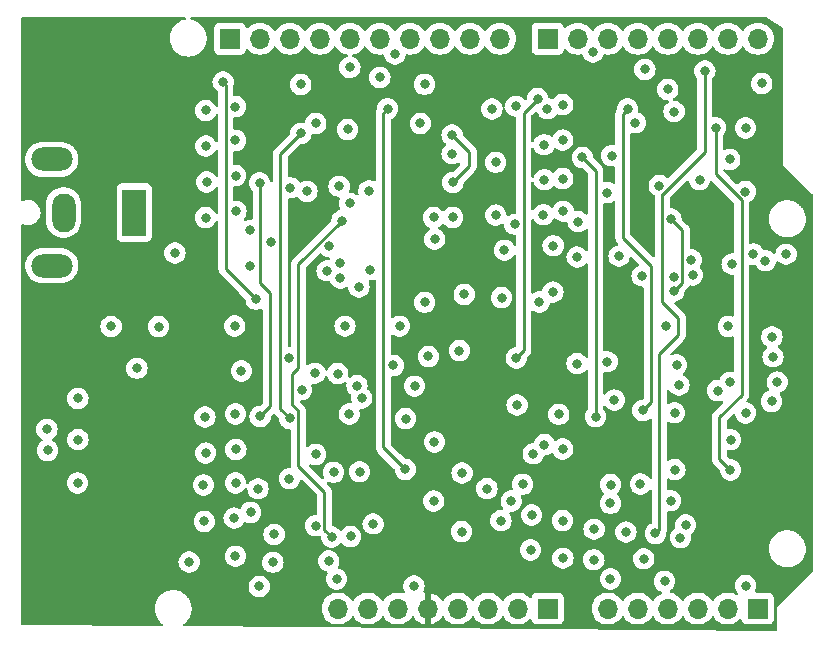
<source format=gbr>
%TF.GenerationSoftware,KiCad,Pcbnew,7.0.7*%
%TF.CreationDate,2024-06-03T14:36:37+02:00*%
%TF.ProjectId,control-board_v1,636f6e74-726f-46c2-9d62-6f6172645f76,rev?*%
%TF.SameCoordinates,Original*%
%TF.FileFunction,Copper,L3,Inr*%
%TF.FilePolarity,Positive*%
%FSLAX46Y46*%
G04 Gerber Fmt 4.6, Leading zero omitted, Abs format (unit mm)*
G04 Created by KiCad (PCBNEW 7.0.7) date 2024-06-03 14:36:37*
%MOMM*%
%LPD*%
G01*
G04 APERTURE LIST*
%TA.AperFunction,ComponentPad*%
%ADD10R,2.000000X4.000000*%
%TD*%
%TA.AperFunction,ComponentPad*%
%ADD11O,2.000000X3.300000*%
%TD*%
%TA.AperFunction,ComponentPad*%
%ADD12O,3.500000X2.000000*%
%TD*%
%TA.AperFunction,ComponentPad*%
%ADD13R,1.700000X1.700000*%
%TD*%
%TA.AperFunction,ComponentPad*%
%ADD14O,1.700000X1.700000*%
%TD*%
%TA.AperFunction,ViaPad*%
%ADD15C,0.800000*%
%TD*%
%TA.AperFunction,Conductor*%
%ADD16C,0.250000*%
%TD*%
G04 APERTURE END LIST*
D10*
%TO.N,/9V_IN*%
%TO.C,J1*%
X27570000Y-32560000D03*
D11*
%TO.N,GND*%
X21570000Y-32560000D03*
D12*
%TO.N,N/C*%
X20570000Y-28060000D03*
X20570000Y-37060000D03*
%TD*%
D13*
%TO.N,H1-D12*%
%TO.C,J8*%
X35650000Y-17840000D03*
D14*
%TO.N,H2-D13*%
X38190000Y-17840000D03*
%TO.N,AREF*%
X40730000Y-17840000D03*
%TO.N,GND*%
X43270000Y-17840000D03*
%TO.N,H4-D19*%
X45810000Y-17840000D03*
%TO.N,H3-D18*%
X48350000Y-17840000D03*
%TO.N,S-D11*%
X50890000Y-17840000D03*
%TO.N,S-D10*%
X53430000Y-17840000D03*
%TO.N,S-D9*%
X55970000Y-17840000D03*
%TO.N,S-D8*%
X58510000Y-17840000D03*
%TD*%
D13*
%TO.N,A5*%
%TO.C,J7*%
X80350000Y-66090000D03*
D14*
%TO.N,A4*%
X77810000Y-66090000D03*
%TO.N,A3*%
X75270000Y-66090000D03*
%TO.N,A2*%
X72730000Y-66090000D03*
%TO.N,A1*%
X70190000Y-66090000D03*
%TO.N,A0*%
X67650000Y-66090000D03*
%TD*%
D13*
%TO.N,Vin*%
%TO.C,J6*%
X62570000Y-66090000D03*
D14*
%TO.N,GND*%
X60030000Y-66090000D03*
X57490000Y-66090000D03*
%TO.N,+5V*%
X54950000Y-66090000D03*
%TO.N,+3V3*%
X52410000Y-66090000D03*
%TO.N,Reset*%
X49870000Y-66090000D03*
%TO.N,IOREF*%
X47330000Y-66090000D03*
%TO.N,unconnected-(J6-Pin_8-Pad8)*%
X44790000Y-66090000D03*
%TD*%
D13*
%TO.N,D7*%
%TO.C,J9*%
X62570000Y-17840000D03*
D14*
%TO.N,~{ENABLE}*%
X65110000Y-17840000D03*
%TO.N,~{RDY}*%
X67650000Y-17840000D03*
%TO.N,~{RST}*%
X70190000Y-17840000D03*
%TO.N,CS*%
X72730000Y-17840000D03*
%TO.N,CLK*%
X75270000Y-17840000D03*
%TO.N,DIN*%
X77810000Y-17840000D03*
%TO.N,DOUT*%
X80350000Y-17840000D03*
%TD*%
D15*
%TO.N,+9V*%
X45400000Y-42180000D03*
X36070000Y-42170000D03*
X50020000Y-42180000D03*
X77860000Y-42200000D03*
X72540000Y-42140000D03*
%TO.N,GND*%
X57840000Y-23800000D03*
X73330000Y-54320000D03*
X36120000Y-23590000D03*
X81550000Y-43080000D03*
X36160000Y-52620000D03*
X22762500Y-55471250D03*
X73480000Y-45470000D03*
X36130000Y-61660000D03*
X45760000Y-49620000D03*
X36140000Y-29430000D03*
X67590000Y-45190000D03*
X22782500Y-48301250D03*
X36140000Y-55460000D03*
X46650000Y-54510000D03*
X63830000Y-58650000D03*
X73270000Y-24010000D03*
X63840000Y-26430000D03*
X45620000Y-25530000D03*
X40760000Y-30460000D03*
X63840000Y-29690000D03*
X63840000Y-52580000D03*
X36020000Y-58430000D03*
X41730000Y-47550000D03*
X63850000Y-61830000D03*
X58670000Y-39760000D03*
X27780000Y-45750000D03*
X65140000Y-33330000D03*
X63500000Y-49640000D03*
X63870000Y-32450000D03*
X55500000Y-39490000D03*
X44900000Y-30340000D03*
X36120000Y-26450000D03*
X29620000Y-42220000D03*
X46580000Y-38860000D03*
X36170000Y-32460000D03*
X25600000Y-42210000D03*
X63840000Y-23420000D03*
X73320000Y-49520000D03*
X55280000Y-59580000D03*
X22792500Y-51781250D03*
X55320000Y-54620000D03*
X80995500Y-36640000D03*
X36120000Y-49610000D03*
X36630000Y-45980000D03*
X72010000Y-30280000D03*
X82000000Y-46920000D03*
%TO.N,+5V*%
X31000000Y-35990000D03*
X32210000Y-62150000D03*
X58164500Y-28310000D03*
X40650000Y-44840000D03*
X58900000Y-35750000D03*
X82750000Y-36090000D03*
%TO.N,Net-(D1-A)*%
X33610000Y-32990000D03*
%TO.N,Net-(D2-A)*%
X33700000Y-29980000D03*
%TO.N,Net-(D3-A)*%
X33620000Y-23920000D03*
%TO.N,Net-(D4-A)*%
X33620000Y-26920000D03*
%TO.N,Net-(D5-A)*%
X33540000Y-49870000D03*
%TO.N,Net-(D6-A)*%
X33610000Y-52930000D03*
%TO.N,Net-(D7-A)*%
X33420000Y-55640000D03*
%TO.N,Net-(D8-A)*%
X33490000Y-58710000D03*
%TO.N,Net-(D9-A)*%
X62290000Y-52210000D03*
%TO.N,H2-D13*%
X49630000Y-19140000D03*
%TO.N,Net-(D10-A)*%
X61340000Y-52980000D03*
%TO.N,H3-D18*%
X48350000Y-21120000D03*
X80690000Y-21630000D03*
%TO.N,Net-(D11-A)*%
X61210000Y-58160000D03*
%TO.N,H4-D19*%
X70790000Y-20440000D03*
X45810000Y-20270000D03*
%TO.N,Net-(D12-A)*%
X61120000Y-61130000D03*
%TO.N,CS*%
X72730000Y-22140000D03*
%TO.N,Net-(D13-A)*%
X62530000Y-23770000D03*
%TO.N,Net-(D14-A)*%
X62250000Y-26820000D03*
%TO.N,Net-(D15-A)*%
X62270000Y-29780000D03*
%TO.N,Net-(Q1A-D)*%
X37400000Y-34060000D03*
X37390000Y-37070000D03*
%TO.N,Net-(D16-A)*%
X62190000Y-32750000D03*
%TO.N,Net-(D17-A)*%
X20222500Y-52701250D03*
%TO.N,Net-(D18-A)*%
X20162500Y-50921250D03*
%TO.N,2-CS*%
X38040000Y-55950000D03*
X44030000Y-62070000D03*
X57420000Y-55940000D03*
%TO.N,DIN*%
X65510000Y-27900000D03*
X66400000Y-18960000D03*
X38220000Y-49820000D03*
X54474500Y-27590000D03*
X66620000Y-49840000D03*
X38170000Y-30060000D03*
%TO.N,~{RDY}*%
X69190000Y-59620000D03*
X42180000Y-30770000D03*
X40700000Y-55100000D03*
X67970000Y-27750000D03*
%TO.N,~{RST}*%
X41660000Y-21720000D03*
X69330000Y-23790000D03*
X41670000Y-25860000D03*
X70620000Y-49320000D03*
X40730000Y-49990000D03*
%TO.N,DOUT*%
X44270000Y-60030000D03*
X54540000Y-30010000D03*
X75870000Y-20580000D03*
X54474500Y-25980000D03*
X45150000Y-33250000D03*
X71690000Y-59730000D03*
%TO.N,+3V3*%
X51440000Y-37870000D03*
X70710000Y-51520000D03*
X43350000Y-50050000D03*
X44210000Y-23650000D03*
X71710000Y-25650000D03*
X24092500Y-53821250D03*
%TO.N,2-CS_T1*%
X39400000Y-59820000D03*
X58600000Y-58650000D03*
X47790000Y-58920000D03*
X39300000Y-62170000D03*
%TO.N,2-CS_T2*%
X46820000Y-48280000D03*
X45870000Y-59990000D03*
X59970000Y-48850000D03*
%TO.N,CLK*%
X52140000Y-21704500D03*
X49020000Y-23770000D03*
X78030000Y-54360000D03*
X76790000Y-25380000D03*
X50510000Y-54310000D03*
%TO.N,2-CS_T3*%
X51240000Y-64170000D03*
X52920000Y-56990000D03*
X59480000Y-56990000D03*
%TO.N,1-CS*%
X39140000Y-35040000D03*
X51300000Y-47260000D03*
X46420000Y-47220000D03*
%TO.N,1-CS_T1*%
X55080000Y-44250000D03*
X52460000Y-44750000D03*
X53005000Y-34815500D03*
X44060000Y-35430000D03*
X45797299Y-31792701D03*
%TO.N,1-CS_T2*%
X47530000Y-37390000D03*
X52150000Y-40160000D03*
%TO.N,1-CS_T3*%
X54520000Y-32970000D03*
X52905500Y-32980000D03*
%TO.N,3-CS*%
X70420000Y-55550000D03*
X67890000Y-55590000D03*
X60440000Y-55570000D03*
X70700000Y-61880000D03*
%TO.N,3-CS_T1*%
X66470000Y-61960000D03*
X66490000Y-59370000D03*
X74250000Y-59020000D03*
%TO.N,3-CS_T2*%
X65050000Y-45350000D03*
X73680000Y-47170000D03*
X73800000Y-60090000D03*
%TO.N,3-CS_T3*%
X79330000Y-64150000D03*
X81520000Y-48550000D03*
X68210000Y-48440000D03*
%TO.N,4-CS*%
X65060000Y-36330000D03*
%TO.N,4-CS_T1*%
X73240000Y-38060000D03*
X63030000Y-35370000D03*
%TO.N,4-CS_T2*%
X73250000Y-39210000D03*
X63010000Y-39300000D03*
X73000000Y-33100000D03*
%TO.N,4-CS_T3*%
X61870000Y-40140000D03*
X75420000Y-29780000D03*
X79310000Y-30790000D03*
X74740000Y-36570000D03*
%TO.N,Net-(Q2B-D)*%
X42930000Y-25010000D03*
X44950000Y-36820000D03*
%TO.N,Net-(Q3B-D)*%
X42920000Y-59080000D03*
X42920000Y-53040000D03*
%TO.N,Net-(Q3A-D)*%
X44440000Y-54550000D03*
X44690000Y-63600000D03*
%TO.N,Net-(Q4B-D)*%
X37410000Y-57950000D03*
X38140000Y-64220000D03*
%TO.N,Net-(Q5A-D)*%
X72970000Y-56960000D03*
X72460000Y-63780000D03*
%TO.N,Net-(Q6B-D)*%
X67880000Y-57180000D03*
X67880000Y-63580000D03*
%TO.N,Net-(Q7A-D)*%
X69970000Y-24960000D03*
X70550000Y-37920000D03*
%TO.N,Net-(Q8B-D)*%
X67600000Y-30870000D03*
X68600000Y-36255500D03*
%TO.N,Net-(U4A--)*%
X43890000Y-37500000D03*
%TO.N,/current-sensing/V_{h1}*%
X59865500Y-23560000D03*
X35090000Y-21510000D03*
X37880000Y-39910000D03*
%TO.N,Net-(U4B--)*%
X44790000Y-46190000D03*
%TO.N,/current-sensing/V_{h2}*%
X42870000Y-46160000D03*
X61720000Y-22920000D03*
X59900000Y-44870000D03*
%TO.N,Net-(U6B--)*%
X78180000Y-36924500D03*
%TO.N,Net-(U6A--)*%
X77990000Y-46940000D03*
%TO.N,/current-sensing/V_{h4}*%
X59790000Y-33560000D03*
X79980000Y-36080000D03*
%TO.N,/current-sensing/V_{h3}*%
X81640000Y-44780000D03*
X58164500Y-32780000D03*
%TO.N,2-GND*%
X49500000Y-45510000D03*
X50530000Y-50010000D03*
X52980000Y-52000000D03*
%TO.N,1-GND*%
X51780000Y-25020000D03*
X47430000Y-30720000D03*
X45000000Y-38120000D03*
%TO.N,3-GND*%
X79330000Y-49530000D03*
X78060000Y-51800000D03*
X76950000Y-47640000D03*
%TO.N,4-GND*%
X79320000Y-25400000D03*
X74840000Y-37840000D03*
X77980000Y-28060000D03*
%TD*%
D16*
%TO.N,~{RST}*%
X68920000Y-34680000D02*
X71310000Y-37070000D01*
X69330000Y-23790000D02*
X68920000Y-24200000D01*
X71310000Y-48630000D02*
X70620000Y-49320000D01*
X68920000Y-24200000D02*
X68920000Y-34680000D01*
X71310000Y-37070000D02*
X71310000Y-48630000D01*
%TO.N,DIN*%
X66620000Y-29010000D02*
X66620000Y-49840000D01*
X38220000Y-49820000D02*
X39060000Y-48980000D01*
X65510000Y-27900000D02*
X66620000Y-29010000D01*
X38200000Y-30090000D02*
X38170000Y-30060000D01*
X39060000Y-39370000D02*
X38200000Y-38510000D01*
X39060000Y-48980000D02*
X39060000Y-39370000D01*
X38200000Y-38510000D02*
X38200000Y-30090000D01*
%TO.N,~{RST}*%
X39925000Y-27605000D02*
X41670000Y-25860000D01*
X39925000Y-49185000D02*
X39925000Y-27605000D01*
X40730000Y-49990000D02*
X39925000Y-49185000D01*
%TO.N,DOUT*%
X41460000Y-36940000D02*
X41460000Y-45690000D01*
X54540000Y-30010000D02*
X55930000Y-28620000D01*
X40890000Y-46260000D02*
X40890000Y-48800000D01*
X72020000Y-59400000D02*
X72020000Y-44510000D01*
X73620000Y-41500000D02*
X72260000Y-40140000D01*
X72020000Y-44510000D02*
X73620000Y-42910000D01*
X72260000Y-40140000D02*
X72260000Y-31005000D01*
X75870000Y-27445305D02*
X75870000Y-20580000D01*
X43660000Y-59420000D02*
X44270000Y-60030000D01*
X41460000Y-45690000D02*
X40890000Y-46260000D01*
X72260000Y-31005000D02*
X72310305Y-31005000D01*
X43660000Y-56210000D02*
X43660000Y-59420000D01*
X73620000Y-42910000D02*
X73620000Y-41500000D01*
X71690000Y-59730000D02*
X72020000Y-59400000D01*
X41460000Y-54010000D02*
X43660000Y-56210000D01*
X40890000Y-48800000D02*
X41460000Y-49370000D01*
X45150000Y-33250000D02*
X41460000Y-36940000D01*
X55930000Y-28620000D02*
X55930000Y-27435500D01*
X72310305Y-31005000D02*
X75870000Y-27445305D01*
X41460000Y-49370000D02*
X41460000Y-54010000D01*
X55930000Y-27435500D02*
X54474500Y-25980000D01*
%TO.N,CLK*%
X48650000Y-24140000D02*
X49020000Y-23770000D01*
X50510000Y-54310000D02*
X48650000Y-52450000D01*
X77090000Y-53420000D02*
X77090000Y-49880000D01*
X48650000Y-52450000D02*
X48650000Y-24140000D01*
X76790000Y-29295305D02*
X76790000Y-25380000D01*
X78990000Y-31495305D02*
X76790000Y-29295305D01*
X78990000Y-47980000D02*
X78990000Y-31495305D01*
X77090000Y-49880000D02*
X78990000Y-47980000D01*
X78030000Y-54360000D02*
X77090000Y-53420000D01*
%TO.N,4-CS_T2*%
X73965000Y-34065000D02*
X73000000Y-33100000D01*
X73965000Y-38495000D02*
X73965000Y-34065000D01*
X73250000Y-39210000D02*
X73965000Y-38495000D01*
%TO.N,/current-sensing/V_{h1}*%
X35310000Y-37340000D02*
X37880000Y-39910000D01*
X35090000Y-21510000D02*
X35310000Y-21730000D01*
X35310000Y-21730000D02*
X35310000Y-37340000D01*
%TO.N,/current-sensing/V_{h2}*%
X60540000Y-44230000D02*
X59900000Y-44870000D01*
X60540000Y-24100000D02*
X60540000Y-44230000D01*
X61720000Y-22920000D02*
X60540000Y-24100000D01*
%TD*%
%TA.AperFunction,Conductor*%
%TO.N,+3V3*%
G36*
X31898622Y-16019685D02*
G01*
X31944377Y-16072489D01*
X31954321Y-16141647D01*
X31925296Y-16205203D01*
X31866518Y-16242977D01*
X31860529Y-16244574D01*
X31755655Y-16269751D01*
X31733473Y-16268641D01*
X31690932Y-16284776D01*
X31683414Y-16287094D01*
X31640836Y-16297318D01*
X31640834Y-16297318D01*
X31456054Y-16373856D01*
X31454051Y-16374616D01*
X31451706Y-16375656D01*
X31413306Y-16391563D01*
X31413294Y-16391569D01*
X31203316Y-16520245D01*
X31203313Y-16520246D01*
X31016036Y-16680197D01*
X30856085Y-16867474D01*
X30856084Y-16867477D01*
X30727404Y-17077461D01*
X30633156Y-17304997D01*
X30575662Y-17544479D01*
X30556340Y-17790000D01*
X30575662Y-18035520D01*
X30633156Y-18275002D01*
X30727404Y-18502538D01*
X30856084Y-18712522D01*
X30856085Y-18712525D01*
X30910286Y-18775986D01*
X31016036Y-18899803D01*
X31150745Y-19014855D01*
X31203313Y-19059753D01*
X31203316Y-19059754D01*
X31406213Y-19184091D01*
X31413301Y-19188434D01*
X31448121Y-19202857D01*
X31451690Y-19204335D01*
X31454040Y-19205379D01*
X31454204Y-19205441D01*
X31456037Y-19206136D01*
X31640837Y-19282682D01*
X31683418Y-19292904D01*
X31690933Y-19295222D01*
X31726475Y-19308702D01*
X31755689Y-19310255D01*
X31880315Y-19340176D01*
X31928067Y-19343934D01*
X31935584Y-19344994D01*
X31936994Y-19345282D01*
X31937000Y-19345282D01*
X31941872Y-19346277D01*
X31941883Y-19346279D01*
X31972831Y-19352597D01*
X32000750Y-19349654D01*
X32125839Y-19359499D01*
X32177683Y-19355418D01*
X32185035Y-19355278D01*
X32188924Y-19355435D01*
X32188927Y-19355434D01*
X32190822Y-19355511D01*
X32190872Y-19355511D01*
X32222949Y-19356802D01*
X32248894Y-19349814D01*
X32371363Y-19340176D01*
X32425995Y-19327059D01*
X32432996Y-19325799D01*
X32470474Y-19321248D01*
X32493890Y-19310759D01*
X32610841Y-19282682D01*
X32666681Y-19259552D01*
X32673144Y-19257286D01*
X32681400Y-19254895D01*
X32681402Y-19254893D01*
X32683242Y-19254361D01*
X32683278Y-19254349D01*
X32709173Y-19246848D01*
X32729583Y-19233497D01*
X32838377Y-19188434D01*
X32893597Y-19154594D01*
X32899378Y-19151463D01*
X32909192Y-19146807D01*
X32909196Y-19146803D01*
X32910014Y-19146416D01*
X32910044Y-19146400D01*
X32932945Y-19135533D01*
X32950048Y-19120001D01*
X33048367Y-19059751D01*
X33100946Y-19014843D01*
X33105977Y-19010975D01*
X33116695Y-19003578D01*
X33116698Y-19003574D01*
X33117515Y-19003011D01*
X33117534Y-19002997D01*
X33136140Y-18990154D01*
X33149762Y-18973151D01*
X33235642Y-18899803D01*
X33283465Y-18843808D01*
X33287642Y-18839380D01*
X33298535Y-18828918D01*
X33298539Y-18828912D01*
X33299209Y-18828269D01*
X33299220Y-18828258D01*
X33313626Y-18814420D01*
X33323729Y-18796665D01*
X33373946Y-18737870D01*
X34299500Y-18737870D01*
X34299501Y-18737876D01*
X34305908Y-18797483D01*
X34356202Y-18932328D01*
X34356206Y-18932335D01*
X34442452Y-19047544D01*
X34442455Y-19047547D01*
X34557664Y-19133793D01*
X34557671Y-19133797D01*
X34692517Y-19184091D01*
X34692516Y-19184091D01*
X34699444Y-19184835D01*
X34752127Y-19190500D01*
X36547872Y-19190499D01*
X36607483Y-19184091D01*
X36742331Y-19133796D01*
X36857546Y-19047546D01*
X36943796Y-18932331D01*
X36992810Y-18800916D01*
X37034681Y-18744984D01*
X37100145Y-18720566D01*
X37168418Y-18735417D01*
X37196673Y-18756569D01*
X37318599Y-18878495D01*
X37415384Y-18946264D01*
X37512165Y-19014032D01*
X37512167Y-19014033D01*
X37512170Y-19014035D01*
X37726337Y-19113903D01*
X37954592Y-19175063D01*
X38131034Y-19190500D01*
X38189999Y-19195659D01*
X38190000Y-19195659D01*
X38190001Y-19195659D01*
X38248966Y-19190500D01*
X38425408Y-19175063D01*
X38653663Y-19113903D01*
X38867830Y-19014035D01*
X39061401Y-18878495D01*
X39228495Y-18711401D01*
X39358424Y-18525842D01*
X39413002Y-18482217D01*
X39482500Y-18475023D01*
X39544855Y-18506546D01*
X39561575Y-18525842D01*
X39691500Y-18711395D01*
X39691505Y-18711401D01*
X39858599Y-18878495D01*
X39955384Y-18946264D01*
X40052165Y-19014032D01*
X40052167Y-19014033D01*
X40052170Y-19014035D01*
X40266337Y-19113903D01*
X40494592Y-19175063D01*
X40671034Y-19190500D01*
X40729999Y-19195659D01*
X40730000Y-19195659D01*
X40730001Y-19195659D01*
X40788966Y-19190500D01*
X40965408Y-19175063D01*
X41193663Y-19113903D01*
X41407830Y-19014035D01*
X41601401Y-18878495D01*
X41768495Y-18711401D01*
X41898424Y-18525842D01*
X41953002Y-18482217D01*
X42022500Y-18475023D01*
X42084855Y-18506546D01*
X42101575Y-18525842D01*
X42231500Y-18711395D01*
X42231505Y-18711401D01*
X42398599Y-18878495D01*
X42495384Y-18946264D01*
X42592165Y-19014032D01*
X42592167Y-19014033D01*
X42592170Y-19014035D01*
X42806337Y-19113903D01*
X43034592Y-19175063D01*
X43211034Y-19190500D01*
X43269999Y-19195659D01*
X43270000Y-19195659D01*
X43270001Y-19195659D01*
X43328966Y-19190500D01*
X43505408Y-19175063D01*
X43733663Y-19113903D01*
X43947830Y-19014035D01*
X44141401Y-18878495D01*
X44308495Y-18711401D01*
X44438424Y-18525842D01*
X44493002Y-18482217D01*
X44562500Y-18475023D01*
X44624855Y-18506546D01*
X44641575Y-18525842D01*
X44771500Y-18711395D01*
X44771505Y-18711401D01*
X44938599Y-18878495D01*
X45035384Y-18946264D01*
X45132165Y-19014032D01*
X45132167Y-19014033D01*
X45132170Y-19014035D01*
X45346337Y-19113903D01*
X45542613Y-19166494D01*
X45602271Y-19202857D01*
X45632801Y-19265704D01*
X45624507Y-19335080D01*
X45580022Y-19388958D01*
X45536306Y-19407557D01*
X45530196Y-19408855D01*
X45530192Y-19408857D01*
X45357270Y-19485848D01*
X45357265Y-19485851D01*
X45204129Y-19597111D01*
X45077466Y-19737785D01*
X44982821Y-19901715D01*
X44982818Y-19901722D01*
X44927584Y-20071716D01*
X44924326Y-20081744D01*
X44904540Y-20270000D01*
X44924326Y-20458256D01*
X44924327Y-20458259D01*
X44982818Y-20638277D01*
X44982821Y-20638284D01*
X45077467Y-20802216D01*
X45128467Y-20858857D01*
X45204129Y-20942888D01*
X45357265Y-21054148D01*
X45357270Y-21054151D01*
X45530192Y-21131142D01*
X45530197Y-21131144D01*
X45715354Y-21170500D01*
X45715355Y-21170500D01*
X45904644Y-21170500D01*
X45904646Y-21170500D01*
X46089803Y-21131144D01*
X46114833Y-21120000D01*
X47444540Y-21120000D01*
X47464326Y-21308256D01*
X47464327Y-21308259D01*
X47522818Y-21488277D01*
X47522821Y-21488284D01*
X47617467Y-21652216D01*
X47725065Y-21771715D01*
X47744129Y-21792888D01*
X47897265Y-21904148D01*
X47897270Y-21904151D01*
X48070192Y-21981142D01*
X48070197Y-21981144D01*
X48255354Y-22020500D01*
X48255355Y-22020500D01*
X48444644Y-22020500D01*
X48444646Y-22020500D01*
X48629803Y-21981144D01*
X48802730Y-21904151D01*
X48955871Y-21792888D01*
X49035456Y-21704500D01*
X51234540Y-21704500D01*
X51254326Y-21892756D01*
X51254327Y-21892759D01*
X51312818Y-22072777D01*
X51312821Y-22072784D01*
X51407467Y-22236716D01*
X51489893Y-22328259D01*
X51534129Y-22377388D01*
X51687265Y-22488648D01*
X51687270Y-22488651D01*
X51860192Y-22565642D01*
X51860197Y-22565644D01*
X52045354Y-22605000D01*
X52045355Y-22605000D01*
X52234644Y-22605000D01*
X52234646Y-22605000D01*
X52419803Y-22565644D01*
X52592730Y-22488651D01*
X52745871Y-22377388D01*
X52872533Y-22236716D01*
X52967179Y-22072784D01*
X53025674Y-21892756D01*
X53045460Y-21704500D01*
X53025674Y-21516244D01*
X52967179Y-21336216D01*
X52872533Y-21172284D01*
X52745871Y-21031612D01*
X52745870Y-21031611D01*
X52592734Y-20920351D01*
X52592729Y-20920348D01*
X52419807Y-20843357D01*
X52419802Y-20843355D01*
X52274001Y-20812365D01*
X52234646Y-20804000D01*
X52045354Y-20804000D01*
X52012897Y-20810898D01*
X51860197Y-20843355D01*
X51860192Y-20843357D01*
X51687270Y-20920348D01*
X51687265Y-20920351D01*
X51534129Y-21031611D01*
X51407466Y-21172285D01*
X51312821Y-21336215D01*
X51312818Y-21336222D01*
X51254327Y-21516240D01*
X51254326Y-21516244D01*
X51234540Y-21704500D01*
X49035456Y-21704500D01*
X49082533Y-21652216D01*
X49177179Y-21488284D01*
X49235674Y-21308256D01*
X49255460Y-21120000D01*
X49235674Y-20931744D01*
X49177179Y-20751716D01*
X49082533Y-20587784D01*
X48955871Y-20447112D01*
X48955870Y-20447111D01*
X48946083Y-20440000D01*
X69884540Y-20440000D01*
X69904326Y-20628256D01*
X69904327Y-20628259D01*
X69962818Y-20808277D01*
X69962821Y-20808284D01*
X70057467Y-20972216D01*
X70110947Y-21031611D01*
X70184129Y-21112888D01*
X70337265Y-21224148D01*
X70337270Y-21224151D01*
X70510192Y-21301142D01*
X70510197Y-21301144D01*
X70695354Y-21340500D01*
X70695355Y-21340500D01*
X70884644Y-21340500D01*
X70884646Y-21340500D01*
X71069803Y-21301144D01*
X71242730Y-21224151D01*
X71395871Y-21112888D01*
X71522533Y-20972216D01*
X71617179Y-20808284D01*
X71675674Y-20628256D01*
X71695460Y-20440000D01*
X71675674Y-20251744D01*
X71617179Y-20071716D01*
X71522533Y-19907784D01*
X71395871Y-19767112D01*
X71355506Y-19737785D01*
X71242734Y-19655851D01*
X71242729Y-19655848D01*
X71069807Y-19578857D01*
X71069802Y-19578855D01*
X70924000Y-19547865D01*
X70884646Y-19539500D01*
X70695354Y-19539500D01*
X70662897Y-19546398D01*
X70510197Y-19578855D01*
X70510192Y-19578857D01*
X70337270Y-19655848D01*
X70337265Y-19655851D01*
X70184129Y-19767111D01*
X70057466Y-19907785D01*
X69962821Y-20071715D01*
X69962818Y-20071722D01*
X69904327Y-20251740D01*
X69904326Y-20251744D01*
X69884540Y-20440000D01*
X48946083Y-20440000D01*
X48802734Y-20335851D01*
X48802729Y-20335848D01*
X48629807Y-20258857D01*
X48629802Y-20258855D01*
X48484001Y-20227865D01*
X48444646Y-20219500D01*
X48255354Y-20219500D01*
X48222897Y-20226398D01*
X48070197Y-20258855D01*
X48070192Y-20258857D01*
X47897270Y-20335848D01*
X47897265Y-20335851D01*
X47744129Y-20447111D01*
X47617466Y-20587785D01*
X47522821Y-20751715D01*
X47522818Y-20751722D01*
X47464327Y-20931740D01*
X47464326Y-20931744D01*
X47444540Y-21120000D01*
X46114833Y-21120000D01*
X46262730Y-21054151D01*
X46415871Y-20942888D01*
X46542533Y-20802216D01*
X46637179Y-20638284D01*
X46695674Y-20458256D01*
X46715460Y-20270000D01*
X46695674Y-20081744D01*
X46637179Y-19901716D01*
X46542533Y-19737784D01*
X46415871Y-19597112D01*
X46415870Y-19597111D01*
X46262734Y-19485851D01*
X46262729Y-19485848D01*
X46089807Y-19408857D01*
X46089800Y-19408854D01*
X46083695Y-19407557D01*
X46022214Y-19374362D01*
X45988440Y-19313197D01*
X45993096Y-19243483D01*
X46034703Y-19187353D01*
X46077385Y-19166494D01*
X46250920Y-19119997D01*
X46273653Y-19113906D01*
X46273654Y-19113905D01*
X46273663Y-19113903D01*
X46487830Y-19014035D01*
X46681401Y-18878495D01*
X46848495Y-18711401D01*
X46978424Y-18525842D01*
X47033002Y-18482217D01*
X47102500Y-18475023D01*
X47164855Y-18506546D01*
X47181575Y-18525842D01*
X47311500Y-18711395D01*
X47311505Y-18711401D01*
X47478599Y-18878495D01*
X47575384Y-18946264D01*
X47672165Y-19014032D01*
X47672167Y-19014033D01*
X47672170Y-19014035D01*
X47886337Y-19113903D01*
X48114592Y-19175063D01*
X48291034Y-19190500D01*
X48349999Y-19195659D01*
X48350000Y-19195659D01*
X48350001Y-19195659D01*
X48368939Y-19194001D01*
X48585408Y-19175063D01*
X48585418Y-19175060D01*
X48590745Y-19174122D01*
X48591003Y-19175587D01*
X48653915Y-19177080D01*
X48711780Y-19216238D01*
X48739290Y-19280464D01*
X48739486Y-19282205D01*
X48744326Y-19328256D01*
X48744327Y-19328259D01*
X48802818Y-19508277D01*
X48802821Y-19508284D01*
X48897467Y-19672216D01*
X48939463Y-19718857D01*
X49024129Y-19812888D01*
X49177265Y-19924148D01*
X49177270Y-19924151D01*
X49350192Y-20001142D01*
X49350197Y-20001144D01*
X49535354Y-20040500D01*
X49535355Y-20040500D01*
X49724644Y-20040500D01*
X49724646Y-20040500D01*
X49909803Y-20001144D01*
X50082730Y-19924151D01*
X50235871Y-19812888D01*
X50362533Y-19672216D01*
X50457179Y-19508284D01*
X50515674Y-19328256D01*
X50520156Y-19285604D01*
X50546739Y-19220990D01*
X50604035Y-19181004D01*
X50654285Y-19175036D01*
X50654591Y-19175062D01*
X50654592Y-19175063D01*
X50795064Y-19187353D01*
X50889999Y-19195659D01*
X50890000Y-19195659D01*
X50890001Y-19195659D01*
X50948966Y-19190500D01*
X51125408Y-19175063D01*
X51353663Y-19113903D01*
X51567830Y-19014035D01*
X51761401Y-18878495D01*
X51928495Y-18711401D01*
X52058424Y-18525842D01*
X52113002Y-18482217D01*
X52182500Y-18475023D01*
X52244855Y-18506546D01*
X52261575Y-18525842D01*
X52391500Y-18711395D01*
X52391505Y-18711401D01*
X52558599Y-18878495D01*
X52655384Y-18946264D01*
X52752165Y-19014032D01*
X52752167Y-19014033D01*
X52752170Y-19014035D01*
X52966337Y-19113903D01*
X53194592Y-19175063D01*
X53371034Y-19190500D01*
X53429999Y-19195659D01*
X53430000Y-19195659D01*
X53430001Y-19195659D01*
X53488966Y-19190500D01*
X53665408Y-19175063D01*
X53893663Y-19113903D01*
X54107830Y-19014035D01*
X54301401Y-18878495D01*
X54468495Y-18711401D01*
X54598424Y-18525842D01*
X54653002Y-18482217D01*
X54722500Y-18475023D01*
X54784855Y-18506546D01*
X54801575Y-18525842D01*
X54931500Y-18711395D01*
X54931505Y-18711401D01*
X55098599Y-18878495D01*
X55195384Y-18946264D01*
X55292165Y-19014032D01*
X55292167Y-19014033D01*
X55292170Y-19014035D01*
X55506337Y-19113903D01*
X55734592Y-19175063D01*
X55911034Y-19190500D01*
X55969999Y-19195659D01*
X55970000Y-19195659D01*
X55970001Y-19195659D01*
X56028966Y-19190500D01*
X56205408Y-19175063D01*
X56433663Y-19113903D01*
X56647830Y-19014035D01*
X56841401Y-18878495D01*
X57008495Y-18711401D01*
X57138424Y-18525842D01*
X57193002Y-18482217D01*
X57262500Y-18475023D01*
X57324855Y-18506546D01*
X57341575Y-18525842D01*
X57471500Y-18711395D01*
X57471505Y-18711401D01*
X57638599Y-18878495D01*
X57735384Y-18946264D01*
X57832165Y-19014032D01*
X57832167Y-19014033D01*
X57832170Y-19014035D01*
X58046337Y-19113903D01*
X58274592Y-19175063D01*
X58451034Y-19190500D01*
X58509999Y-19195659D01*
X58510000Y-19195659D01*
X58510001Y-19195659D01*
X58568966Y-19190500D01*
X58745408Y-19175063D01*
X58973663Y-19113903D01*
X59187830Y-19014035D01*
X59381401Y-18878495D01*
X59522026Y-18737870D01*
X61219500Y-18737870D01*
X61219501Y-18737876D01*
X61225908Y-18797483D01*
X61276202Y-18932328D01*
X61276206Y-18932335D01*
X61362452Y-19047544D01*
X61362455Y-19047547D01*
X61477664Y-19133793D01*
X61477671Y-19133797D01*
X61612517Y-19184091D01*
X61612516Y-19184091D01*
X61619444Y-19184835D01*
X61672127Y-19190500D01*
X63467872Y-19190499D01*
X63527483Y-19184091D01*
X63662331Y-19133796D01*
X63777546Y-19047546D01*
X63863796Y-18932331D01*
X63912810Y-18800916D01*
X63954681Y-18744984D01*
X64020145Y-18720566D01*
X64088418Y-18735417D01*
X64116672Y-18756569D01*
X64238599Y-18878495D01*
X64335384Y-18946265D01*
X64432165Y-19014032D01*
X64432167Y-19014033D01*
X64432170Y-19014035D01*
X64646337Y-19113903D01*
X64874592Y-19175063D01*
X65051034Y-19190500D01*
X65109999Y-19195659D01*
X65110000Y-19195659D01*
X65110001Y-19195659D01*
X65168966Y-19190500D01*
X65345408Y-19175063D01*
X65395148Y-19161735D01*
X65464997Y-19163398D01*
X65522860Y-19202560D01*
X65545172Y-19243191D01*
X65572819Y-19328280D01*
X65572821Y-19328284D01*
X65667467Y-19492216D01*
X65745479Y-19578857D01*
X65794129Y-19632888D01*
X65947265Y-19744148D01*
X65947270Y-19744151D01*
X66120192Y-19821142D01*
X66120197Y-19821144D01*
X66305354Y-19860500D01*
X66305355Y-19860500D01*
X66494644Y-19860500D01*
X66494646Y-19860500D01*
X66679803Y-19821144D01*
X66852730Y-19744151D01*
X67005871Y-19632888D01*
X67132533Y-19492216D01*
X67227179Y-19328284D01*
X67251623Y-19253050D01*
X67291059Y-19195376D01*
X67355418Y-19168177D01*
X67401649Y-19171595D01*
X67414592Y-19175063D01*
X67591034Y-19190500D01*
X67649999Y-19195659D01*
X67650000Y-19195659D01*
X67650001Y-19195659D01*
X67708966Y-19190500D01*
X67885408Y-19175063D01*
X68113663Y-19113903D01*
X68327830Y-19014035D01*
X68521401Y-18878495D01*
X68688495Y-18711401D01*
X68818424Y-18525842D01*
X68873002Y-18482217D01*
X68942500Y-18475023D01*
X69004855Y-18506546D01*
X69021575Y-18525842D01*
X69151500Y-18711395D01*
X69151505Y-18711401D01*
X69318599Y-18878495D01*
X69415384Y-18946265D01*
X69512165Y-19014032D01*
X69512167Y-19014033D01*
X69512170Y-19014035D01*
X69726337Y-19113903D01*
X69954592Y-19175063D01*
X70131034Y-19190500D01*
X70189999Y-19195659D01*
X70190000Y-19195659D01*
X70190001Y-19195659D01*
X70248966Y-19190500D01*
X70425408Y-19175063D01*
X70653663Y-19113903D01*
X70867830Y-19014035D01*
X71061401Y-18878495D01*
X71228495Y-18711401D01*
X71358424Y-18525842D01*
X71413002Y-18482217D01*
X71482500Y-18475023D01*
X71544855Y-18506546D01*
X71561575Y-18525842D01*
X71691500Y-18711395D01*
X71691505Y-18711401D01*
X71858599Y-18878495D01*
X71955384Y-18946265D01*
X72052165Y-19014032D01*
X72052167Y-19014033D01*
X72052170Y-19014035D01*
X72266337Y-19113903D01*
X72494592Y-19175063D01*
X72671034Y-19190500D01*
X72729999Y-19195659D01*
X72730000Y-19195659D01*
X72730001Y-19195659D01*
X72788966Y-19190500D01*
X72965408Y-19175063D01*
X73193663Y-19113903D01*
X73407830Y-19014035D01*
X73601401Y-18878495D01*
X73768495Y-18711401D01*
X73898424Y-18525842D01*
X73953002Y-18482217D01*
X74022500Y-18475023D01*
X74084855Y-18506546D01*
X74101575Y-18525842D01*
X74231500Y-18711395D01*
X74231505Y-18711401D01*
X74398599Y-18878495D01*
X74495384Y-18946265D01*
X74592165Y-19014032D01*
X74592167Y-19014033D01*
X74592170Y-19014035D01*
X74806337Y-19113903D01*
X75034592Y-19175063D01*
X75211034Y-19190500D01*
X75269999Y-19195659D01*
X75270000Y-19195659D01*
X75270001Y-19195659D01*
X75328966Y-19190500D01*
X75505408Y-19175063D01*
X75733663Y-19113903D01*
X75947830Y-19014035D01*
X76141401Y-18878495D01*
X76308495Y-18711401D01*
X76438424Y-18525842D01*
X76493002Y-18482217D01*
X76562500Y-18475023D01*
X76624855Y-18506546D01*
X76641575Y-18525842D01*
X76771500Y-18711395D01*
X76771505Y-18711401D01*
X76938599Y-18878495D01*
X77035384Y-18946265D01*
X77132165Y-19014032D01*
X77132167Y-19014033D01*
X77132170Y-19014035D01*
X77346337Y-19113903D01*
X77574592Y-19175063D01*
X77751034Y-19190500D01*
X77809999Y-19195659D01*
X77810000Y-19195659D01*
X77810001Y-19195659D01*
X77868966Y-19190500D01*
X78045408Y-19175063D01*
X78273663Y-19113903D01*
X78487830Y-19014035D01*
X78681401Y-18878495D01*
X78848495Y-18711401D01*
X78978424Y-18525842D01*
X79033002Y-18482217D01*
X79102500Y-18475023D01*
X79164855Y-18506546D01*
X79181575Y-18525842D01*
X79311500Y-18711395D01*
X79311505Y-18711401D01*
X79478599Y-18878495D01*
X79575384Y-18946265D01*
X79672165Y-19014032D01*
X79672167Y-19014033D01*
X79672170Y-19014035D01*
X79886337Y-19113903D01*
X80114592Y-19175063D01*
X80291034Y-19190500D01*
X80349999Y-19195659D01*
X80350000Y-19195659D01*
X80350001Y-19195659D01*
X80408966Y-19190500D01*
X80585408Y-19175063D01*
X80813663Y-19113903D01*
X81027830Y-19014035D01*
X81221401Y-18878495D01*
X81388495Y-18711401D01*
X81524035Y-18517830D01*
X81623903Y-18303663D01*
X81685063Y-18075408D01*
X81705659Y-17840000D01*
X81685063Y-17604592D01*
X81623903Y-17376337D01*
X81524035Y-17162171D01*
X81518425Y-17154158D01*
X81388494Y-16968597D01*
X81221402Y-16801506D01*
X81221395Y-16801501D01*
X81027834Y-16665967D01*
X81027830Y-16665965D01*
X81027829Y-16665964D01*
X80813663Y-16566097D01*
X80813659Y-16566096D01*
X80813655Y-16566094D01*
X80585413Y-16504938D01*
X80585403Y-16504936D01*
X80350001Y-16484341D01*
X80349999Y-16484341D01*
X80114596Y-16504936D01*
X80114586Y-16504938D01*
X79886344Y-16566094D01*
X79886337Y-16566096D01*
X79886337Y-16566097D01*
X79872816Y-16572401D01*
X79672171Y-16665964D01*
X79672169Y-16665965D01*
X79478597Y-16801505D01*
X79311505Y-16968597D01*
X79181575Y-17154158D01*
X79126998Y-17197783D01*
X79057500Y-17204977D01*
X78995145Y-17173454D01*
X78978425Y-17154158D01*
X78848494Y-16968597D01*
X78681402Y-16801506D01*
X78681395Y-16801501D01*
X78487834Y-16665967D01*
X78487830Y-16665965D01*
X78487829Y-16665964D01*
X78273663Y-16566097D01*
X78273659Y-16566096D01*
X78273655Y-16566094D01*
X78045413Y-16504938D01*
X78045403Y-16504936D01*
X77810001Y-16484341D01*
X77809999Y-16484341D01*
X77574596Y-16504936D01*
X77574586Y-16504938D01*
X77346344Y-16566094D01*
X77346337Y-16566096D01*
X77346337Y-16566097D01*
X77332816Y-16572401D01*
X77132171Y-16665964D01*
X77132169Y-16665965D01*
X76938597Y-16801505D01*
X76771505Y-16968597D01*
X76641575Y-17154158D01*
X76586998Y-17197783D01*
X76517500Y-17204977D01*
X76455145Y-17173454D01*
X76438425Y-17154158D01*
X76308494Y-16968597D01*
X76141402Y-16801506D01*
X76141395Y-16801501D01*
X75947834Y-16665967D01*
X75947830Y-16665965D01*
X75947830Y-16665964D01*
X75733663Y-16566097D01*
X75733659Y-16566096D01*
X75733655Y-16566094D01*
X75505413Y-16504938D01*
X75505403Y-16504936D01*
X75270001Y-16484341D01*
X75269999Y-16484341D01*
X75034596Y-16504936D01*
X75034586Y-16504938D01*
X74806344Y-16566094D01*
X74806337Y-16566096D01*
X74806337Y-16566097D01*
X74792816Y-16572401D01*
X74592171Y-16665964D01*
X74592169Y-16665965D01*
X74398597Y-16801505D01*
X74231508Y-16968594D01*
X74101574Y-17154159D01*
X74046997Y-17197784D01*
X73977498Y-17204976D01*
X73915144Y-17173454D01*
X73898424Y-17154158D01*
X73768494Y-16968597D01*
X73601402Y-16801506D01*
X73601395Y-16801501D01*
X73407834Y-16665967D01*
X73407830Y-16665965D01*
X73407830Y-16665964D01*
X73193663Y-16566097D01*
X73193659Y-16566096D01*
X73193655Y-16566094D01*
X72965413Y-16504938D01*
X72965403Y-16504936D01*
X72730001Y-16484341D01*
X72729999Y-16484341D01*
X72494596Y-16504936D01*
X72494586Y-16504938D01*
X72266344Y-16566094D01*
X72266337Y-16566096D01*
X72266337Y-16566097D01*
X72252816Y-16572401D01*
X72052171Y-16665964D01*
X72052169Y-16665965D01*
X71858597Y-16801505D01*
X71691505Y-16968597D01*
X71561575Y-17154158D01*
X71506998Y-17197783D01*
X71437500Y-17204977D01*
X71375145Y-17173454D01*
X71358425Y-17154158D01*
X71228494Y-16968597D01*
X71061402Y-16801506D01*
X71061395Y-16801501D01*
X70867834Y-16665967D01*
X70867830Y-16665965D01*
X70867829Y-16665964D01*
X70653663Y-16566097D01*
X70653659Y-16566096D01*
X70653655Y-16566094D01*
X70425413Y-16504938D01*
X70425403Y-16504936D01*
X70190001Y-16484341D01*
X70189999Y-16484341D01*
X69954596Y-16504936D01*
X69954586Y-16504938D01*
X69726344Y-16566094D01*
X69726337Y-16566096D01*
X69726337Y-16566097D01*
X69712816Y-16572401D01*
X69512171Y-16665964D01*
X69512169Y-16665965D01*
X69318597Y-16801505D01*
X69151505Y-16968597D01*
X69021575Y-17154158D01*
X68966998Y-17197783D01*
X68897500Y-17204977D01*
X68835145Y-17173454D01*
X68818425Y-17154158D01*
X68688494Y-16968597D01*
X68521402Y-16801506D01*
X68521395Y-16801501D01*
X68327834Y-16665967D01*
X68327830Y-16665965D01*
X68327829Y-16665964D01*
X68113663Y-16566097D01*
X68113659Y-16566096D01*
X68113655Y-16566094D01*
X67885413Y-16504938D01*
X67885403Y-16504936D01*
X67650001Y-16484341D01*
X67649999Y-16484341D01*
X67414596Y-16504936D01*
X67414586Y-16504938D01*
X67186344Y-16566094D01*
X67186337Y-16566096D01*
X67186337Y-16566097D01*
X67172816Y-16572401D01*
X66972171Y-16665964D01*
X66972169Y-16665965D01*
X66778597Y-16801505D01*
X66611505Y-16968597D01*
X66481575Y-17154158D01*
X66426998Y-17197783D01*
X66357500Y-17204977D01*
X66295145Y-17173454D01*
X66278425Y-17154158D01*
X66148494Y-16968597D01*
X65981402Y-16801506D01*
X65981395Y-16801501D01*
X65787834Y-16665967D01*
X65787830Y-16665965D01*
X65787830Y-16665964D01*
X65573663Y-16566097D01*
X65573659Y-16566096D01*
X65573655Y-16566094D01*
X65345413Y-16504938D01*
X65345403Y-16504936D01*
X65110001Y-16484341D01*
X65109999Y-16484341D01*
X64874596Y-16504936D01*
X64874586Y-16504938D01*
X64646344Y-16566094D01*
X64646337Y-16566096D01*
X64646337Y-16566097D01*
X64632816Y-16572401D01*
X64432171Y-16665964D01*
X64432169Y-16665965D01*
X64238600Y-16801503D01*
X64116673Y-16923430D01*
X64055350Y-16956914D01*
X63985658Y-16951930D01*
X63929725Y-16910058D01*
X63912810Y-16879081D01*
X63863797Y-16747671D01*
X63863793Y-16747664D01*
X63777547Y-16632455D01*
X63777544Y-16632452D01*
X63662335Y-16546206D01*
X63662328Y-16546202D01*
X63527482Y-16495908D01*
X63527483Y-16495908D01*
X63467883Y-16489501D01*
X63467881Y-16489500D01*
X63467873Y-16489500D01*
X63467864Y-16489500D01*
X61672129Y-16489500D01*
X61672123Y-16489501D01*
X61612516Y-16495908D01*
X61477671Y-16546202D01*
X61477664Y-16546206D01*
X61362455Y-16632452D01*
X61362452Y-16632455D01*
X61276206Y-16747664D01*
X61276202Y-16747671D01*
X61225908Y-16882517D01*
X61219501Y-16942116D01*
X61219500Y-16942135D01*
X61219500Y-18737870D01*
X59522026Y-18737870D01*
X59548495Y-18711401D01*
X59684035Y-18517830D01*
X59783903Y-18303663D01*
X59845063Y-18075408D01*
X59865659Y-17840000D01*
X59845063Y-17604592D01*
X59783903Y-17376337D01*
X59684035Y-17162171D01*
X59678425Y-17154158D01*
X59548494Y-16968597D01*
X59381402Y-16801506D01*
X59381395Y-16801501D01*
X59187834Y-16665967D01*
X59187830Y-16665965D01*
X59187830Y-16665964D01*
X58973663Y-16566097D01*
X58973659Y-16566096D01*
X58973655Y-16566094D01*
X58745413Y-16504938D01*
X58745403Y-16504936D01*
X58510001Y-16484341D01*
X58509999Y-16484341D01*
X58274596Y-16504936D01*
X58274586Y-16504938D01*
X58046344Y-16566094D01*
X58046337Y-16566096D01*
X58046337Y-16566097D01*
X58032816Y-16572401D01*
X57832171Y-16665964D01*
X57832169Y-16665965D01*
X57638597Y-16801505D01*
X57471508Y-16968594D01*
X57341574Y-17154159D01*
X57286997Y-17197784D01*
X57217498Y-17204976D01*
X57155144Y-17173454D01*
X57138424Y-17154158D01*
X57008494Y-16968597D01*
X56841402Y-16801506D01*
X56841395Y-16801501D01*
X56647834Y-16665967D01*
X56647830Y-16665965D01*
X56647829Y-16665964D01*
X56433663Y-16566097D01*
X56433659Y-16566096D01*
X56433655Y-16566094D01*
X56205413Y-16504938D01*
X56205403Y-16504936D01*
X55970001Y-16484341D01*
X55969999Y-16484341D01*
X55734596Y-16504936D01*
X55734586Y-16504938D01*
X55506344Y-16566094D01*
X55506337Y-16566096D01*
X55506337Y-16566097D01*
X55492816Y-16572401D01*
X55292171Y-16665964D01*
X55292169Y-16665965D01*
X55098597Y-16801505D01*
X54931505Y-16968597D01*
X54801575Y-17154158D01*
X54746998Y-17197783D01*
X54677500Y-17204977D01*
X54615145Y-17173454D01*
X54598425Y-17154158D01*
X54468494Y-16968597D01*
X54301402Y-16801506D01*
X54301395Y-16801501D01*
X54107834Y-16665967D01*
X54107830Y-16665965D01*
X54107830Y-16665964D01*
X53893663Y-16566097D01*
X53893659Y-16566096D01*
X53893655Y-16566094D01*
X53665413Y-16504938D01*
X53665403Y-16504936D01*
X53430001Y-16484341D01*
X53429999Y-16484341D01*
X53194596Y-16504936D01*
X53194586Y-16504938D01*
X52966344Y-16566094D01*
X52966337Y-16566096D01*
X52966337Y-16566097D01*
X52952816Y-16572401D01*
X52752171Y-16665964D01*
X52752169Y-16665965D01*
X52558597Y-16801505D01*
X52391505Y-16968597D01*
X52261575Y-17154158D01*
X52206998Y-17197783D01*
X52137500Y-17204977D01*
X52075145Y-17173454D01*
X52058425Y-17154158D01*
X51928494Y-16968597D01*
X51761402Y-16801506D01*
X51761395Y-16801501D01*
X51567834Y-16665967D01*
X51567830Y-16665965D01*
X51567829Y-16665964D01*
X51353663Y-16566097D01*
X51353659Y-16566096D01*
X51353655Y-16566094D01*
X51125413Y-16504938D01*
X51125403Y-16504936D01*
X50890001Y-16484341D01*
X50889999Y-16484341D01*
X50654596Y-16504936D01*
X50654586Y-16504938D01*
X50426344Y-16566094D01*
X50426337Y-16566096D01*
X50426337Y-16566097D01*
X50412816Y-16572401D01*
X50212171Y-16665964D01*
X50212169Y-16665965D01*
X50018597Y-16801505D01*
X49851505Y-16968597D01*
X49721575Y-17154158D01*
X49666998Y-17197783D01*
X49597500Y-17204977D01*
X49535145Y-17173454D01*
X49518425Y-17154158D01*
X49388494Y-16968597D01*
X49221402Y-16801506D01*
X49221395Y-16801501D01*
X49027834Y-16665967D01*
X49027830Y-16665965D01*
X49027828Y-16665964D01*
X48813663Y-16566097D01*
X48813659Y-16566096D01*
X48813655Y-16566094D01*
X48585413Y-16504938D01*
X48585403Y-16504936D01*
X48350001Y-16484341D01*
X48349999Y-16484341D01*
X48114596Y-16504936D01*
X48114586Y-16504938D01*
X47886344Y-16566094D01*
X47886337Y-16566096D01*
X47886337Y-16566097D01*
X47872816Y-16572401D01*
X47672171Y-16665964D01*
X47672169Y-16665965D01*
X47478597Y-16801505D01*
X47311508Y-16968594D01*
X47181574Y-17154159D01*
X47126997Y-17197784D01*
X47057498Y-17204976D01*
X46995144Y-17173454D01*
X46978424Y-17154158D01*
X46848494Y-16968597D01*
X46681402Y-16801506D01*
X46681395Y-16801501D01*
X46487834Y-16665967D01*
X46487830Y-16665965D01*
X46487828Y-16665964D01*
X46273663Y-16566097D01*
X46273659Y-16566096D01*
X46273655Y-16566094D01*
X46045413Y-16504938D01*
X46045403Y-16504936D01*
X45810001Y-16484341D01*
X45809999Y-16484341D01*
X45574596Y-16504936D01*
X45574586Y-16504938D01*
X45346344Y-16566094D01*
X45346337Y-16566096D01*
X45346337Y-16566097D01*
X45332816Y-16572401D01*
X45132171Y-16665964D01*
X45132169Y-16665965D01*
X44938597Y-16801505D01*
X44771505Y-16968597D01*
X44641575Y-17154158D01*
X44586998Y-17197783D01*
X44517500Y-17204977D01*
X44455145Y-17173454D01*
X44438425Y-17154158D01*
X44308494Y-16968597D01*
X44141402Y-16801506D01*
X44141395Y-16801501D01*
X43947834Y-16665967D01*
X43947830Y-16665965D01*
X43947828Y-16665964D01*
X43733663Y-16566097D01*
X43733659Y-16566096D01*
X43733655Y-16566094D01*
X43505413Y-16504938D01*
X43505403Y-16504936D01*
X43270001Y-16484341D01*
X43269999Y-16484341D01*
X43034596Y-16504936D01*
X43034586Y-16504938D01*
X42806344Y-16566094D01*
X42806337Y-16566096D01*
X42806337Y-16566097D01*
X42792816Y-16572401D01*
X42592171Y-16665964D01*
X42592169Y-16665965D01*
X42398597Y-16801505D01*
X42231505Y-16968597D01*
X42101575Y-17154158D01*
X42046998Y-17197783D01*
X41977500Y-17204977D01*
X41915145Y-17173454D01*
X41898425Y-17154158D01*
X41768494Y-16968597D01*
X41601402Y-16801506D01*
X41601395Y-16801501D01*
X41407834Y-16665967D01*
X41407830Y-16665965D01*
X41407828Y-16665964D01*
X41193663Y-16566097D01*
X41193659Y-16566096D01*
X41193655Y-16566094D01*
X40965413Y-16504938D01*
X40965403Y-16504936D01*
X40730001Y-16484341D01*
X40729999Y-16484341D01*
X40494596Y-16504936D01*
X40494586Y-16504938D01*
X40266344Y-16566094D01*
X40266337Y-16566096D01*
X40266337Y-16566097D01*
X40252816Y-16572401D01*
X40052171Y-16665964D01*
X40052169Y-16665965D01*
X39858597Y-16801505D01*
X39691505Y-16968597D01*
X39561575Y-17154158D01*
X39506998Y-17197783D01*
X39437500Y-17204977D01*
X39375145Y-17173454D01*
X39358425Y-17154158D01*
X39228494Y-16968597D01*
X39061402Y-16801506D01*
X39061395Y-16801501D01*
X38867834Y-16665967D01*
X38867830Y-16665965D01*
X38867828Y-16665964D01*
X38653663Y-16566097D01*
X38653659Y-16566096D01*
X38653655Y-16566094D01*
X38425413Y-16504938D01*
X38425403Y-16504936D01*
X38190001Y-16484341D01*
X38189999Y-16484341D01*
X37954596Y-16504936D01*
X37954586Y-16504938D01*
X37726344Y-16566094D01*
X37726337Y-16566096D01*
X37726337Y-16566097D01*
X37712816Y-16572401D01*
X37512171Y-16665964D01*
X37512169Y-16665965D01*
X37318600Y-16801503D01*
X37196673Y-16923430D01*
X37135350Y-16956914D01*
X37065658Y-16951930D01*
X37009725Y-16910058D01*
X36992810Y-16879081D01*
X36943797Y-16747671D01*
X36943793Y-16747664D01*
X36857547Y-16632455D01*
X36857544Y-16632452D01*
X36742335Y-16546206D01*
X36742328Y-16546202D01*
X36607482Y-16495908D01*
X36607483Y-16495908D01*
X36547883Y-16489501D01*
X36547881Y-16489500D01*
X36547873Y-16489500D01*
X36547864Y-16489500D01*
X34752129Y-16489500D01*
X34752123Y-16489501D01*
X34692516Y-16495908D01*
X34557671Y-16546202D01*
X34557664Y-16546206D01*
X34442455Y-16632452D01*
X34442452Y-16632455D01*
X34356206Y-16747664D01*
X34356202Y-16747671D01*
X34305908Y-16882517D01*
X34299501Y-16942116D01*
X34299500Y-16942135D01*
X34299500Y-18737870D01*
X33373946Y-18737870D01*
X33395590Y-18712528D01*
X33436482Y-18645798D01*
X33439731Y-18641019D01*
X33450003Y-18627351D01*
X33450007Y-18627341D01*
X33451259Y-18625677D01*
X33451287Y-18625638D01*
X33454744Y-18621036D01*
X33455129Y-18620748D01*
X33456026Y-18619330D01*
X33460921Y-18612816D01*
X33467611Y-18595001D01*
X33524273Y-18502538D01*
X33556011Y-18425914D01*
X33558383Y-18420848D01*
X33567176Y-18404096D01*
X33567176Y-18404094D01*
X33568133Y-18402272D01*
X33569374Y-18400988D01*
X33571828Y-18395230D01*
X33574303Y-18390513D01*
X33577820Y-18373261D01*
X33618521Y-18275002D01*
X33639010Y-18189658D01*
X33640486Y-18184506D01*
X33645904Y-18168276D01*
X33647640Y-18165779D01*
X33650012Y-18156155D01*
X33650071Y-18146155D01*
X33650994Y-18140474D01*
X33651895Y-18135987D01*
X33676015Y-18035524D01*
X33683295Y-17943015D01*
X33683900Y-17937992D01*
X33687464Y-17916067D01*
X33687464Y-17916064D01*
X33687741Y-17914361D01*
X33687746Y-17914321D01*
X33688903Y-17907198D01*
X33687795Y-17899566D01*
X33688131Y-17882924D01*
X33688309Y-17879309D01*
X33695338Y-17790000D01*
X33688308Y-17700684D01*
X33688131Y-17697074D01*
X33688049Y-17693041D01*
X33687795Y-17680434D01*
X33689265Y-17675028D01*
X33688165Y-17668258D01*
X33688163Y-17668236D01*
X33683904Y-17642030D01*
X33683292Y-17636946D01*
X33680746Y-17604596D01*
X33676015Y-17544476D01*
X33651900Y-17444032D01*
X33650993Y-17439520D01*
X33650070Y-17433836D01*
X33650947Y-17426831D01*
X33650187Y-17424553D01*
X33648059Y-17415920D01*
X33645904Y-17411722D01*
X33640486Y-17395493D01*
X33639007Y-17390329D01*
X33635649Y-17376344D01*
X33618521Y-17304998D01*
X33577822Y-17206741D01*
X33576395Y-17193472D01*
X33571830Y-17184774D01*
X33569784Y-17179972D01*
X33568133Y-17177728D01*
X33558391Y-17159166D01*
X33556007Y-17154076D01*
X33524273Y-17077463D01*
X33524273Y-17077462D01*
X33467610Y-16984997D01*
X33463842Y-16971067D01*
X33456025Y-16960665D01*
X33455291Y-16959505D01*
X33454760Y-16958982D01*
X33451513Y-16954662D01*
X33451474Y-16954606D01*
X33442102Y-16942135D01*
X33439749Y-16939004D01*
X33436458Y-16934162D01*
X33421687Y-16910058D01*
X33395590Y-16867472D01*
X33323730Y-16783335D01*
X33317395Y-16769197D01*
X33287647Y-16740623D01*
X33283449Y-16736172D01*
X33235645Y-16680200D01*
X33235643Y-16680198D01*
X33235642Y-16680197D01*
X33149761Y-16606848D01*
X33140727Y-16593009D01*
X33105986Y-16569028D01*
X33100937Y-16565147D01*
X33048368Y-16520249D01*
X33048364Y-16520246D01*
X32950048Y-16459998D01*
X32938287Y-16446999D01*
X32904550Y-16430990D01*
X32903345Y-16430418D01*
X32899395Y-16428544D01*
X32893591Y-16425401D01*
X32838377Y-16391566D01*
X32838374Y-16391565D01*
X32838373Y-16391564D01*
X32729586Y-16346503D01*
X32715174Y-16334889D01*
X32683274Y-16325649D01*
X32683254Y-16325642D01*
X32673145Y-16322713D01*
X32666670Y-16320442D01*
X32610841Y-16297318D01*
X32493887Y-16269239D01*
X32476999Y-16259542D01*
X32432990Y-16254199D01*
X32425984Y-16252937D01*
X32391149Y-16244574D01*
X32330556Y-16209784D01*
X32298392Y-16147758D01*
X32304868Y-16078189D01*
X32347927Y-16023165D01*
X32413899Y-16000155D01*
X32420095Y-16000000D01*
X80962456Y-16000000D01*
X81029495Y-16019685D01*
X81031239Y-16020826D01*
X82444784Y-16963189D01*
X82489644Y-17016753D01*
X82500000Y-17066362D01*
X82500000Y-28500000D01*
X84963681Y-30963681D01*
X84997166Y-31025004D01*
X85000000Y-31051362D01*
X85000000Y-62948638D01*
X84980315Y-63015677D01*
X84963681Y-63036319D01*
X82000000Y-65999999D01*
X82000000Y-67875027D01*
X81980315Y-67942066D01*
X81927511Y-67987821D01*
X81875031Y-67999023D01*
X31810454Y-67607892D01*
X31743571Y-67587685D01*
X31698230Y-67534525D01*
X31688827Y-67465291D01*
X31718347Y-67401964D01*
X31746629Y-67378171D01*
X31776689Y-67359751D01*
X31829268Y-67314843D01*
X31834299Y-67310975D01*
X31845017Y-67303578D01*
X31845020Y-67303574D01*
X31845837Y-67303011D01*
X31845856Y-67302997D01*
X31864462Y-67290154D01*
X31878084Y-67273151D01*
X31963964Y-67199803D01*
X32011787Y-67143808D01*
X32015964Y-67139380D01*
X32026857Y-67128918D01*
X32026861Y-67128912D01*
X32027531Y-67128269D01*
X32027542Y-67128258D01*
X32041948Y-67114420D01*
X32052051Y-67096665D01*
X32123912Y-67012528D01*
X32164804Y-66945798D01*
X32168053Y-66941019D01*
X32178325Y-66927351D01*
X32178329Y-66927341D01*
X32179581Y-66925677D01*
X32179609Y-66925638D01*
X32183066Y-66921036D01*
X32183451Y-66920748D01*
X32184348Y-66919330D01*
X32189243Y-66912816D01*
X32195933Y-66895001D01*
X32252595Y-66802538D01*
X32284333Y-66725914D01*
X32286705Y-66720848D01*
X32295498Y-66704096D01*
X32295498Y-66704094D01*
X32296455Y-66702272D01*
X32297696Y-66700988D01*
X32300150Y-66695230D01*
X32302625Y-66690513D01*
X32306142Y-66673261D01*
X32346843Y-66575002D01*
X32367332Y-66489658D01*
X32368808Y-66484506D01*
X32374226Y-66468276D01*
X32375962Y-66465779D01*
X32378334Y-66456155D01*
X32378393Y-66446155D01*
X32379316Y-66440474D01*
X32380217Y-66435987D01*
X32404337Y-66335524D01*
X32411617Y-66243015D01*
X32412222Y-66237992D01*
X32415786Y-66216067D01*
X32415786Y-66216064D01*
X32416063Y-66214361D01*
X32416068Y-66214321D01*
X32417225Y-66207198D01*
X32416117Y-66199566D01*
X32416453Y-66182924D01*
X32416631Y-66179309D01*
X32418002Y-66161889D01*
X32423660Y-66090000D01*
X43434341Y-66090000D01*
X43454936Y-66325403D01*
X43454938Y-66325413D01*
X43516094Y-66553655D01*
X43516096Y-66553659D01*
X43516097Y-66553663D01*
X43595801Y-66724588D01*
X43615965Y-66767830D01*
X43615967Y-66767834D01*
X43705008Y-66894996D01*
X43751505Y-66961401D01*
X43918599Y-67128495D01*
X44014542Y-67195675D01*
X44112165Y-67264032D01*
X44112167Y-67264033D01*
X44112170Y-67264035D01*
X44326337Y-67363903D01*
X44554592Y-67425063D01*
X44731034Y-67440500D01*
X44789999Y-67445659D01*
X44790000Y-67445659D01*
X44790001Y-67445659D01*
X44848966Y-67440500D01*
X45025408Y-67425063D01*
X45253663Y-67363903D01*
X45467830Y-67264035D01*
X45661401Y-67128495D01*
X45828495Y-66961401D01*
X45958424Y-66775842D01*
X46013002Y-66732217D01*
X46082500Y-66725023D01*
X46144855Y-66756546D01*
X46161575Y-66775842D01*
X46291500Y-66961395D01*
X46291505Y-66961401D01*
X46458599Y-67128495D01*
X46554542Y-67195675D01*
X46652165Y-67264032D01*
X46652167Y-67264033D01*
X46652170Y-67264035D01*
X46866337Y-67363903D01*
X47094592Y-67425063D01*
X47271034Y-67440500D01*
X47329999Y-67445659D01*
X47330000Y-67445659D01*
X47330001Y-67445659D01*
X47388966Y-67440500D01*
X47565408Y-67425063D01*
X47793663Y-67363903D01*
X48007830Y-67264035D01*
X48201401Y-67128495D01*
X48368495Y-66961401D01*
X48498424Y-66775842D01*
X48553002Y-66732217D01*
X48622500Y-66725023D01*
X48684855Y-66756546D01*
X48701575Y-66775842D01*
X48831500Y-66961395D01*
X48831505Y-66961401D01*
X48998599Y-67128495D01*
X49094542Y-67195675D01*
X49192165Y-67264032D01*
X49192167Y-67264033D01*
X49192170Y-67264035D01*
X49406337Y-67363903D01*
X49634592Y-67425063D01*
X49811034Y-67440500D01*
X49869999Y-67445659D01*
X49870000Y-67445659D01*
X49870001Y-67445659D01*
X49928966Y-67440500D01*
X50105408Y-67425063D01*
X50333663Y-67363903D01*
X50547830Y-67264035D01*
X50741401Y-67128495D01*
X50908495Y-66961401D01*
X51038730Y-66775405D01*
X51093307Y-66731781D01*
X51162805Y-66724587D01*
X51225160Y-66756110D01*
X51241879Y-66775405D01*
X51371890Y-66961078D01*
X51538917Y-67128105D01*
X51732421Y-67263600D01*
X51946507Y-67363429D01*
X51946516Y-67363433D01*
X52160000Y-67420634D01*
X52160000Y-66702301D01*
X52179685Y-66635262D01*
X52232489Y-66589507D01*
X52301647Y-66579563D01*
X52374237Y-66590000D01*
X52374238Y-66590000D01*
X52445762Y-66590000D01*
X52445763Y-66590000D01*
X52518352Y-66579563D01*
X52587510Y-66589507D01*
X52640314Y-66635261D01*
X52659999Y-66702301D01*
X52659999Y-67420634D01*
X52873483Y-67363433D01*
X52873492Y-67363429D01*
X53087578Y-67263600D01*
X53281082Y-67128105D01*
X53448105Y-66961082D01*
X53578119Y-66775405D01*
X53632696Y-66731781D01*
X53702195Y-66724588D01*
X53764549Y-66756110D01*
X53781269Y-66775405D01*
X53911505Y-66961401D01*
X54078599Y-67128495D01*
X54174542Y-67195675D01*
X54272165Y-67264032D01*
X54272167Y-67264033D01*
X54272170Y-67264035D01*
X54486337Y-67363903D01*
X54714592Y-67425063D01*
X54891034Y-67440500D01*
X54949999Y-67445659D01*
X54950000Y-67445659D01*
X54950001Y-67445659D01*
X55008966Y-67440500D01*
X55185408Y-67425063D01*
X55413663Y-67363903D01*
X55627830Y-67264035D01*
X55821401Y-67128495D01*
X55988495Y-66961401D01*
X56118424Y-66775842D01*
X56173002Y-66732217D01*
X56242500Y-66725023D01*
X56304855Y-66756546D01*
X56321575Y-66775842D01*
X56451500Y-66961395D01*
X56451505Y-66961401D01*
X56618599Y-67128495D01*
X56714542Y-67195675D01*
X56812165Y-67264032D01*
X56812167Y-67264033D01*
X56812170Y-67264035D01*
X57026337Y-67363903D01*
X57254592Y-67425063D01*
X57431034Y-67440500D01*
X57489999Y-67445659D01*
X57490000Y-67445659D01*
X57490001Y-67445659D01*
X57548966Y-67440500D01*
X57725408Y-67425063D01*
X57953663Y-67363903D01*
X58167830Y-67264035D01*
X58361401Y-67128495D01*
X58528495Y-66961401D01*
X58658424Y-66775842D01*
X58713002Y-66732217D01*
X58782500Y-66725023D01*
X58844855Y-66756546D01*
X58861575Y-66775842D01*
X58991500Y-66961395D01*
X58991505Y-66961401D01*
X59158599Y-67128495D01*
X59254542Y-67195675D01*
X59352165Y-67264032D01*
X59352167Y-67264033D01*
X59352170Y-67264035D01*
X59566337Y-67363903D01*
X59794592Y-67425063D01*
X59971034Y-67440500D01*
X60029999Y-67445659D01*
X60030000Y-67445659D01*
X60030001Y-67445659D01*
X60088966Y-67440500D01*
X60265408Y-67425063D01*
X60493663Y-67363903D01*
X60707830Y-67264035D01*
X60901401Y-67128495D01*
X61023329Y-67006566D01*
X61084648Y-66973084D01*
X61154340Y-66978068D01*
X61210274Y-67019939D01*
X61227189Y-67050917D01*
X61276202Y-67182328D01*
X61276206Y-67182335D01*
X61362452Y-67297544D01*
X61362455Y-67297547D01*
X61477664Y-67383793D01*
X61477671Y-67383797D01*
X61612517Y-67434091D01*
X61612516Y-67434091D01*
X61619444Y-67434835D01*
X61672127Y-67440500D01*
X63467872Y-67440499D01*
X63527483Y-67434091D01*
X63662331Y-67383796D01*
X63777546Y-67297546D01*
X63863796Y-67182331D01*
X63914091Y-67047483D01*
X63920500Y-66987873D01*
X63920499Y-66090000D01*
X66294341Y-66090000D01*
X66314936Y-66325403D01*
X66314938Y-66325413D01*
X66376094Y-66553655D01*
X66376096Y-66553659D01*
X66376097Y-66553663D01*
X66455801Y-66724588D01*
X66475965Y-66767830D01*
X66475967Y-66767834D01*
X66565008Y-66894996D01*
X66611505Y-66961401D01*
X66778599Y-67128495D01*
X66874542Y-67195675D01*
X66972165Y-67264032D01*
X66972167Y-67264033D01*
X66972170Y-67264035D01*
X67186337Y-67363903D01*
X67414592Y-67425063D01*
X67591034Y-67440500D01*
X67649999Y-67445659D01*
X67650000Y-67445659D01*
X67650001Y-67445659D01*
X67708966Y-67440500D01*
X67885408Y-67425063D01*
X68113663Y-67363903D01*
X68327830Y-67264035D01*
X68521401Y-67128495D01*
X68688495Y-66961401D01*
X68818424Y-66775842D01*
X68873002Y-66732217D01*
X68942500Y-66725023D01*
X69004855Y-66756546D01*
X69021575Y-66775842D01*
X69151500Y-66961395D01*
X69151505Y-66961401D01*
X69318599Y-67128495D01*
X69414542Y-67195675D01*
X69512165Y-67264032D01*
X69512167Y-67264033D01*
X69512170Y-67264035D01*
X69726337Y-67363903D01*
X69954592Y-67425063D01*
X70131034Y-67440500D01*
X70189999Y-67445659D01*
X70190000Y-67445659D01*
X70190001Y-67445659D01*
X70248966Y-67440500D01*
X70425408Y-67425063D01*
X70653663Y-67363903D01*
X70867830Y-67264035D01*
X71061401Y-67128495D01*
X71228495Y-66961401D01*
X71358424Y-66775842D01*
X71413002Y-66732217D01*
X71482500Y-66725023D01*
X71544855Y-66756546D01*
X71561575Y-66775842D01*
X71691500Y-66961395D01*
X71691505Y-66961401D01*
X71858599Y-67128495D01*
X71954542Y-67195675D01*
X72052165Y-67264032D01*
X72052167Y-67264033D01*
X72052170Y-67264035D01*
X72266337Y-67363903D01*
X72494592Y-67425063D01*
X72671034Y-67440500D01*
X72729999Y-67445659D01*
X72730000Y-67445659D01*
X72730001Y-67445659D01*
X72788966Y-67440500D01*
X72965408Y-67425063D01*
X73193663Y-67363903D01*
X73407830Y-67264035D01*
X73601401Y-67128495D01*
X73768495Y-66961401D01*
X73898424Y-66775842D01*
X73953002Y-66732217D01*
X74022500Y-66725023D01*
X74084855Y-66756546D01*
X74101575Y-66775842D01*
X74231500Y-66961395D01*
X74231505Y-66961401D01*
X74398599Y-67128495D01*
X74494542Y-67195675D01*
X74592165Y-67264032D01*
X74592167Y-67264033D01*
X74592170Y-67264035D01*
X74806337Y-67363903D01*
X75034592Y-67425063D01*
X75211034Y-67440500D01*
X75269999Y-67445659D01*
X75270000Y-67445659D01*
X75270001Y-67445659D01*
X75328966Y-67440500D01*
X75505408Y-67425063D01*
X75733663Y-67363903D01*
X75947830Y-67264035D01*
X76141401Y-67128495D01*
X76308495Y-66961401D01*
X76438424Y-66775842D01*
X76493002Y-66732217D01*
X76562500Y-66725023D01*
X76624855Y-66756546D01*
X76641575Y-66775842D01*
X76771500Y-66961395D01*
X76771505Y-66961401D01*
X76938599Y-67128495D01*
X77034542Y-67195675D01*
X77132165Y-67264032D01*
X77132167Y-67264033D01*
X77132170Y-67264035D01*
X77346337Y-67363903D01*
X77574592Y-67425063D01*
X77751034Y-67440500D01*
X77809999Y-67445659D01*
X77810000Y-67445659D01*
X77810001Y-67445659D01*
X77868966Y-67440500D01*
X78045408Y-67425063D01*
X78273663Y-67363903D01*
X78487830Y-67264035D01*
X78681401Y-67128495D01*
X78803329Y-67006566D01*
X78864648Y-66973084D01*
X78934340Y-66978068D01*
X78990274Y-67019939D01*
X79007189Y-67050917D01*
X79056202Y-67182328D01*
X79056206Y-67182335D01*
X79142452Y-67297544D01*
X79142455Y-67297547D01*
X79257664Y-67383793D01*
X79257671Y-67383797D01*
X79392517Y-67434091D01*
X79392516Y-67434091D01*
X79399444Y-67434835D01*
X79452127Y-67440500D01*
X81247872Y-67440499D01*
X81307483Y-67434091D01*
X81442331Y-67383796D01*
X81557546Y-67297546D01*
X81643796Y-67182331D01*
X81694091Y-67047483D01*
X81700500Y-66987873D01*
X81700499Y-65192128D01*
X81694091Y-65132517D01*
X81692810Y-65129083D01*
X81643797Y-64997671D01*
X81643793Y-64997664D01*
X81557547Y-64882455D01*
X81557544Y-64882452D01*
X81442335Y-64796206D01*
X81442328Y-64796202D01*
X81307482Y-64745908D01*
X81307483Y-64745908D01*
X81247883Y-64739501D01*
X81247881Y-64739500D01*
X81247873Y-64739500D01*
X81247865Y-64739500D01*
X80244234Y-64739500D01*
X80177195Y-64719815D01*
X80131440Y-64667011D01*
X80121496Y-64597853D01*
X80136847Y-64553501D01*
X80157176Y-64518289D01*
X80157175Y-64518289D01*
X80157179Y-64518284D01*
X80215674Y-64338256D01*
X80235460Y-64150000D01*
X80215674Y-63961744D01*
X80157179Y-63781716D01*
X80062533Y-63617784D01*
X79935871Y-63477112D01*
X79935870Y-63477111D01*
X79782734Y-63365851D01*
X79782729Y-63365848D01*
X79609807Y-63288857D01*
X79609802Y-63288855D01*
X79464000Y-63257865D01*
X79424646Y-63249500D01*
X79235354Y-63249500D01*
X79202897Y-63256398D01*
X79050197Y-63288855D01*
X79050192Y-63288857D01*
X78877270Y-63365848D01*
X78877265Y-63365851D01*
X78724129Y-63477111D01*
X78597466Y-63617785D01*
X78502821Y-63781715D01*
X78502818Y-63781722D01*
X78448699Y-63948284D01*
X78444326Y-63961744D01*
X78424540Y-64150000D01*
X78444326Y-64338256D01*
X78444327Y-64338259D01*
X78502818Y-64518277D01*
X78502821Y-64518284D01*
X78597467Y-64682216D01*
X78624901Y-64712684D01*
X78631787Y-64720332D01*
X78662017Y-64783323D01*
X78653392Y-64852658D01*
X78608651Y-64906324D01*
X78541998Y-64927282D01*
X78487232Y-64915686D01*
X78415968Y-64882455D01*
X78273663Y-64816097D01*
X78273659Y-64816096D01*
X78273655Y-64816094D01*
X78045413Y-64754938D01*
X78045403Y-64754936D01*
X77810001Y-64734341D01*
X77809999Y-64734341D01*
X77574596Y-64754936D01*
X77574586Y-64754938D01*
X77346344Y-64816094D01*
X77346335Y-64816098D01*
X77132171Y-64915964D01*
X77132169Y-64915965D01*
X76938597Y-65051505D01*
X76771505Y-65218597D01*
X76641575Y-65404158D01*
X76586998Y-65447783D01*
X76517500Y-65454977D01*
X76455145Y-65423454D01*
X76438425Y-65404158D01*
X76308494Y-65218597D01*
X76141402Y-65051506D01*
X76141395Y-65051501D01*
X76112322Y-65031144D01*
X76064518Y-64997671D01*
X75947834Y-64915967D01*
X75947830Y-64915965D01*
X75898341Y-64892888D01*
X75733663Y-64816097D01*
X75733659Y-64816096D01*
X75733655Y-64816094D01*
X75505413Y-64754938D01*
X75505403Y-64754936D01*
X75270001Y-64734341D01*
X75269999Y-64734341D01*
X75034596Y-64754936D01*
X75034586Y-64754938D01*
X74806344Y-64816094D01*
X74806335Y-64816098D01*
X74592171Y-64915964D01*
X74592169Y-64915965D01*
X74398597Y-65051505D01*
X74231505Y-65218597D01*
X74101575Y-65404158D01*
X74046998Y-65447783D01*
X73977500Y-65454977D01*
X73915145Y-65423454D01*
X73898425Y-65404158D01*
X73768494Y-65218597D01*
X73601402Y-65051506D01*
X73601395Y-65051501D01*
X73572322Y-65031144D01*
X73524518Y-64997671D01*
X73407834Y-64915967D01*
X73407830Y-64915965D01*
X73358341Y-64892888D01*
X73193663Y-64816097D01*
X73193659Y-64816096D01*
X73193655Y-64816094D01*
X72986194Y-64760506D01*
X72926533Y-64724141D01*
X72896004Y-64661294D01*
X72904299Y-64591919D01*
X72945401Y-64540414D01*
X73065871Y-64452888D01*
X73192533Y-64312216D01*
X73287179Y-64148284D01*
X73345674Y-63968256D01*
X73365460Y-63780000D01*
X73345674Y-63591744D01*
X73287179Y-63411716D01*
X73192533Y-63247784D01*
X73065871Y-63107112D01*
X73011742Y-63067785D01*
X72912734Y-62995851D01*
X72912729Y-62995848D01*
X72739807Y-62918857D01*
X72739802Y-62918855D01*
X72594001Y-62887865D01*
X72554646Y-62879500D01*
X72365354Y-62879500D01*
X72332897Y-62886398D01*
X72180197Y-62918855D01*
X72180192Y-62918857D01*
X72007270Y-62995848D01*
X72007265Y-62995851D01*
X71854129Y-63107111D01*
X71727466Y-63247785D01*
X71632821Y-63411715D01*
X71632818Y-63411722D01*
X71578142Y-63579999D01*
X71574326Y-63591744D01*
X71554540Y-63780000D01*
X71574326Y-63968256D01*
X71574327Y-63968259D01*
X71632818Y-64148277D01*
X71632821Y-64148284D01*
X71727467Y-64312216D01*
X71774227Y-64364148D01*
X71854129Y-64452888D01*
X72007265Y-64564148D01*
X72007270Y-64564151D01*
X72167626Y-64635547D01*
X72220863Y-64680797D01*
X72241184Y-64747646D01*
X72222139Y-64814870D01*
X72169772Y-64861125D01*
X72169596Y-64861208D01*
X72052168Y-64915966D01*
X71858597Y-65051505D01*
X71691505Y-65218597D01*
X71561575Y-65404158D01*
X71506998Y-65447783D01*
X71437500Y-65454977D01*
X71375145Y-65423454D01*
X71358425Y-65404158D01*
X71228494Y-65218597D01*
X71061402Y-65051506D01*
X71061395Y-65051501D01*
X71032322Y-65031144D01*
X70984518Y-64997671D01*
X70867834Y-64915967D01*
X70867830Y-64915965D01*
X70818341Y-64892888D01*
X70653663Y-64816097D01*
X70653659Y-64816096D01*
X70653655Y-64816094D01*
X70425413Y-64754938D01*
X70425403Y-64754936D01*
X70190001Y-64734341D01*
X70189999Y-64734341D01*
X69954596Y-64754936D01*
X69954586Y-64754938D01*
X69726344Y-64816094D01*
X69726335Y-64816098D01*
X69512171Y-64915964D01*
X69512169Y-64915965D01*
X69318597Y-65051505D01*
X69151505Y-65218597D01*
X69021575Y-65404158D01*
X68966998Y-65447783D01*
X68897500Y-65454977D01*
X68835145Y-65423454D01*
X68818425Y-65404158D01*
X68688494Y-65218597D01*
X68521402Y-65051506D01*
X68521395Y-65051501D01*
X68492322Y-65031144D01*
X68444518Y-64997671D01*
X68327834Y-64915967D01*
X68327830Y-64915965D01*
X68278341Y-64892888D01*
X68113663Y-64816097D01*
X68113659Y-64816096D01*
X68113655Y-64816094D01*
X67885413Y-64754938D01*
X67885403Y-64754936D01*
X67650001Y-64734341D01*
X67649999Y-64734341D01*
X67414596Y-64754936D01*
X67414586Y-64754938D01*
X67186344Y-64816094D01*
X67186335Y-64816098D01*
X66972171Y-64915964D01*
X66972169Y-64915965D01*
X66778597Y-65051505D01*
X66611505Y-65218597D01*
X66475965Y-65412169D01*
X66475964Y-65412171D01*
X66376098Y-65626335D01*
X66376094Y-65626344D01*
X66314938Y-65854586D01*
X66314936Y-65854596D01*
X66294341Y-66089999D01*
X66294341Y-66090000D01*
X63920499Y-66090000D01*
X63920499Y-65192128D01*
X63914091Y-65132517D01*
X63912810Y-65129083D01*
X63863797Y-64997671D01*
X63863793Y-64997664D01*
X63777547Y-64882455D01*
X63777544Y-64882452D01*
X63662335Y-64796206D01*
X63662328Y-64796202D01*
X63527482Y-64745908D01*
X63527483Y-64745908D01*
X63467883Y-64739501D01*
X63467881Y-64739500D01*
X63467873Y-64739500D01*
X63467864Y-64739500D01*
X61672129Y-64739500D01*
X61672123Y-64739501D01*
X61612516Y-64745908D01*
X61477671Y-64796202D01*
X61477664Y-64796206D01*
X61362455Y-64882452D01*
X61362452Y-64882455D01*
X61276206Y-64997664D01*
X61276203Y-64997669D01*
X61227189Y-65129083D01*
X61185317Y-65185016D01*
X61119853Y-65209433D01*
X61051580Y-65194581D01*
X61023326Y-65173430D01*
X60901402Y-65051506D01*
X60901395Y-65051501D01*
X60872322Y-65031144D01*
X60824518Y-64997671D01*
X60707834Y-64915967D01*
X60707830Y-64915965D01*
X60658341Y-64892888D01*
X60493663Y-64816097D01*
X60493659Y-64816096D01*
X60493655Y-64816094D01*
X60265413Y-64754938D01*
X60265403Y-64754936D01*
X60030001Y-64734341D01*
X60029999Y-64734341D01*
X59794596Y-64754936D01*
X59794586Y-64754938D01*
X59566344Y-64816094D01*
X59566335Y-64816098D01*
X59352171Y-64915964D01*
X59352169Y-64915965D01*
X59158597Y-65051505D01*
X58991505Y-65218597D01*
X58861575Y-65404158D01*
X58806998Y-65447783D01*
X58737500Y-65454977D01*
X58675145Y-65423454D01*
X58658425Y-65404158D01*
X58528494Y-65218597D01*
X58361402Y-65051506D01*
X58361395Y-65051501D01*
X58332322Y-65031144D01*
X58284518Y-64997671D01*
X58167834Y-64915967D01*
X58167830Y-64915965D01*
X58118341Y-64892888D01*
X57953663Y-64816097D01*
X57953659Y-64816096D01*
X57953655Y-64816094D01*
X57725413Y-64754938D01*
X57725403Y-64754936D01*
X57490001Y-64734341D01*
X57489999Y-64734341D01*
X57254596Y-64754936D01*
X57254586Y-64754938D01*
X57026344Y-64816094D01*
X57026335Y-64816098D01*
X56812171Y-64915964D01*
X56812169Y-64915965D01*
X56618597Y-65051505D01*
X56451505Y-65218597D01*
X56321575Y-65404158D01*
X56266998Y-65447783D01*
X56197500Y-65454977D01*
X56135145Y-65423454D01*
X56118425Y-65404158D01*
X55988494Y-65218597D01*
X55821402Y-65051506D01*
X55821395Y-65051501D01*
X55792322Y-65031144D01*
X55744518Y-64997671D01*
X55627834Y-64915967D01*
X55627830Y-64915965D01*
X55578341Y-64892888D01*
X55413663Y-64816097D01*
X55413659Y-64816096D01*
X55413655Y-64816094D01*
X55185413Y-64754938D01*
X55185403Y-64754936D01*
X54950001Y-64734341D01*
X54949999Y-64734341D01*
X54714596Y-64754936D01*
X54714586Y-64754938D01*
X54486344Y-64816094D01*
X54486335Y-64816098D01*
X54272171Y-64915964D01*
X54272169Y-64915965D01*
X54078597Y-65051505D01*
X53911508Y-65218594D01*
X53781269Y-65404595D01*
X53726692Y-65448219D01*
X53657193Y-65455412D01*
X53594839Y-65423890D01*
X53578119Y-65404594D01*
X53448113Y-65218926D01*
X53448108Y-65218920D01*
X53281082Y-65051894D01*
X53087578Y-64916399D01*
X52873492Y-64816570D01*
X52873486Y-64816567D01*
X52660000Y-64759364D01*
X52659999Y-64759364D01*
X52659999Y-65477698D01*
X52640314Y-65544738D01*
X52587510Y-65590492D01*
X52518353Y-65600436D01*
X52445764Y-65590000D01*
X52445763Y-65590000D01*
X52374237Y-65590000D01*
X52374233Y-65590000D01*
X52301645Y-65600436D01*
X52232487Y-65590492D01*
X52179684Y-65544736D01*
X52160000Y-65477698D01*
X52160000Y-64759364D01*
X52148872Y-64750825D01*
X52118500Y-64750102D01*
X52060638Y-64710938D01*
X52033136Y-64646709D01*
X52044724Y-64577807D01*
X52048866Y-64570002D01*
X52067179Y-64538284D01*
X52125674Y-64358256D01*
X52145460Y-64170000D01*
X52125674Y-63981744D01*
X52067179Y-63801716D01*
X51972533Y-63637784D01*
X51920504Y-63580000D01*
X66974540Y-63580000D01*
X66994326Y-63768256D01*
X66994327Y-63768259D01*
X67052818Y-63948277D01*
X67052821Y-63948284D01*
X67147467Y-64112216D01*
X67274129Y-64252888D01*
X67427265Y-64364148D01*
X67427270Y-64364151D01*
X67600192Y-64441142D01*
X67600197Y-64441144D01*
X67785354Y-64480500D01*
X67785355Y-64480500D01*
X67974644Y-64480500D01*
X67974646Y-64480500D01*
X68159803Y-64441144D01*
X68332730Y-64364151D01*
X68485871Y-64252888D01*
X68612533Y-64112216D01*
X68707179Y-63948284D01*
X68765674Y-63768256D01*
X68785460Y-63580000D01*
X68765674Y-63391744D01*
X68707179Y-63211716D01*
X68612533Y-63047784D01*
X68485871Y-62907112D01*
X68485870Y-62907111D01*
X68332734Y-62795851D01*
X68332729Y-62795848D01*
X68159807Y-62718857D01*
X68159802Y-62718855D01*
X68009799Y-62686972D01*
X67974646Y-62679500D01*
X67785354Y-62679500D01*
X67752897Y-62686398D01*
X67600197Y-62718855D01*
X67600192Y-62718857D01*
X67427270Y-62795848D01*
X67427265Y-62795851D01*
X67274129Y-62907111D01*
X67147466Y-63047785D01*
X67052821Y-63211715D01*
X67052818Y-63211722D01*
X66994327Y-63391740D01*
X66994326Y-63391744D01*
X66974540Y-63580000D01*
X51920504Y-63580000D01*
X51845871Y-63497112D01*
X51845870Y-63497111D01*
X51692734Y-63385851D01*
X51692729Y-63385848D01*
X51519807Y-63308857D01*
X51519802Y-63308855D01*
X51374001Y-63277865D01*
X51334646Y-63269500D01*
X51145354Y-63269500D01*
X51112897Y-63276398D01*
X50960197Y-63308855D01*
X50960192Y-63308857D01*
X50787270Y-63385848D01*
X50787265Y-63385851D01*
X50634129Y-63497111D01*
X50507466Y-63637785D01*
X50412821Y-63801715D01*
X50412818Y-63801722D01*
X50358699Y-63968284D01*
X50354326Y-63981744D01*
X50334540Y-64170000D01*
X50354326Y-64358256D01*
X50354327Y-64358259D01*
X50412818Y-64538277D01*
X50412821Y-64538284D01*
X50441688Y-64588284D01*
X50467376Y-64632776D01*
X50483849Y-64700676D01*
X50460996Y-64766703D01*
X50406075Y-64809894D01*
X50336522Y-64816535D01*
X50327896Y-64814551D01*
X50105413Y-64754938D01*
X50105403Y-64754936D01*
X49870001Y-64734341D01*
X49869999Y-64734341D01*
X49634596Y-64754936D01*
X49634586Y-64754938D01*
X49406344Y-64816094D01*
X49406335Y-64816098D01*
X49192171Y-64915964D01*
X49192169Y-64915965D01*
X48998597Y-65051505D01*
X48831508Y-65218594D01*
X48701574Y-65404159D01*
X48646997Y-65447784D01*
X48577498Y-65454976D01*
X48515144Y-65423454D01*
X48498424Y-65404158D01*
X48479731Y-65377462D01*
X48414989Y-65285000D01*
X48368494Y-65218597D01*
X48201402Y-65051506D01*
X48201395Y-65051501D01*
X48172322Y-65031144D01*
X48124518Y-64997671D01*
X48007834Y-64915967D01*
X48007830Y-64915965D01*
X47958341Y-64892888D01*
X47793663Y-64816097D01*
X47793659Y-64816096D01*
X47793655Y-64816094D01*
X47565413Y-64754938D01*
X47565403Y-64754936D01*
X47330001Y-64734341D01*
X47329999Y-64734341D01*
X47094596Y-64754936D01*
X47094586Y-64754938D01*
X46866344Y-64816094D01*
X46866335Y-64816098D01*
X46652171Y-64915964D01*
X46652169Y-64915965D01*
X46458597Y-65051505D01*
X46291505Y-65218597D01*
X46161575Y-65404158D01*
X46106998Y-65447783D01*
X46037500Y-65454977D01*
X45975145Y-65423454D01*
X45958425Y-65404158D01*
X45828494Y-65218597D01*
X45661402Y-65051506D01*
X45661395Y-65051501D01*
X45632322Y-65031144D01*
X45584518Y-64997671D01*
X45467834Y-64915967D01*
X45467830Y-64915965D01*
X45418341Y-64892888D01*
X45253663Y-64816097D01*
X45253659Y-64816096D01*
X45253655Y-64816094D01*
X45025413Y-64754938D01*
X45025403Y-64754936D01*
X44833398Y-64738137D01*
X44768329Y-64712684D01*
X44734569Y-64666061D01*
X44716466Y-64705703D01*
X44657688Y-64743477D01*
X44633561Y-64748027D01*
X44627973Y-64748516D01*
X44554596Y-64754936D01*
X44554586Y-64754938D01*
X44326344Y-64816094D01*
X44326335Y-64816098D01*
X44112171Y-64915964D01*
X44112169Y-64915965D01*
X43918597Y-65051505D01*
X43751505Y-65218597D01*
X43615965Y-65412169D01*
X43615964Y-65412171D01*
X43516098Y-65626335D01*
X43516094Y-65626344D01*
X43454938Y-65854586D01*
X43454936Y-65854596D01*
X43434341Y-66089999D01*
X43434341Y-66090000D01*
X32423660Y-66090000D01*
X32416630Y-66000684D01*
X32416453Y-65997074D01*
X32416371Y-65993041D01*
X32416117Y-65980434D01*
X32417587Y-65975028D01*
X32416487Y-65968258D01*
X32416485Y-65968236D01*
X32412226Y-65942030D01*
X32411614Y-65936946D01*
X32405132Y-65854586D01*
X32404337Y-65844476D01*
X32380222Y-65744032D01*
X32379315Y-65739520D01*
X32378392Y-65733836D01*
X32379269Y-65726831D01*
X32378509Y-65724553D01*
X32376381Y-65715920D01*
X32374226Y-65711722D01*
X32368808Y-65695493D01*
X32367329Y-65690329D01*
X32351965Y-65626335D01*
X32346843Y-65604998D01*
X32306144Y-65506741D01*
X32304717Y-65493472D01*
X32300152Y-65484774D01*
X32298106Y-65479972D01*
X32296455Y-65477728D01*
X32286713Y-65459166D01*
X32284329Y-65454076D01*
X32281723Y-65447784D01*
X32252595Y-65377462D01*
X32195932Y-65284997D01*
X32192164Y-65271067D01*
X32184347Y-65260665D01*
X32183613Y-65259505D01*
X32183082Y-65258982D01*
X32179835Y-65254662D01*
X32179796Y-65254606D01*
X32176285Y-65249934D01*
X32168071Y-65239004D01*
X32164780Y-65234162D01*
X32149626Y-65209433D01*
X32123912Y-65167472D01*
X32052052Y-65083335D01*
X32045717Y-65069197D01*
X32015969Y-65040623D01*
X32011771Y-65036172D01*
X31963967Y-64980200D01*
X31963965Y-64980198D01*
X31963964Y-64980197D01*
X31878083Y-64906848D01*
X31869049Y-64893009D01*
X31834308Y-64869028D01*
X31829259Y-64865147D01*
X31776690Y-64820249D01*
X31776686Y-64820246D01*
X31678370Y-64759998D01*
X31666609Y-64746999D01*
X31632872Y-64730990D01*
X31631667Y-64730418D01*
X31627717Y-64728544D01*
X31621913Y-64725401D01*
X31566699Y-64691566D01*
X31566696Y-64691565D01*
X31566695Y-64691564D01*
X31457908Y-64646503D01*
X31443496Y-64634889D01*
X31411596Y-64625649D01*
X31411576Y-64625642D01*
X31401467Y-64622713D01*
X31394992Y-64620442D01*
X31339163Y-64597318D01*
X31222209Y-64569239D01*
X31205321Y-64559542D01*
X31161312Y-64554199D01*
X31154306Y-64552937D01*
X31099686Y-64539824D01*
X31099677Y-64539823D01*
X30977212Y-64530185D01*
X30958146Y-64522918D01*
X30919756Y-64524464D01*
X30919739Y-64524464D01*
X30913354Y-64524721D01*
X30905992Y-64524580D01*
X30871626Y-64521875D01*
X30854161Y-64520501D01*
X30854160Y-64520501D01*
X30729060Y-64530345D01*
X30708199Y-64525962D01*
X30663909Y-64535004D01*
X30656368Y-64536067D01*
X30608642Y-64539823D01*
X30608632Y-64539825D01*
X30483977Y-64569751D01*
X30461795Y-64568641D01*
X30419254Y-64584776D01*
X30411736Y-64587094D01*
X30369158Y-64597318D01*
X30369156Y-64597318D01*
X30184376Y-64673856D01*
X30182373Y-64674616D01*
X30180028Y-64675656D01*
X30141628Y-64691563D01*
X30141616Y-64691569D01*
X29931638Y-64820245D01*
X29931635Y-64820246D01*
X29744358Y-64980197D01*
X29584407Y-65167474D01*
X29584406Y-65167477D01*
X29455726Y-65377461D01*
X29361478Y-65604997D01*
X29303984Y-65844479D01*
X29284662Y-66089999D01*
X29303984Y-66335520D01*
X29361478Y-66575002D01*
X29455726Y-66802538D01*
X29584406Y-67012522D01*
X29584407Y-67012525D01*
X29614264Y-67047483D01*
X29744358Y-67199803D01*
X29931633Y-67359751D01*
X29936965Y-67363019D01*
X29983841Y-67414829D01*
X29995265Y-67483759D01*
X29967609Y-67547922D01*
X29909654Y-67586948D01*
X29871208Y-67592743D01*
X18123031Y-67500961D01*
X18056148Y-67480754D01*
X18010807Y-67427594D01*
X18000000Y-67376965D01*
X18000000Y-64220000D01*
X37234540Y-64220000D01*
X37254326Y-64408256D01*
X37254327Y-64408259D01*
X37312818Y-64588277D01*
X37312821Y-64588284D01*
X37407467Y-64752216D01*
X37505604Y-64861208D01*
X37534129Y-64892888D01*
X37687265Y-65004148D01*
X37687270Y-65004151D01*
X37860192Y-65081142D01*
X37860197Y-65081144D01*
X38045354Y-65120500D01*
X38045355Y-65120500D01*
X38234644Y-65120500D01*
X38234646Y-65120500D01*
X38419803Y-65081144D01*
X38592730Y-65004151D01*
X38745871Y-64892888D01*
X38872533Y-64752216D01*
X38967179Y-64588284D01*
X39025674Y-64408256D01*
X39045460Y-64220000D01*
X39025674Y-64031744D01*
X38967179Y-63851716D01*
X38872533Y-63687784D01*
X38745871Y-63547112D01*
X38677052Y-63497112D01*
X38592734Y-63435851D01*
X38592729Y-63435848D01*
X38419807Y-63358857D01*
X38419802Y-63358855D01*
X38274000Y-63327865D01*
X38234646Y-63319500D01*
X38045354Y-63319500D01*
X38012897Y-63326398D01*
X37860197Y-63358855D01*
X37860192Y-63358857D01*
X37687270Y-63435848D01*
X37687265Y-63435851D01*
X37534129Y-63547111D01*
X37407466Y-63687785D01*
X37312821Y-63851715D01*
X37312818Y-63851722D01*
X37270573Y-63981740D01*
X37254326Y-64031744D01*
X37234540Y-64220000D01*
X18000000Y-64220000D01*
X18000000Y-62150000D01*
X31304540Y-62150000D01*
X31324326Y-62338256D01*
X31324327Y-62338259D01*
X31382818Y-62518277D01*
X31382821Y-62518284D01*
X31477467Y-62682216D01*
X31533231Y-62744148D01*
X31604129Y-62822888D01*
X31757265Y-62934148D01*
X31757270Y-62934151D01*
X31930192Y-63011142D01*
X31930197Y-63011144D01*
X32115354Y-63050500D01*
X32115355Y-63050500D01*
X32304644Y-63050500D01*
X32304646Y-63050500D01*
X32489803Y-63011144D01*
X32662730Y-62934151D01*
X32815871Y-62822888D01*
X32942533Y-62682216D01*
X33037179Y-62518284D01*
X33095674Y-62338256D01*
X33115460Y-62150000D01*
X33095674Y-61961744D01*
X33037179Y-61781716D01*
X32966906Y-61660000D01*
X35224540Y-61660000D01*
X35244326Y-61848256D01*
X35244327Y-61848259D01*
X35302818Y-62028277D01*
X35302821Y-62028284D01*
X35397467Y-62192216D01*
X35519977Y-62328277D01*
X35524129Y-62332888D01*
X35677265Y-62444148D01*
X35677270Y-62444151D01*
X35850192Y-62521142D01*
X35850197Y-62521144D01*
X36035354Y-62560500D01*
X36035355Y-62560500D01*
X36224644Y-62560500D01*
X36224646Y-62560500D01*
X36409803Y-62521144D01*
X36582730Y-62444151D01*
X36735871Y-62332888D01*
X36862533Y-62192216D01*
X36875359Y-62170000D01*
X38394540Y-62170000D01*
X38414326Y-62358256D01*
X38414327Y-62358259D01*
X38472818Y-62538277D01*
X38472821Y-62538284D01*
X38567467Y-62702216D01*
X38651774Y-62795848D01*
X38694129Y-62842888D01*
X38847265Y-62954148D01*
X38847270Y-62954151D01*
X39020192Y-63031142D01*
X39020197Y-63031144D01*
X39205354Y-63070500D01*
X39205355Y-63070500D01*
X39394644Y-63070500D01*
X39394646Y-63070500D01*
X39579803Y-63031144D01*
X39752730Y-62954151D01*
X39905871Y-62842888D01*
X40032533Y-62702216D01*
X40127179Y-62538284D01*
X40185674Y-62358256D01*
X40205460Y-62170000D01*
X40194950Y-62070000D01*
X43124540Y-62070000D01*
X43144326Y-62258256D01*
X43144327Y-62258259D01*
X43202818Y-62438277D01*
X43202821Y-62438284D01*
X43297467Y-62602216D01*
X43402491Y-62718857D01*
X43424129Y-62742888D01*
X43577265Y-62854148D01*
X43577270Y-62854151D01*
X43750191Y-62931142D01*
X43750193Y-62931142D01*
X43750197Y-62931144D01*
X43838138Y-62949836D01*
X43899616Y-62983026D01*
X43933393Y-63044189D01*
X43928741Y-63113904D01*
X43919742Y-63133124D01*
X43862820Y-63231717D01*
X43862818Y-63231722D01*
X43810824Y-63391744D01*
X43804326Y-63411744D01*
X43784540Y-63600000D01*
X43804326Y-63788256D01*
X43804327Y-63788259D01*
X43862818Y-63968277D01*
X43862821Y-63968284D01*
X43957467Y-64132216D01*
X44066121Y-64252888D01*
X44084129Y-64272888D01*
X44237265Y-64384148D01*
X44237270Y-64384151D01*
X44410192Y-64461142D01*
X44410197Y-64461144D01*
X44595354Y-64500500D01*
X44595355Y-64500500D01*
X44622753Y-64500500D01*
X44689792Y-64520185D01*
X44732819Y-64569841D01*
X44757928Y-64525547D01*
X44818420Y-64493321D01*
X44969803Y-64461144D01*
X44969807Y-64461142D01*
X44969808Y-64461142D01*
X45088583Y-64408259D01*
X45142730Y-64384151D01*
X45295871Y-64272888D01*
X45422533Y-64132216D01*
X45517179Y-63968284D01*
X45575674Y-63788256D01*
X45595460Y-63600000D01*
X45575674Y-63411744D01*
X45517179Y-63231716D01*
X45422533Y-63067784D01*
X45295871Y-62927112D01*
X45284508Y-62918856D01*
X45142734Y-62815851D01*
X45142729Y-62815848D01*
X44969807Y-62738857D01*
X44969802Y-62738855D01*
X44881864Y-62720164D01*
X44820382Y-62686972D01*
X44786606Y-62625809D01*
X44791258Y-62556094D01*
X44800258Y-62536874D01*
X44809341Y-62521142D01*
X44857179Y-62438284D01*
X44915674Y-62258256D01*
X44935460Y-62070000D01*
X44915674Y-61881744D01*
X44857179Y-61701716D01*
X44762533Y-61537784D01*
X44635871Y-61397112D01*
X44620369Y-61385849D01*
X44482734Y-61285851D01*
X44482729Y-61285848D01*
X44309807Y-61208857D01*
X44309802Y-61208855D01*
X44154238Y-61175790D01*
X44136768Y-61166358D01*
X44129416Y-61169141D01*
X44119981Y-61169500D01*
X43935354Y-61169500D01*
X43914978Y-61173831D01*
X43750197Y-61208855D01*
X43750192Y-61208857D01*
X43577270Y-61285848D01*
X43577265Y-61285851D01*
X43424129Y-61397111D01*
X43297466Y-61537785D01*
X43202821Y-61701715D01*
X43202818Y-61701722D01*
X43144348Y-61881676D01*
X43144326Y-61881744D01*
X43124540Y-62070000D01*
X40194950Y-62070000D01*
X40185674Y-61981744D01*
X40127179Y-61801716D01*
X40032533Y-61637784D01*
X39905871Y-61497112D01*
X39905870Y-61497111D01*
X39752734Y-61385851D01*
X39752729Y-61385848D01*
X39579807Y-61308857D01*
X39579802Y-61308855D01*
X39434000Y-61277865D01*
X39394646Y-61269500D01*
X39205354Y-61269500D01*
X39172897Y-61276398D01*
X39020197Y-61308855D01*
X39020192Y-61308857D01*
X38847270Y-61385848D01*
X38847265Y-61385851D01*
X38694129Y-61497111D01*
X38567466Y-61637785D01*
X38472821Y-61801715D01*
X38472818Y-61801722D01*
X38420824Y-61961744D01*
X38414326Y-61981744D01*
X38394540Y-62170000D01*
X36875359Y-62170000D01*
X36957179Y-62028284D01*
X37015674Y-61848256D01*
X37035460Y-61660000D01*
X37015674Y-61471744D01*
X36957179Y-61291716D01*
X36863812Y-61130000D01*
X60214540Y-61130000D01*
X60234326Y-61318256D01*
X60234327Y-61318259D01*
X60292818Y-61498277D01*
X60292821Y-61498284D01*
X60387467Y-61662216D01*
X60486083Y-61771740D01*
X60514129Y-61802888D01*
X60667265Y-61914148D01*
X60667270Y-61914151D01*
X60840192Y-61991142D01*
X60840197Y-61991144D01*
X61025354Y-62030500D01*
X61025355Y-62030500D01*
X61214644Y-62030500D01*
X61214646Y-62030500D01*
X61399803Y-61991144D01*
X61572730Y-61914151D01*
X61688554Y-61830000D01*
X62944540Y-61830000D01*
X62964326Y-62018256D01*
X62964327Y-62018259D01*
X63022818Y-62198277D01*
X63022821Y-62198284D01*
X63117467Y-62362216D01*
X63234518Y-62492214D01*
X63244129Y-62502888D01*
X63397265Y-62614148D01*
X63397270Y-62614151D01*
X63570192Y-62691142D01*
X63570197Y-62691144D01*
X63755354Y-62730500D01*
X63755355Y-62730500D01*
X63944644Y-62730500D01*
X63944646Y-62730500D01*
X64129803Y-62691144D01*
X64302730Y-62614151D01*
X64455871Y-62502888D01*
X64582533Y-62362216D01*
X64677179Y-62198284D01*
X64735674Y-62018256D01*
X64741797Y-61960000D01*
X65564540Y-61960000D01*
X65584326Y-62148256D01*
X65584327Y-62148259D01*
X65642818Y-62328277D01*
X65642821Y-62328284D01*
X65737467Y-62492216D01*
X65830318Y-62595337D01*
X65864129Y-62632888D01*
X66017265Y-62744148D01*
X66017270Y-62744151D01*
X66190192Y-62821142D01*
X66190197Y-62821144D01*
X66375354Y-62860500D01*
X66375355Y-62860500D01*
X66564644Y-62860500D01*
X66564646Y-62860500D01*
X66749803Y-62821144D01*
X66922730Y-62744151D01*
X67075871Y-62632888D01*
X67202533Y-62492216D01*
X67297179Y-62328284D01*
X67355674Y-62148256D01*
X67375460Y-61960000D01*
X67367052Y-61880000D01*
X69794540Y-61880000D01*
X69814326Y-62068256D01*
X69814327Y-62068259D01*
X69872818Y-62248277D01*
X69872821Y-62248284D01*
X69967467Y-62412216D01*
X70086613Y-62544541D01*
X70094129Y-62552888D01*
X70247265Y-62664148D01*
X70247270Y-62664151D01*
X70420192Y-62741142D01*
X70420197Y-62741144D01*
X70605354Y-62780500D01*
X70605355Y-62780500D01*
X70794644Y-62780500D01*
X70794646Y-62780500D01*
X70979803Y-62741144D01*
X71152730Y-62664151D01*
X71305871Y-62552888D01*
X71432533Y-62412216D01*
X71527179Y-62248284D01*
X71585674Y-62068256D01*
X71605460Y-61880000D01*
X71585674Y-61691744D01*
X71527179Y-61511716D01*
X71432533Y-61347784D01*
X71305871Y-61207112D01*
X71305870Y-61207111D01*
X71152734Y-61095851D01*
X71152729Y-61095848D01*
X70995486Y-61025838D01*
X81284662Y-61025838D01*
X81303984Y-61271359D01*
X81361478Y-61510841D01*
X81455726Y-61738377D01*
X81584406Y-61948361D01*
X81584407Y-61948364D01*
X81620943Y-61991142D01*
X81744358Y-62135642D01*
X81865183Y-62238836D01*
X81931635Y-62295592D01*
X81931638Y-62295593D01*
X82121947Y-62412216D01*
X82141623Y-62424273D01*
X82141628Y-62424275D01*
X82180012Y-62440174D01*
X82182362Y-62441218D01*
X82182526Y-62441280D01*
X82184359Y-62441975D01*
X82369159Y-62518521D01*
X82411740Y-62528743D01*
X82419255Y-62531061D01*
X82454797Y-62544541D01*
X82484011Y-62546094D01*
X82608637Y-62576015D01*
X82656389Y-62579773D01*
X82663906Y-62580833D01*
X82665316Y-62581121D01*
X82665322Y-62581121D01*
X82670194Y-62582116D01*
X82670205Y-62582118D01*
X82701153Y-62588436D01*
X82729072Y-62585493D01*
X82854161Y-62595338D01*
X82906005Y-62591257D01*
X82913357Y-62591117D01*
X82917246Y-62591274D01*
X82917249Y-62591273D01*
X82919144Y-62591350D01*
X82919194Y-62591350D01*
X82951271Y-62592641D01*
X82977216Y-62585653D01*
X83099685Y-62576015D01*
X83154317Y-62562898D01*
X83161318Y-62561638D01*
X83198796Y-62557087D01*
X83222212Y-62546598D01*
X83339163Y-62518521D01*
X83395003Y-62495391D01*
X83401466Y-62493125D01*
X83409722Y-62490734D01*
X83409724Y-62490732D01*
X83411564Y-62490200D01*
X83411600Y-62490188D01*
X83437495Y-62482687D01*
X83457905Y-62469336D01*
X83566699Y-62424273D01*
X83621919Y-62390433D01*
X83627700Y-62387302D01*
X83637514Y-62382646D01*
X83637518Y-62382642D01*
X83638336Y-62382255D01*
X83638366Y-62382239D01*
X83661267Y-62371372D01*
X83678370Y-62355840D01*
X83776689Y-62295590D01*
X83829268Y-62250682D01*
X83834299Y-62246814D01*
X83845017Y-62239417D01*
X83845020Y-62239413D01*
X83845837Y-62238850D01*
X83845856Y-62238836D01*
X83864462Y-62225993D01*
X83878084Y-62208990D01*
X83963964Y-62135642D01*
X84011787Y-62079647D01*
X84015964Y-62075219D01*
X84026857Y-62064757D01*
X84026861Y-62064751D01*
X84027531Y-62064108D01*
X84027542Y-62064097D01*
X84041948Y-62050259D01*
X84052051Y-62032504D01*
X84123912Y-61948367D01*
X84164804Y-61881637D01*
X84168053Y-61876858D01*
X84178325Y-61863190D01*
X84178329Y-61863180D01*
X84179581Y-61861516D01*
X84179609Y-61861477D01*
X84183066Y-61856875D01*
X84183451Y-61856587D01*
X84184348Y-61855169D01*
X84189243Y-61848655D01*
X84195933Y-61830840D01*
X84252595Y-61738377D01*
X84284333Y-61661753D01*
X84286705Y-61656687D01*
X84295498Y-61639935D01*
X84295498Y-61639933D01*
X84296455Y-61638111D01*
X84297696Y-61636827D01*
X84300150Y-61631069D01*
X84302625Y-61626352D01*
X84306142Y-61609100D01*
X84346843Y-61510841D01*
X84367332Y-61425497D01*
X84368808Y-61420345D01*
X84374226Y-61404115D01*
X84375962Y-61401618D01*
X84378334Y-61391994D01*
X84378393Y-61381994D01*
X84379316Y-61376313D01*
X84380217Y-61371826D01*
X84404337Y-61271363D01*
X84411617Y-61178854D01*
X84412222Y-61173831D01*
X84415786Y-61151906D01*
X84415786Y-61151903D01*
X84416063Y-61150200D01*
X84416068Y-61150160D01*
X84417225Y-61143037D01*
X84416117Y-61135405D01*
X84416453Y-61118763D01*
X84416631Y-61115148D01*
X84417913Y-61098856D01*
X84423660Y-61025839D01*
X84416630Y-60936523D01*
X84416453Y-60932913D01*
X84416371Y-60928880D01*
X84416117Y-60916273D01*
X84417587Y-60910867D01*
X84416487Y-60904097D01*
X84416485Y-60904075D01*
X84415786Y-60899772D01*
X84412224Y-60877858D01*
X84411614Y-60872785D01*
X84406999Y-60814148D01*
X84404337Y-60780315D01*
X84380222Y-60679871D01*
X84379315Y-60675359D01*
X84378392Y-60669675D01*
X84379269Y-60662670D01*
X84378509Y-60660392D01*
X84376381Y-60651759D01*
X84374226Y-60647561D01*
X84368808Y-60631332D01*
X84367329Y-60626168D01*
X84366380Y-60622216D01*
X84346843Y-60540837D01*
X84306144Y-60442580D01*
X84304717Y-60429311D01*
X84300152Y-60420613D01*
X84298106Y-60415811D01*
X84296455Y-60413567D01*
X84290850Y-60402888D01*
X84286711Y-60395000D01*
X84284329Y-60389915D01*
X84252595Y-60313301D01*
X84195932Y-60220836D01*
X84192164Y-60206906D01*
X84184347Y-60196504D01*
X84183613Y-60195344D01*
X84183082Y-60194821D01*
X84179835Y-60190501D01*
X84179796Y-60190445D01*
X84170638Y-60178259D01*
X84168071Y-60174843D01*
X84164780Y-60170001D01*
X84129368Y-60112214D01*
X84123912Y-60103311D01*
X84052052Y-60019174D01*
X84045717Y-60005036D01*
X84015969Y-59976462D01*
X84011771Y-59972011D01*
X84011025Y-59971138D01*
X83991506Y-59948284D01*
X83963967Y-59916039D01*
X83963965Y-59916037D01*
X83963964Y-59916036D01*
X83878083Y-59842687D01*
X83869049Y-59828848D01*
X83834308Y-59804867D01*
X83829259Y-59800986D01*
X83776690Y-59756088D01*
X83776686Y-59756085D01*
X83678370Y-59695837D01*
X83666609Y-59682838D01*
X83632872Y-59666829D01*
X83631667Y-59666257D01*
X83627717Y-59664383D01*
X83621913Y-59661240D01*
X83566699Y-59627405D01*
X83566696Y-59627404D01*
X83566695Y-59627403D01*
X83457908Y-59582342D01*
X83443496Y-59570728D01*
X83411596Y-59561488D01*
X83411576Y-59561481D01*
X83401467Y-59558552D01*
X83394992Y-59556281D01*
X83339163Y-59533157D01*
X83222209Y-59505078D01*
X83205321Y-59495381D01*
X83161312Y-59490038D01*
X83154306Y-59488776D01*
X83099686Y-59475663D01*
X83099677Y-59475662D01*
X82977212Y-59466024D01*
X82958146Y-59458757D01*
X82919756Y-59460303D01*
X82919739Y-59460303D01*
X82913354Y-59460560D01*
X82905992Y-59460419D01*
X82871626Y-59457714D01*
X82854161Y-59456340D01*
X82854160Y-59456340D01*
X82729060Y-59466184D01*
X82708199Y-59461801D01*
X82663909Y-59470843D01*
X82656368Y-59471906D01*
X82608642Y-59475662D01*
X82608632Y-59475664D01*
X82483977Y-59505590D01*
X82461795Y-59504480D01*
X82419254Y-59520615D01*
X82411736Y-59522933D01*
X82369158Y-59533157D01*
X82369156Y-59533157D01*
X82184376Y-59609695D01*
X82182373Y-59610455D01*
X82180028Y-59611495D01*
X82141628Y-59627402D01*
X82141616Y-59627408D01*
X81931638Y-59756084D01*
X81931635Y-59756085D01*
X81744358Y-59916036D01*
X81584407Y-60103313D01*
X81584406Y-60103316D01*
X81455726Y-60313300D01*
X81361478Y-60540836D01*
X81303984Y-60780318D01*
X81284662Y-61025838D01*
X70995486Y-61025838D01*
X70979807Y-61018857D01*
X70979802Y-61018855D01*
X70830453Y-60987111D01*
X70794646Y-60979500D01*
X70605354Y-60979500D01*
X70572897Y-60986398D01*
X70420197Y-61018855D01*
X70420192Y-61018857D01*
X70247270Y-61095848D01*
X70247265Y-61095851D01*
X70094129Y-61207111D01*
X69967466Y-61347785D01*
X69872821Y-61511715D01*
X69872818Y-61511722D01*
X69824640Y-61660000D01*
X69814326Y-61691744D01*
X69794540Y-61880000D01*
X67367052Y-61880000D01*
X67355674Y-61771744D01*
X67297179Y-61591716D01*
X67202533Y-61427784D01*
X67075871Y-61287112D01*
X67075870Y-61287111D01*
X66922734Y-61175851D01*
X66922729Y-61175848D01*
X66749807Y-61098857D01*
X66749802Y-61098855D01*
X66604001Y-61067865D01*
X66564646Y-61059500D01*
X66375354Y-61059500D01*
X66342897Y-61066398D01*
X66190197Y-61098855D01*
X66190192Y-61098857D01*
X66017270Y-61175848D01*
X66017265Y-61175851D01*
X65864129Y-61287111D01*
X65737466Y-61427785D01*
X65642821Y-61591715D01*
X65642818Y-61591722D01*
X65584327Y-61771740D01*
X65584326Y-61771744D01*
X65564540Y-61960000D01*
X64741797Y-61960000D01*
X64755460Y-61830000D01*
X64735674Y-61641744D01*
X64677179Y-61461716D01*
X64582533Y-61297784D01*
X64455871Y-61157112D01*
X64448706Y-61151906D01*
X64302734Y-61045851D01*
X64302729Y-61045848D01*
X64129807Y-60968857D01*
X64129802Y-60968855D01*
X63964128Y-60933641D01*
X63944646Y-60929500D01*
X63755354Y-60929500D01*
X63739297Y-60932913D01*
X63570197Y-60968855D01*
X63570192Y-60968857D01*
X63397270Y-61045848D01*
X63397265Y-61045851D01*
X63244129Y-61157111D01*
X63117466Y-61297785D01*
X63022821Y-61461715D01*
X63022818Y-61461722D01*
X62964327Y-61641740D01*
X62964326Y-61641744D01*
X62944540Y-61830000D01*
X61688554Y-61830000D01*
X61725871Y-61802888D01*
X61852533Y-61662216D01*
X61947179Y-61498284D01*
X62005674Y-61318256D01*
X62025460Y-61130000D01*
X62005674Y-60941744D01*
X61947179Y-60761716D01*
X61852533Y-60597784D01*
X61725871Y-60457112D01*
X61725870Y-60457111D01*
X61572734Y-60345851D01*
X61572729Y-60345848D01*
X61399807Y-60268857D01*
X61399802Y-60268855D01*
X61222380Y-60231144D01*
X61214646Y-60229500D01*
X61025354Y-60229500D01*
X61017620Y-60231144D01*
X60840197Y-60268855D01*
X60840192Y-60268857D01*
X60667270Y-60345848D01*
X60667265Y-60345851D01*
X60514129Y-60457111D01*
X60387466Y-60597785D01*
X60292821Y-60761715D01*
X60292818Y-60761722D01*
X60234327Y-60941740D01*
X60234326Y-60941744D01*
X60214540Y-61130000D01*
X36863812Y-61130000D01*
X36862533Y-61127784D01*
X36735871Y-60987112D01*
X36725394Y-60979500D01*
X36582734Y-60875851D01*
X36582729Y-60875848D01*
X36409807Y-60798857D01*
X36409802Y-60798855D01*
X36240585Y-60762888D01*
X36224646Y-60759500D01*
X36035354Y-60759500D01*
X36019415Y-60762888D01*
X35850197Y-60798855D01*
X35850192Y-60798857D01*
X35677270Y-60875848D01*
X35677265Y-60875851D01*
X35524129Y-60987111D01*
X35397466Y-61127785D01*
X35302821Y-61291715D01*
X35302818Y-61291722D01*
X35247584Y-61461716D01*
X35244326Y-61471744D01*
X35237385Y-61537784D01*
X35226976Y-61636827D01*
X35224540Y-61660000D01*
X32966906Y-61660000D01*
X32942533Y-61617784D01*
X32815871Y-61477112D01*
X32808477Y-61471740D01*
X32662734Y-61365851D01*
X32662729Y-61365848D01*
X32489807Y-61288857D01*
X32489802Y-61288855D01*
X32344000Y-61257865D01*
X32304646Y-61249500D01*
X32115354Y-61249500D01*
X32082897Y-61256398D01*
X31930197Y-61288855D01*
X31930192Y-61288857D01*
X31757270Y-61365848D01*
X31757265Y-61365851D01*
X31604129Y-61477111D01*
X31477466Y-61617785D01*
X31382821Y-61781715D01*
X31382818Y-61781722D01*
X31324327Y-61961740D01*
X31324326Y-61961744D01*
X31304540Y-62150000D01*
X18000000Y-62150000D01*
X18000000Y-59820000D01*
X38494540Y-59820000D01*
X38514326Y-60008256D01*
X38514327Y-60008259D01*
X38572818Y-60188277D01*
X38572821Y-60188284D01*
X38667467Y-60352216D01*
X38782975Y-60480500D01*
X38794129Y-60492888D01*
X38947265Y-60604148D01*
X38947270Y-60604151D01*
X39120192Y-60681142D01*
X39120197Y-60681144D01*
X39305354Y-60720500D01*
X39305355Y-60720500D01*
X39494644Y-60720500D01*
X39494646Y-60720500D01*
X39679803Y-60681144D01*
X39852730Y-60604151D01*
X40005871Y-60492888D01*
X40132533Y-60352216D01*
X40227179Y-60188284D01*
X40285674Y-60008256D01*
X40305460Y-59820000D01*
X40285674Y-59631744D01*
X40228681Y-59456340D01*
X40227181Y-59451722D01*
X40227180Y-59451721D01*
X40227179Y-59451716D01*
X40132533Y-59287784D01*
X40005871Y-59147112D01*
X39987210Y-59133554D01*
X39852734Y-59035851D01*
X39852729Y-59035848D01*
X39679807Y-58958857D01*
X39679802Y-58958855D01*
X39534001Y-58927865D01*
X39494646Y-58919500D01*
X39305354Y-58919500D01*
X39272897Y-58926398D01*
X39120197Y-58958855D01*
X39120192Y-58958857D01*
X38947270Y-59035848D01*
X38947265Y-59035851D01*
X38794129Y-59147111D01*
X38667466Y-59287785D01*
X38572821Y-59451715D01*
X38572818Y-59451722D01*
X38515736Y-59627403D01*
X38514326Y-59631744D01*
X38501594Y-59752888D01*
X38496131Y-59804867D01*
X38494540Y-59820000D01*
X18000000Y-59820000D01*
X18000000Y-58710000D01*
X32584540Y-58710000D01*
X32604326Y-58898256D01*
X32604327Y-58898259D01*
X32662818Y-59078277D01*
X32662821Y-59078284D01*
X32757467Y-59242216D01*
X32884128Y-59382888D01*
X32884129Y-59382888D01*
X33037265Y-59494148D01*
X33037270Y-59494151D01*
X33210192Y-59571142D01*
X33210197Y-59571144D01*
X33395354Y-59610500D01*
X33395355Y-59610500D01*
X33584644Y-59610500D01*
X33584646Y-59610500D01*
X33769803Y-59571144D01*
X33942730Y-59494151D01*
X34095871Y-59382888D01*
X34222533Y-59242216D01*
X34317179Y-59078284D01*
X34375674Y-58898256D01*
X34395460Y-58710000D01*
X34375674Y-58521744D01*
X34345864Y-58430000D01*
X35114540Y-58430000D01*
X35134326Y-58618256D01*
X35134327Y-58618259D01*
X35192818Y-58798277D01*
X35192821Y-58798284D01*
X35287467Y-58962216D01*
X35400529Y-59087784D01*
X35414129Y-59102888D01*
X35567265Y-59214148D01*
X35567270Y-59214151D01*
X35740192Y-59291142D01*
X35740197Y-59291144D01*
X35925354Y-59330500D01*
X35925355Y-59330500D01*
X36114644Y-59330500D01*
X36114646Y-59330500D01*
X36299803Y-59291144D01*
X36472730Y-59214151D01*
X36625871Y-59102888D01*
X36752533Y-58962216D01*
X36843322Y-58804963D01*
X36893888Y-58756749D01*
X36962495Y-58743525D01*
X37001140Y-58753683D01*
X37130197Y-58811144D01*
X37315354Y-58850500D01*
X37315355Y-58850500D01*
X37504644Y-58850500D01*
X37504646Y-58850500D01*
X37689803Y-58811144D01*
X37862730Y-58734151D01*
X38015871Y-58622888D01*
X38142533Y-58482216D01*
X38237179Y-58318284D01*
X38295674Y-58138256D01*
X38315460Y-57950000D01*
X38295674Y-57761744D01*
X38237179Y-57581716D01*
X38142533Y-57417784D01*
X38015871Y-57277112D01*
X38015870Y-57277111D01*
X37862734Y-57165851D01*
X37862729Y-57165848D01*
X37689807Y-57088857D01*
X37689802Y-57088855D01*
X37544001Y-57057865D01*
X37504646Y-57049500D01*
X37315354Y-57049500D01*
X37282897Y-57056398D01*
X37130197Y-57088855D01*
X37130192Y-57088857D01*
X36957270Y-57165848D01*
X36957265Y-57165851D01*
X36804129Y-57277111D01*
X36677465Y-57417785D01*
X36586678Y-57575035D01*
X36536111Y-57623251D01*
X36467504Y-57636474D01*
X36428855Y-57626314D01*
X36299807Y-57568857D01*
X36299802Y-57568855D01*
X36154001Y-57537865D01*
X36114646Y-57529500D01*
X35925354Y-57529500D01*
X35892897Y-57536398D01*
X35740197Y-57568855D01*
X35740192Y-57568857D01*
X35567270Y-57645848D01*
X35567265Y-57645851D01*
X35414129Y-57757111D01*
X35287466Y-57897785D01*
X35192821Y-58061715D01*
X35192818Y-58061722D01*
X35134327Y-58241740D01*
X35134326Y-58241744D01*
X35114540Y-58430000D01*
X34345864Y-58430000D01*
X34317179Y-58341716D01*
X34222533Y-58177784D01*
X34095871Y-58037112D01*
X34095870Y-58037111D01*
X33942734Y-57925851D01*
X33942729Y-57925848D01*
X33769807Y-57848857D01*
X33769802Y-57848855D01*
X33624000Y-57817865D01*
X33584646Y-57809500D01*
X33395354Y-57809500D01*
X33362897Y-57816398D01*
X33210197Y-57848855D01*
X33210192Y-57848857D01*
X33037270Y-57925848D01*
X33037265Y-57925851D01*
X32884129Y-58037111D01*
X32757466Y-58177785D01*
X32662821Y-58341715D01*
X32662818Y-58341722D01*
X32608513Y-58508857D01*
X32604326Y-58521744D01*
X32594182Y-58618259D01*
X32585895Y-58697112D01*
X32584540Y-58710000D01*
X18000000Y-58710000D01*
X18000000Y-55471250D01*
X21857040Y-55471250D01*
X21876826Y-55659506D01*
X21876827Y-55659509D01*
X21935318Y-55839527D01*
X21935321Y-55839534D01*
X22029967Y-56003466D01*
X22142868Y-56128855D01*
X22156629Y-56144138D01*
X22309765Y-56255398D01*
X22309770Y-56255401D01*
X22482692Y-56332392D01*
X22482697Y-56332394D01*
X22667854Y-56371750D01*
X22667855Y-56371750D01*
X22857144Y-56371750D01*
X22857146Y-56371750D01*
X23042303Y-56332394D01*
X23215230Y-56255401D01*
X23368371Y-56144138D01*
X23495033Y-56003466D01*
X23589679Y-55839534D01*
X23648174Y-55659506D01*
X23650224Y-55640000D01*
X32514540Y-55640000D01*
X32534326Y-55828256D01*
X32534327Y-55828259D01*
X32592818Y-56008277D01*
X32592821Y-56008284D01*
X32687467Y-56172216D01*
X32804515Y-56302211D01*
X32814129Y-56312888D01*
X32967265Y-56424148D01*
X32967270Y-56424151D01*
X33140192Y-56501142D01*
X33140197Y-56501144D01*
X33325354Y-56540500D01*
X33325355Y-56540500D01*
X33514644Y-56540500D01*
X33514646Y-56540500D01*
X33699803Y-56501144D01*
X33872730Y-56424151D01*
X34025871Y-56312888D01*
X34152533Y-56172216D01*
X34247179Y-56008284D01*
X34305674Y-55828256D01*
X34325460Y-55640000D01*
X34306542Y-55460000D01*
X35234540Y-55460000D01*
X35254326Y-55648256D01*
X35254327Y-55648259D01*
X35312818Y-55828277D01*
X35312821Y-55828284D01*
X35407467Y-55992216D01*
X35523789Y-56121404D01*
X35534129Y-56132888D01*
X35687265Y-56244148D01*
X35687270Y-56244151D01*
X35860192Y-56321142D01*
X35860197Y-56321144D01*
X36045354Y-56360500D01*
X36045355Y-56360500D01*
X36234644Y-56360500D01*
X36234646Y-56360500D01*
X36419803Y-56321144D01*
X36592730Y-56244151D01*
X36745871Y-56132888D01*
X36872533Y-55992216D01*
X36889120Y-55963487D01*
X36907126Y-55932300D01*
X36957692Y-55884084D01*
X37026299Y-55870860D01*
X37091164Y-55896828D01*
X37131693Y-55953742D01*
X37137833Y-55981333D01*
X37154326Y-56138256D01*
X37154327Y-56138259D01*
X37212818Y-56318277D01*
X37212821Y-56318284D01*
X37307467Y-56482216D01*
X37380185Y-56562977D01*
X37434129Y-56622888D01*
X37587265Y-56734148D01*
X37587270Y-56734151D01*
X37760192Y-56811142D01*
X37760197Y-56811144D01*
X37945354Y-56850500D01*
X37945355Y-56850500D01*
X38134644Y-56850500D01*
X38134646Y-56850500D01*
X38319803Y-56811144D01*
X38492730Y-56734151D01*
X38645871Y-56622888D01*
X38772533Y-56482216D01*
X38867179Y-56318284D01*
X38925674Y-56138256D01*
X38945460Y-55950000D01*
X38925674Y-55761744D01*
X38867179Y-55581716D01*
X38772533Y-55417784D01*
X38645871Y-55277112D01*
X38638477Y-55271740D01*
X38492734Y-55165851D01*
X38492729Y-55165848D01*
X38319807Y-55088857D01*
X38319802Y-55088855D01*
X38167042Y-55056386D01*
X38134646Y-55049500D01*
X37945354Y-55049500D01*
X37912958Y-55056386D01*
X37760197Y-55088855D01*
X37760192Y-55088857D01*
X37587270Y-55165848D01*
X37587265Y-55165851D01*
X37434129Y-55277111D01*
X37307465Y-55417785D01*
X37307463Y-55417788D01*
X37272872Y-55477701D01*
X37222305Y-55525916D01*
X37153697Y-55539138D01*
X37088833Y-55513170D01*
X37048305Y-55456255D01*
X37042167Y-55428671D01*
X37025674Y-55271744D01*
X36967179Y-55091716D01*
X36872533Y-54927784D01*
X36745871Y-54787112D01*
X36745870Y-54787111D01*
X36592734Y-54675851D01*
X36592729Y-54675848D01*
X36419807Y-54598857D01*
X36419802Y-54598855D01*
X36273619Y-54567784D01*
X36234646Y-54559500D01*
X36045354Y-54559500D01*
X36012897Y-54566398D01*
X35860197Y-54598855D01*
X35860192Y-54598857D01*
X35687270Y-54675848D01*
X35687265Y-54675851D01*
X35534129Y-54787111D01*
X35407466Y-54927785D01*
X35312821Y-55091715D01*
X35312818Y-55091722D01*
X35270581Y-55221716D01*
X35254326Y-55271744D01*
X35234540Y-55460000D01*
X34306542Y-55460000D01*
X34305674Y-55451744D01*
X34247179Y-55271716D01*
X34152533Y-55107784D01*
X34025871Y-54967112D01*
X34025870Y-54967111D01*
X33872734Y-54855851D01*
X33872729Y-54855848D01*
X33699807Y-54778857D01*
X33699802Y-54778855D01*
X33554000Y-54747865D01*
X33514646Y-54739500D01*
X33325354Y-54739500D01*
X33292897Y-54746398D01*
X33140197Y-54778855D01*
X33140192Y-54778857D01*
X32967270Y-54855848D01*
X32967265Y-54855851D01*
X32814129Y-54967111D01*
X32687466Y-55107785D01*
X32592821Y-55271715D01*
X32592818Y-55271722D01*
X32541826Y-55428661D01*
X32534326Y-55451744D01*
X32514540Y-55640000D01*
X23650224Y-55640000D01*
X23667960Y-55471250D01*
X23648174Y-55282994D01*
X23591245Y-55107785D01*
X23589681Y-55102972D01*
X23589680Y-55102971D01*
X23589679Y-55102966D01*
X23495033Y-54939034D01*
X23368371Y-54798362D01*
X23352887Y-54787112D01*
X23215234Y-54687101D01*
X23215229Y-54687098D01*
X23042307Y-54610107D01*
X23042302Y-54610105D01*
X22896500Y-54579115D01*
X22857146Y-54570750D01*
X22667854Y-54570750D01*
X22635397Y-54577648D01*
X22482697Y-54610105D01*
X22482692Y-54610107D01*
X22309770Y-54687098D01*
X22309765Y-54687101D01*
X22156629Y-54798361D01*
X22029966Y-54939035D01*
X21935321Y-55102965D01*
X21935318Y-55102972D01*
X21878737Y-55277112D01*
X21876826Y-55282994D01*
X21857040Y-55471250D01*
X18000000Y-55471250D01*
X18000000Y-50921250D01*
X19257040Y-50921250D01*
X19276826Y-51109506D01*
X19276827Y-51109509D01*
X19335318Y-51289527D01*
X19335321Y-51289534D01*
X19429967Y-51453466D01*
X19555595Y-51592990D01*
X19556629Y-51594138D01*
X19709765Y-51705398D01*
X19709767Y-51705399D01*
X19709770Y-51705401D01*
X19731431Y-51715045D01*
X19784668Y-51760295D01*
X19804989Y-51827144D01*
X19785944Y-51894367D01*
X19753881Y-51928642D01*
X19616627Y-52028363D01*
X19489966Y-52169035D01*
X19395321Y-52332965D01*
X19395318Y-52332972D01*
X19336827Y-52512990D01*
X19336826Y-52512994D01*
X19317040Y-52701250D01*
X19336826Y-52889506D01*
X19336827Y-52889509D01*
X19395318Y-53069527D01*
X19395321Y-53069534D01*
X19489967Y-53233466D01*
X19593350Y-53348284D01*
X19616629Y-53374138D01*
X19769765Y-53485398D01*
X19769770Y-53485401D01*
X19942692Y-53562392D01*
X19942697Y-53562394D01*
X20127854Y-53601750D01*
X20127855Y-53601750D01*
X20317144Y-53601750D01*
X20317146Y-53601750D01*
X20502303Y-53562394D01*
X20675230Y-53485401D01*
X20828371Y-53374138D01*
X20955033Y-53233466D01*
X21049679Y-53069534D01*
X21095017Y-52930000D01*
X32704540Y-52930000D01*
X32724326Y-53118256D01*
X32724327Y-53118259D01*
X32782818Y-53298277D01*
X32782821Y-53298284D01*
X32877467Y-53462216D01*
X32967666Y-53562392D01*
X33004129Y-53602888D01*
X33157265Y-53714148D01*
X33157270Y-53714151D01*
X33330192Y-53791142D01*
X33330197Y-53791144D01*
X33515354Y-53830500D01*
X33515355Y-53830500D01*
X33704644Y-53830500D01*
X33704646Y-53830500D01*
X33889803Y-53791144D01*
X34062730Y-53714151D01*
X34215871Y-53602888D01*
X34342533Y-53462216D01*
X34437179Y-53298284D01*
X34495674Y-53118256D01*
X34515460Y-52930000D01*
X34495674Y-52741744D01*
X34456117Y-52620000D01*
X35254540Y-52620000D01*
X35274326Y-52808256D01*
X35274327Y-52808259D01*
X35332818Y-52988277D01*
X35332821Y-52988284D01*
X35427467Y-53152216D01*
X35500625Y-53233466D01*
X35554129Y-53292888D01*
X35707265Y-53404148D01*
X35707270Y-53404151D01*
X35880192Y-53481142D01*
X35880197Y-53481144D01*
X36065354Y-53520500D01*
X36065355Y-53520500D01*
X36254644Y-53520500D01*
X36254646Y-53520500D01*
X36439803Y-53481144D01*
X36612730Y-53404151D01*
X36765871Y-53292888D01*
X36892533Y-53152216D01*
X36987179Y-52988284D01*
X37045674Y-52808256D01*
X37065460Y-52620000D01*
X37045674Y-52431744D01*
X36987179Y-52251716D01*
X36892533Y-52087784D01*
X36765871Y-51947112D01*
X36765870Y-51947111D01*
X36612734Y-51835851D01*
X36612729Y-51835848D01*
X36439807Y-51758857D01*
X36439802Y-51758855D01*
X36294001Y-51727865D01*
X36254646Y-51719500D01*
X36065354Y-51719500D01*
X36032897Y-51726398D01*
X35880197Y-51758855D01*
X35880192Y-51758857D01*
X35707270Y-51835848D01*
X35707265Y-51835851D01*
X35554129Y-51947111D01*
X35427466Y-52087785D01*
X35332821Y-52251715D01*
X35332818Y-52251722D01*
X35278915Y-52417620D01*
X35274326Y-52431744D01*
X35254540Y-52620000D01*
X34456117Y-52620000D01*
X34437179Y-52561716D01*
X34342533Y-52397784D01*
X34215871Y-52257112D01*
X34215870Y-52257111D01*
X34062734Y-52145851D01*
X34062729Y-52145848D01*
X33889807Y-52068857D01*
X33889802Y-52068855D01*
X33744001Y-52037865D01*
X33704646Y-52029500D01*
X33515354Y-52029500D01*
X33482897Y-52036398D01*
X33330197Y-52068855D01*
X33330192Y-52068857D01*
X33157270Y-52145848D01*
X33157265Y-52145851D01*
X33004129Y-52257111D01*
X32877466Y-52397785D01*
X32782821Y-52561715D01*
X32782818Y-52561722D01*
X32724327Y-52741740D01*
X32724326Y-52741744D01*
X32704540Y-52930000D01*
X21095017Y-52930000D01*
X21108174Y-52889506D01*
X21127960Y-52701250D01*
X21108174Y-52512994D01*
X21049679Y-52332966D01*
X20955033Y-52169034D01*
X20828371Y-52028362D01*
X20789333Y-51999999D01*
X20675234Y-51917101D01*
X20675232Y-51917100D01*
X20653567Y-51907454D01*
X20600330Y-51862203D01*
X20580010Y-51795353D01*
X20584006Y-51781250D01*
X21887040Y-51781250D01*
X21906826Y-51969506D01*
X21906827Y-51969509D01*
X21965318Y-52149527D01*
X21965321Y-52149534D01*
X22059967Y-52313466D01*
X22152550Y-52416289D01*
X22186629Y-52454138D01*
X22339765Y-52565398D01*
X22339770Y-52565401D01*
X22512692Y-52642392D01*
X22512697Y-52642394D01*
X22697854Y-52681750D01*
X22697855Y-52681750D01*
X22887144Y-52681750D01*
X22887146Y-52681750D01*
X23072303Y-52642394D01*
X23245230Y-52565401D01*
X23398371Y-52454138D01*
X23525033Y-52313466D01*
X23619679Y-52149534D01*
X23678174Y-51969506D01*
X23697960Y-51781250D01*
X23678174Y-51592994D01*
X23619679Y-51412966D01*
X23525033Y-51249034D01*
X23398371Y-51108362D01*
X23398370Y-51108361D01*
X23245234Y-50997101D01*
X23245229Y-50997098D01*
X23072307Y-50920107D01*
X23072302Y-50920105D01*
X22923160Y-50888405D01*
X22887146Y-50880750D01*
X22697854Y-50880750D01*
X22665397Y-50887648D01*
X22512697Y-50920105D01*
X22512692Y-50920107D01*
X22339770Y-50997098D01*
X22339765Y-50997101D01*
X22186629Y-51108361D01*
X22059966Y-51249035D01*
X21965321Y-51412965D01*
X21965318Y-51412972D01*
X21924983Y-51537112D01*
X21906826Y-51592994D01*
X21887040Y-51781250D01*
X20584006Y-51781250D01*
X20599056Y-51728130D01*
X20631119Y-51693857D01*
X20653243Y-51677783D01*
X20768371Y-51594138D01*
X20895033Y-51453466D01*
X20989679Y-51289534D01*
X21048174Y-51109506D01*
X21067960Y-50921250D01*
X21048174Y-50732994D01*
X20989679Y-50552966D01*
X20895033Y-50389034D01*
X20768371Y-50248362D01*
X20754500Y-50238284D01*
X20615234Y-50137101D01*
X20615229Y-50137098D01*
X20442307Y-50060107D01*
X20442302Y-50060105D01*
X20292459Y-50028256D01*
X20257146Y-50020750D01*
X20067854Y-50020750D01*
X20035397Y-50027648D01*
X19882697Y-50060105D01*
X19882692Y-50060107D01*
X19709770Y-50137098D01*
X19709765Y-50137101D01*
X19556629Y-50248361D01*
X19429966Y-50389035D01*
X19335321Y-50552965D01*
X19335318Y-50552972D01*
X19277427Y-50731144D01*
X19276826Y-50732994D01*
X19257040Y-50921250D01*
X18000000Y-50921250D01*
X18000000Y-49870000D01*
X32634540Y-49870000D01*
X32654326Y-50058256D01*
X32654327Y-50058259D01*
X32712818Y-50238277D01*
X32712821Y-50238284D01*
X32807467Y-50402216D01*
X32904967Y-50510500D01*
X32934129Y-50542888D01*
X33087265Y-50654148D01*
X33087270Y-50654151D01*
X33260192Y-50731142D01*
X33260197Y-50731144D01*
X33445354Y-50770500D01*
X33445355Y-50770500D01*
X33634644Y-50770500D01*
X33634646Y-50770500D01*
X33819803Y-50731144D01*
X33992730Y-50654151D01*
X34145871Y-50542888D01*
X34272533Y-50402216D01*
X34367179Y-50238284D01*
X34425674Y-50058256D01*
X34445460Y-49870000D01*
X34425674Y-49681744D01*
X34402363Y-49610000D01*
X35214540Y-49610000D01*
X35234326Y-49798256D01*
X35235211Y-49800981D01*
X35292818Y-49978277D01*
X35292821Y-49978284D01*
X35387467Y-50142216D01*
X35483041Y-50248361D01*
X35514129Y-50282888D01*
X35667265Y-50394148D01*
X35667270Y-50394151D01*
X35840192Y-50471142D01*
X35840197Y-50471144D01*
X36025354Y-50510500D01*
X36025355Y-50510500D01*
X36214644Y-50510500D01*
X36214646Y-50510500D01*
X36399803Y-50471144D01*
X36572730Y-50394151D01*
X36725871Y-50282888D01*
X36852533Y-50142216D01*
X36947179Y-49978284D01*
X37005674Y-49798256D01*
X37025460Y-49610000D01*
X37005674Y-49421744D01*
X36947179Y-49241716D01*
X36852533Y-49077784D01*
X36725871Y-48937112D01*
X36725870Y-48937111D01*
X36572734Y-48825851D01*
X36572729Y-48825848D01*
X36399807Y-48748857D01*
X36399802Y-48748855D01*
X36223942Y-48711476D01*
X36214646Y-48709500D01*
X36025354Y-48709500D01*
X36016058Y-48711476D01*
X35840197Y-48748855D01*
X35840192Y-48748857D01*
X35667270Y-48825848D01*
X35667265Y-48825851D01*
X35514129Y-48937111D01*
X35387466Y-49077785D01*
X35292821Y-49241715D01*
X35292818Y-49241722D01*
X35237770Y-49411144D01*
X35234326Y-49421744D01*
X35214540Y-49610000D01*
X34402363Y-49610000D01*
X34367179Y-49501716D01*
X34272533Y-49337784D01*
X34145871Y-49197112D01*
X34125506Y-49182316D01*
X33992734Y-49085851D01*
X33992729Y-49085848D01*
X33819807Y-49008857D01*
X33819802Y-49008855D01*
X33656466Y-48974138D01*
X33634646Y-48969500D01*
X33445354Y-48969500D01*
X33423534Y-48974138D01*
X33260197Y-49008855D01*
X33260192Y-49008857D01*
X33087270Y-49085848D01*
X33087265Y-49085851D01*
X32934129Y-49197111D01*
X32807466Y-49337785D01*
X32712821Y-49501715D01*
X32712818Y-49501722D01*
X32654327Y-49681740D01*
X32654326Y-49681744D01*
X32641029Y-49808259D01*
X32635571Y-49860195D01*
X32634540Y-49870000D01*
X18000000Y-49870000D01*
X18000000Y-48301250D01*
X21877040Y-48301250D01*
X21896826Y-48489506D01*
X21896827Y-48489509D01*
X21955318Y-48669527D01*
X21955321Y-48669534D01*
X22049967Y-48833466D01*
X22157495Y-48952888D01*
X22176629Y-48974138D01*
X22329765Y-49085398D01*
X22329770Y-49085401D01*
X22502692Y-49162392D01*
X22502697Y-49162394D01*
X22687854Y-49201750D01*
X22687855Y-49201750D01*
X22877144Y-49201750D01*
X22877146Y-49201750D01*
X23062303Y-49162394D01*
X23235230Y-49085401D01*
X23388371Y-48974138D01*
X23515033Y-48833466D01*
X23609679Y-48669534D01*
X23668174Y-48489506D01*
X23687960Y-48301250D01*
X23668174Y-48112994D01*
X23609679Y-47932966D01*
X23515033Y-47769034D01*
X23388371Y-47628362D01*
X23359123Y-47607112D01*
X23235234Y-47517101D01*
X23235229Y-47517098D01*
X23062307Y-47440107D01*
X23062302Y-47440105D01*
X22912459Y-47408256D01*
X22877146Y-47400750D01*
X22687854Y-47400750D01*
X22655397Y-47407648D01*
X22502697Y-47440105D01*
X22502692Y-47440107D01*
X22329770Y-47517098D01*
X22329765Y-47517101D01*
X22176629Y-47628361D01*
X22049966Y-47769035D01*
X21955321Y-47932965D01*
X21955318Y-47932972D01*
X21896827Y-48112990D01*
X21896826Y-48112994D01*
X21877040Y-48301250D01*
X18000000Y-48301250D01*
X18000000Y-45750000D01*
X26874540Y-45750000D01*
X26894326Y-45938256D01*
X26894327Y-45938259D01*
X26952818Y-46118277D01*
X26952821Y-46118284D01*
X27047467Y-46282216D01*
X27152491Y-46398857D01*
X27174129Y-46422888D01*
X27327265Y-46534148D01*
X27327270Y-46534151D01*
X27500192Y-46611142D01*
X27500197Y-46611144D01*
X27685354Y-46650500D01*
X27685355Y-46650500D01*
X27874644Y-46650500D01*
X27874646Y-46650500D01*
X28059803Y-46611144D01*
X28232730Y-46534151D01*
X28385871Y-46422888D01*
X28512533Y-46282216D01*
X28607179Y-46118284D01*
X28652110Y-45980000D01*
X35724540Y-45980000D01*
X35744326Y-46168256D01*
X35744327Y-46168259D01*
X35802818Y-46348277D01*
X35802821Y-46348284D01*
X35897467Y-46512216D01*
X36003354Y-46629815D01*
X36024129Y-46652888D01*
X36177265Y-46764148D01*
X36177270Y-46764151D01*
X36350192Y-46841142D01*
X36350197Y-46841144D01*
X36535354Y-46880500D01*
X36535355Y-46880500D01*
X36724644Y-46880500D01*
X36724646Y-46880500D01*
X36909803Y-46841144D01*
X37082730Y-46764151D01*
X37235871Y-46652888D01*
X37362533Y-46512216D01*
X37457179Y-46348284D01*
X37515674Y-46168256D01*
X37535460Y-45980000D01*
X37515674Y-45791744D01*
X37457179Y-45611716D01*
X37362533Y-45447784D01*
X37235871Y-45307112D01*
X37224508Y-45298856D01*
X37082734Y-45195851D01*
X37082729Y-45195848D01*
X36909807Y-45118857D01*
X36909802Y-45118855D01*
X36764001Y-45087865D01*
X36724646Y-45079500D01*
X36535354Y-45079500D01*
X36502897Y-45086398D01*
X36350197Y-45118855D01*
X36350192Y-45118857D01*
X36177270Y-45195848D01*
X36177265Y-45195851D01*
X36024129Y-45307111D01*
X35897466Y-45447785D01*
X35802821Y-45611715D01*
X35802818Y-45611722D01*
X35744335Y-45791715D01*
X35744326Y-45791744D01*
X35724540Y-45980000D01*
X28652110Y-45980000D01*
X28665674Y-45938256D01*
X28685460Y-45750000D01*
X28665674Y-45561744D01*
X28607179Y-45381716D01*
X28512533Y-45217784D01*
X28385871Y-45077112D01*
X28359918Y-45058256D01*
X28232734Y-44965851D01*
X28232729Y-44965848D01*
X28059807Y-44888857D01*
X28059802Y-44888855D01*
X27914001Y-44857865D01*
X27874646Y-44849500D01*
X27685354Y-44849500D01*
X27652897Y-44856398D01*
X27500197Y-44888855D01*
X27500192Y-44888857D01*
X27327270Y-44965848D01*
X27327265Y-44965851D01*
X27174129Y-45077111D01*
X27047466Y-45217785D01*
X26952821Y-45381715D01*
X26952818Y-45381722D01*
X26895450Y-45558284D01*
X26894326Y-45561744D01*
X26874540Y-45750000D01*
X18000000Y-45750000D01*
X18000000Y-42210000D01*
X24694540Y-42210000D01*
X24714326Y-42398256D01*
X24714327Y-42398259D01*
X24772818Y-42578277D01*
X24772821Y-42578284D01*
X24867467Y-42742216D01*
X24958113Y-42842888D01*
X24994129Y-42882888D01*
X25147265Y-42994148D01*
X25147270Y-42994151D01*
X25320192Y-43071142D01*
X25320197Y-43071144D01*
X25505354Y-43110500D01*
X25505355Y-43110500D01*
X25694644Y-43110500D01*
X25694646Y-43110500D01*
X25879803Y-43071144D01*
X26052730Y-42994151D01*
X26205871Y-42882888D01*
X26332533Y-42742216D01*
X26427179Y-42578284D01*
X26485674Y-42398256D01*
X26504409Y-42220000D01*
X28714540Y-42220000D01*
X28734326Y-42408256D01*
X28734327Y-42408259D01*
X28792818Y-42588277D01*
X28792821Y-42588284D01*
X28887467Y-42752216D01*
X29013095Y-42891740D01*
X29014129Y-42892888D01*
X29167265Y-43004148D01*
X29167270Y-43004151D01*
X29340192Y-43081142D01*
X29340197Y-43081144D01*
X29525354Y-43120500D01*
X29525355Y-43120500D01*
X29714644Y-43120500D01*
X29714646Y-43120500D01*
X29899803Y-43081144D01*
X30072730Y-43004151D01*
X30225871Y-42892888D01*
X30352533Y-42752216D01*
X30447179Y-42588284D01*
X30505674Y-42408256D01*
X30525460Y-42220000D01*
X30520205Y-42170000D01*
X35164540Y-42170000D01*
X35184326Y-42358256D01*
X35184327Y-42358259D01*
X35242818Y-42538277D01*
X35242821Y-42538284D01*
X35337467Y-42702216D01*
X35438014Y-42813884D01*
X35464129Y-42842888D01*
X35617265Y-42954148D01*
X35617270Y-42954151D01*
X35790192Y-43031142D01*
X35790197Y-43031144D01*
X35975354Y-43070500D01*
X35975355Y-43070500D01*
X36164644Y-43070500D01*
X36164646Y-43070500D01*
X36349803Y-43031144D01*
X36522730Y-42954151D01*
X36675871Y-42842888D01*
X36802533Y-42702216D01*
X36897179Y-42538284D01*
X36955674Y-42358256D01*
X36975460Y-42170000D01*
X36955674Y-41981744D01*
X36897179Y-41801716D01*
X36802533Y-41637784D01*
X36675871Y-41497112D01*
X36675870Y-41497111D01*
X36522734Y-41385851D01*
X36522729Y-41385848D01*
X36349807Y-41308857D01*
X36349802Y-41308855D01*
X36194055Y-41275751D01*
X36164646Y-41269500D01*
X35975354Y-41269500D01*
X35945945Y-41275751D01*
X35790197Y-41308855D01*
X35790192Y-41308857D01*
X35617270Y-41385848D01*
X35617265Y-41385851D01*
X35464129Y-41497111D01*
X35337466Y-41637785D01*
X35242821Y-41801715D01*
X35242818Y-41801722D01*
X35184327Y-41981740D01*
X35184326Y-41981744D01*
X35164540Y-42170000D01*
X30520205Y-42170000D01*
X30505674Y-42031744D01*
X30447179Y-41851716D01*
X30352533Y-41687784D01*
X30225871Y-41547112D01*
X30225870Y-41547111D01*
X30072734Y-41435851D01*
X30072729Y-41435848D01*
X29899807Y-41358857D01*
X29899802Y-41358855D01*
X29742469Y-41325414D01*
X29714646Y-41319500D01*
X29525354Y-41319500D01*
X29497531Y-41325414D01*
X29340197Y-41358855D01*
X29340192Y-41358857D01*
X29167270Y-41435848D01*
X29167265Y-41435851D01*
X29014129Y-41547111D01*
X28887466Y-41687785D01*
X28792821Y-41851715D01*
X28792818Y-41851722D01*
X28737575Y-42021744D01*
X28734326Y-42031744D01*
X28714540Y-42220000D01*
X26504409Y-42220000D01*
X26505460Y-42210000D01*
X26485674Y-42021744D01*
X26427179Y-41841716D01*
X26332533Y-41677784D01*
X26205871Y-41537112D01*
X26205870Y-41537111D01*
X26052734Y-41425851D01*
X26052729Y-41425848D01*
X25879807Y-41348857D01*
X25879802Y-41348855D01*
X25734000Y-41317865D01*
X25694646Y-41309500D01*
X25505354Y-41309500D01*
X25479511Y-41314993D01*
X25320197Y-41348855D01*
X25320192Y-41348857D01*
X25147270Y-41425848D01*
X25147265Y-41425851D01*
X24994129Y-41537111D01*
X24867466Y-41677785D01*
X24772821Y-41841715D01*
X24772818Y-41841722D01*
X24717575Y-42011744D01*
X24714326Y-42021744D01*
X24694540Y-42210000D01*
X18000000Y-42210000D01*
X18000000Y-37184334D01*
X18319500Y-37184334D01*
X18360429Y-37429616D01*
X18441169Y-37664802D01*
X18441172Y-37664811D01*
X18559524Y-37883506D01*
X18559526Y-37883509D01*
X18712262Y-38079744D01*
X18828895Y-38187112D01*
X18895217Y-38248166D01*
X19103393Y-38384173D01*
X19331118Y-38484063D01*
X19525712Y-38533341D01*
X19572179Y-38545108D01*
X19572181Y-38545108D01*
X19572186Y-38545109D01*
X19705376Y-38556145D01*
X19757933Y-38560500D01*
X19757935Y-38560500D01*
X21382065Y-38560500D01*
X21382067Y-38560500D01*
X21443284Y-38555427D01*
X21567813Y-38545109D01*
X21567816Y-38545108D01*
X21567821Y-38545108D01*
X21808881Y-38484063D01*
X22036607Y-38384173D01*
X22244785Y-38248164D01*
X22427738Y-38079744D01*
X22580474Y-37883509D01*
X22698828Y-37664810D01*
X22779571Y-37429614D01*
X22820500Y-37184335D01*
X22820500Y-36935665D01*
X22779571Y-36690386D01*
X22698828Y-36455190D01*
X22696947Y-36451715D01*
X22603076Y-36278256D01*
X22580474Y-36236491D01*
X22427738Y-36040256D01*
X22373146Y-35990000D01*
X30094540Y-35990000D01*
X30114326Y-36178256D01*
X30114327Y-36178259D01*
X30172818Y-36358277D01*
X30172821Y-36358284D01*
X30267467Y-36522216D01*
X30382975Y-36650500D01*
X30394129Y-36662888D01*
X30547265Y-36774148D01*
X30547270Y-36774151D01*
X30720192Y-36851142D01*
X30720197Y-36851144D01*
X30905354Y-36890500D01*
X30905355Y-36890500D01*
X31094644Y-36890500D01*
X31094646Y-36890500D01*
X31279803Y-36851144D01*
X31452730Y-36774151D01*
X31605871Y-36662888D01*
X31732533Y-36522216D01*
X31827179Y-36358284D01*
X31885674Y-36178256D01*
X31905460Y-35990000D01*
X31885674Y-35801744D01*
X31827179Y-35621716D01*
X31732533Y-35457784D01*
X31605871Y-35317112D01*
X31590369Y-35305849D01*
X31452734Y-35205851D01*
X31452729Y-35205848D01*
X31279807Y-35128857D01*
X31279802Y-35128855D01*
X31134001Y-35097865D01*
X31094646Y-35089500D01*
X30905354Y-35089500D01*
X30872897Y-35096398D01*
X30720197Y-35128855D01*
X30720192Y-35128857D01*
X30547270Y-35205848D01*
X30547265Y-35205851D01*
X30394129Y-35317111D01*
X30267466Y-35457785D01*
X30172821Y-35621715D01*
X30172818Y-35621722D01*
X30115612Y-35797785D01*
X30114326Y-35801744D01*
X30094540Y-35990000D01*
X22373146Y-35990000D01*
X22279991Y-35904245D01*
X22244782Y-35871833D01*
X22036606Y-35735826D01*
X21808881Y-35635936D01*
X21567824Y-35574892D01*
X21567813Y-35574890D01*
X21402548Y-35561197D01*
X21382067Y-35559500D01*
X19757933Y-35559500D01*
X19738521Y-35561108D01*
X19572186Y-35574890D01*
X19572175Y-35574892D01*
X19331118Y-35635936D01*
X19103393Y-35735826D01*
X18895217Y-35871833D01*
X18712261Y-36040257D01*
X18559524Y-36236493D01*
X18441172Y-36455188D01*
X18441169Y-36455197D01*
X18360429Y-36690383D01*
X18319500Y-36935665D01*
X18319500Y-37184334D01*
X18000000Y-37184334D01*
X18000000Y-33652032D01*
X18019685Y-33584993D01*
X18072489Y-33539238D01*
X18141647Y-33529294D01*
X18159952Y-33534333D01*
X18160216Y-33533463D01*
X18166043Y-33535230D01*
X18166046Y-33535232D01*
X18364066Y-33595300D01*
X18364065Y-33595300D01*
X18381529Y-33597020D01*
X18518392Y-33610500D01*
X18518395Y-33610500D01*
X18621605Y-33610500D01*
X18621608Y-33610500D01*
X18775934Y-33595300D01*
X18973954Y-33535232D01*
X19156450Y-33437685D01*
X19316410Y-33306410D01*
X19344594Y-33272067D01*
X20069500Y-33272067D01*
X20070053Y-33278739D01*
X20084890Y-33457813D01*
X20084892Y-33457824D01*
X20145936Y-33698881D01*
X20245826Y-33926606D01*
X20381833Y-34134782D01*
X20399888Y-34154395D01*
X20550256Y-34317738D01*
X20746491Y-34470474D01*
X20746493Y-34470475D01*
X20957192Y-34584500D01*
X20965190Y-34588828D01*
X21200386Y-34669571D01*
X21445665Y-34710500D01*
X21694335Y-34710500D01*
X21939614Y-34669571D01*
X22174810Y-34588828D01*
X22393509Y-34470474D01*
X22589744Y-34317738D01*
X22758164Y-34134785D01*
X22894173Y-33926607D01*
X22994063Y-33698881D01*
X23055108Y-33457821D01*
X23056546Y-33440474D01*
X23067823Y-33304370D01*
X23070500Y-33272067D01*
X23070500Y-31847933D01*
X23062145Y-31747103D01*
X23055109Y-31662186D01*
X23055107Y-31662175D01*
X22994063Y-31421118D01*
X22894173Y-31193393D01*
X22758166Y-30985217D01*
X22733349Y-30958259D01*
X22589744Y-30802262D01*
X22393509Y-30649526D01*
X22393507Y-30649525D01*
X22393506Y-30649524D01*
X22174811Y-30531172D01*
X22174802Y-30531169D01*
X22119358Y-30512135D01*
X26069500Y-30512135D01*
X26069501Y-34607866D01*
X26069501Y-34607876D01*
X26075908Y-34667483D01*
X26126202Y-34802328D01*
X26126206Y-34802335D01*
X26212452Y-34917544D01*
X26212455Y-34917547D01*
X26327664Y-35003793D01*
X26327671Y-35003797D01*
X26462517Y-35054091D01*
X26462516Y-35054091D01*
X26469444Y-35054835D01*
X26522127Y-35060500D01*
X28617872Y-35060499D01*
X28677483Y-35054091D01*
X28812331Y-35003796D01*
X28927546Y-34917546D01*
X29013796Y-34802331D01*
X29064091Y-34667483D01*
X29070500Y-34607873D01*
X29070500Y-32990000D01*
X32704540Y-32990000D01*
X32724326Y-33178256D01*
X32724327Y-33178259D01*
X32782818Y-33358277D01*
X32782821Y-33358284D01*
X32877467Y-33522216D01*
X32977588Y-33633411D01*
X33004129Y-33662888D01*
X33157265Y-33774148D01*
X33157270Y-33774151D01*
X33330192Y-33851142D01*
X33330197Y-33851144D01*
X33515354Y-33890500D01*
X33515355Y-33890500D01*
X33704644Y-33890500D01*
X33704646Y-33890500D01*
X33889803Y-33851144D01*
X34062730Y-33774151D01*
X34215871Y-33662888D01*
X34342533Y-33522216D01*
X34437179Y-33358284D01*
X34440428Y-33348284D01*
X34442569Y-33341696D01*
X34482006Y-33284021D01*
X34546365Y-33256822D01*
X34615211Y-33268736D01*
X34666687Y-33315980D01*
X34684500Y-33380014D01*
X34684500Y-37257255D01*
X34682775Y-37272872D01*
X34683061Y-37272899D01*
X34682326Y-37280665D01*
X34684500Y-37349814D01*
X34684500Y-37379343D01*
X34684501Y-37379360D01*
X34685368Y-37386231D01*
X34685826Y-37392050D01*
X34687290Y-37438624D01*
X34687291Y-37438627D01*
X34692880Y-37457867D01*
X34696824Y-37476911D01*
X34699336Y-37496792D01*
X34701059Y-37501144D01*
X34716490Y-37540119D01*
X34718382Y-37545647D01*
X34730625Y-37587787D01*
X34731382Y-37590390D01*
X34735520Y-37597388D01*
X34741580Y-37607634D01*
X34750138Y-37625103D01*
X34757514Y-37643732D01*
X34784898Y-37681423D01*
X34788106Y-37686307D01*
X34811827Y-37726416D01*
X34811833Y-37726424D01*
X34825990Y-37740580D01*
X34838628Y-37755376D01*
X34850405Y-37771586D01*
X34850406Y-37771587D01*
X34886309Y-37801288D01*
X34890620Y-37805210D01*
X36438680Y-39353271D01*
X36941038Y-39855629D01*
X36974523Y-39916952D01*
X36976678Y-39930348D01*
X36983384Y-39994148D01*
X36994326Y-40098256D01*
X36994327Y-40098259D01*
X37052818Y-40278277D01*
X37052821Y-40278284D01*
X37147467Y-40442216D01*
X37239247Y-40544148D01*
X37274129Y-40582888D01*
X37427265Y-40694148D01*
X37427270Y-40694151D01*
X37600192Y-40771142D01*
X37600197Y-40771144D01*
X37785354Y-40810500D01*
X37785355Y-40810500D01*
X37974644Y-40810500D01*
X37974646Y-40810500D01*
X38159803Y-40771144D01*
X38260065Y-40726503D01*
X38329313Y-40717218D01*
X38392590Y-40746846D01*
X38429804Y-40805981D01*
X38434500Y-40839783D01*
X38434500Y-48669547D01*
X38414815Y-48736586D01*
X38398181Y-48757228D01*
X38272228Y-48883181D01*
X38210905Y-48916666D01*
X38184547Y-48919500D01*
X38125354Y-48919500D01*
X38107326Y-48923332D01*
X37940197Y-48958855D01*
X37940192Y-48958857D01*
X37767270Y-49035848D01*
X37767265Y-49035851D01*
X37614129Y-49147111D01*
X37487466Y-49287785D01*
X37392821Y-49451715D01*
X37392818Y-49451722D01*
X37334327Y-49631740D01*
X37334326Y-49631744D01*
X37314540Y-49820000D01*
X37334326Y-50008256D01*
X37334327Y-50008259D01*
X37392818Y-50188277D01*
X37392821Y-50188284D01*
X37487467Y-50352216D01*
X37594549Y-50471142D01*
X37614129Y-50492888D01*
X37767265Y-50604148D01*
X37767270Y-50604151D01*
X37940192Y-50681142D01*
X37940197Y-50681144D01*
X38125354Y-50720500D01*
X38125355Y-50720500D01*
X38314644Y-50720500D01*
X38314646Y-50720500D01*
X38499803Y-50681144D01*
X38672730Y-50604151D01*
X38825871Y-50492888D01*
X38952533Y-50352216D01*
X39047179Y-50188284D01*
X39105674Y-50008256D01*
X39123321Y-49840343D01*
X39149904Y-49775733D01*
X39158935Y-49765654D01*
X39299483Y-49625105D01*
X39360804Y-49591623D01*
X39430496Y-49596607D01*
X39466197Y-49617241D01*
X39501309Y-49646288D01*
X39505632Y-49650222D01*
X39791038Y-49935629D01*
X39824523Y-49996952D01*
X39826678Y-50010348D01*
X39828561Y-50028259D01*
X39844326Y-50178256D01*
X39844327Y-50178259D01*
X39902818Y-50358277D01*
X39902821Y-50358284D01*
X39997467Y-50522216D01*
X40071239Y-50604148D01*
X40124129Y-50662888D01*
X40277265Y-50774148D01*
X40277270Y-50774151D01*
X40450192Y-50851142D01*
X40450197Y-50851144D01*
X40635354Y-50890500D01*
X40635355Y-50890500D01*
X40710500Y-50890500D01*
X40777539Y-50910185D01*
X40823294Y-50962989D01*
X40834500Y-51014500D01*
X40834500Y-53927255D01*
X40832775Y-53942872D01*
X40833061Y-53942899D01*
X40832326Y-53950665D01*
X40834500Y-54019814D01*
X40834500Y-54049358D01*
X40835368Y-54056229D01*
X40835826Y-54062045D01*
X40836127Y-54071597D01*
X40818562Y-54139222D01*
X40767225Y-54186617D01*
X40712188Y-54199500D01*
X40605354Y-54199500D01*
X40572897Y-54206398D01*
X40420197Y-54238855D01*
X40420192Y-54238857D01*
X40247270Y-54315848D01*
X40247265Y-54315851D01*
X40094129Y-54427111D01*
X39967466Y-54567785D01*
X39872821Y-54731715D01*
X39872818Y-54731722D01*
X39819080Y-54897112D01*
X39814326Y-54911744D01*
X39794540Y-55100000D01*
X39814326Y-55288256D01*
X39814327Y-55288259D01*
X39872818Y-55468277D01*
X39872821Y-55468284D01*
X39967467Y-55632216D01*
X39992042Y-55659509D01*
X40094129Y-55772888D01*
X40247265Y-55884148D01*
X40247270Y-55884151D01*
X40420192Y-55961142D01*
X40420197Y-55961144D01*
X40605354Y-56000500D01*
X40605355Y-56000500D01*
X40794644Y-56000500D01*
X40794646Y-56000500D01*
X40979803Y-55961144D01*
X41152730Y-55884151D01*
X41305871Y-55772888D01*
X41432533Y-55632216D01*
X41527179Y-55468284D01*
X41585674Y-55288256D01*
X41585674Y-55288255D01*
X41587682Y-55282076D01*
X41589476Y-55282659D01*
X41618349Y-55229161D01*
X41679507Y-55195376D01*
X41749222Y-55200018D01*
X41794140Y-55228730D01*
X42998181Y-56432771D01*
X43031666Y-56494094D01*
X43034500Y-56520452D01*
X43034500Y-58055500D01*
X43014815Y-58122539D01*
X42962011Y-58168294D01*
X42910500Y-58179500D01*
X42825354Y-58179500D01*
X42792897Y-58186398D01*
X42640197Y-58218855D01*
X42640192Y-58218857D01*
X42467270Y-58295848D01*
X42467265Y-58295851D01*
X42314129Y-58407111D01*
X42187466Y-58547785D01*
X42092821Y-58711715D01*
X42092818Y-58711722D01*
X42051858Y-58837785D01*
X42034326Y-58891744D01*
X42014540Y-59080000D01*
X42034326Y-59268256D01*
X42034327Y-59268259D01*
X42092818Y-59448277D01*
X42092821Y-59448284D01*
X42187467Y-59612216D01*
X42314129Y-59752888D01*
X42467265Y-59864148D01*
X42467270Y-59864151D01*
X42640192Y-59941142D01*
X42640197Y-59941144D01*
X42825354Y-59980500D01*
X42825355Y-59980500D01*
X43014644Y-59980500D01*
X43014646Y-59980500D01*
X43199803Y-59941144D01*
X43199818Y-59941137D01*
X43200541Y-59940903D01*
X43200999Y-59940889D01*
X43206160Y-59939793D01*
X43206360Y-59940736D01*
X43270382Y-59938899D01*
X43326546Y-59971138D01*
X43331029Y-59975620D01*
X43364521Y-60036939D01*
X43366678Y-60050343D01*
X43384326Y-60218256D01*
X43384327Y-60218259D01*
X43442818Y-60398277D01*
X43442821Y-60398284D01*
X43537467Y-60562216D01*
X43628113Y-60662888D01*
X43664129Y-60702888D01*
X43817265Y-60814148D01*
X43817270Y-60814151D01*
X43990192Y-60891142D01*
X43990197Y-60891144D01*
X44145762Y-60924210D01*
X44163231Y-60933641D01*
X44170584Y-60930859D01*
X44180019Y-60930500D01*
X44364644Y-60930500D01*
X44364646Y-60930500D01*
X44549803Y-60891144D01*
X44722730Y-60814151D01*
X44875871Y-60702888D01*
X44995858Y-60569628D01*
X45055345Y-60532980D01*
X45125202Y-60534311D01*
X45180158Y-60569629D01*
X45264129Y-60662888D01*
X45417265Y-60774148D01*
X45417270Y-60774151D01*
X45590192Y-60851142D01*
X45590197Y-60851144D01*
X45775354Y-60890500D01*
X45775355Y-60890500D01*
X45964644Y-60890500D01*
X45964646Y-60890500D01*
X46149803Y-60851144D01*
X46322730Y-60774151D01*
X46475871Y-60662888D01*
X46602533Y-60522216D01*
X46697179Y-60358284D01*
X46755674Y-60178256D01*
X46775460Y-59990000D01*
X46755674Y-59801744D01*
X46699028Y-59627408D01*
X46697181Y-59621722D01*
X46697180Y-59621721D01*
X46697179Y-59621716D01*
X46602533Y-59457784D01*
X46475871Y-59317112D01*
X46460369Y-59305849D01*
X46322734Y-59205851D01*
X46322729Y-59205848D01*
X46149807Y-59128857D01*
X46149802Y-59128855D01*
X46004001Y-59097865D01*
X45964646Y-59089500D01*
X45775354Y-59089500D01*
X45742897Y-59096398D01*
X45590197Y-59128855D01*
X45590192Y-59128857D01*
X45417270Y-59205848D01*
X45417265Y-59205851D01*
X45264129Y-59317111D01*
X45264128Y-59317112D01*
X45144140Y-59450371D01*
X45084653Y-59487019D01*
X45014796Y-59485688D01*
X44959841Y-59450370D01*
X44957956Y-59448277D01*
X44875871Y-59357112D01*
X44839243Y-59330500D01*
X44722734Y-59245851D01*
X44722729Y-59245848D01*
X44549807Y-59168857D01*
X44549802Y-59168855D01*
X44383719Y-59133554D01*
X44322237Y-59100362D01*
X44288461Y-59039199D01*
X44285500Y-59012264D01*
X44285500Y-58920000D01*
X46884540Y-58920000D01*
X46904326Y-59108256D01*
X46904327Y-59108259D01*
X46962818Y-59288277D01*
X46962821Y-59288284D01*
X47057467Y-59452216D01*
X47127399Y-59529883D01*
X47184129Y-59592888D01*
X47337265Y-59704148D01*
X47337270Y-59704151D01*
X47510192Y-59781142D01*
X47510197Y-59781144D01*
X47695354Y-59820500D01*
X47695355Y-59820500D01*
X47884644Y-59820500D01*
X47884646Y-59820500D01*
X48069803Y-59781144D01*
X48242730Y-59704151D01*
X48395871Y-59592888D01*
X48407475Y-59580000D01*
X54374540Y-59580000D01*
X54394326Y-59768256D01*
X54394327Y-59768259D01*
X54452818Y-59948277D01*
X54452821Y-59948284D01*
X54547467Y-60112216D01*
X54632727Y-60206906D01*
X54674129Y-60252888D01*
X54827265Y-60364148D01*
X54827270Y-60364151D01*
X55000192Y-60441142D01*
X55000197Y-60441144D01*
X55185354Y-60480500D01*
X55185355Y-60480500D01*
X55374644Y-60480500D01*
X55374646Y-60480500D01*
X55559803Y-60441144D01*
X55732730Y-60364151D01*
X55885871Y-60252888D01*
X56012533Y-60112216D01*
X56107179Y-59948284D01*
X56165674Y-59768256D01*
X56185460Y-59580000D01*
X56165674Y-59391744D01*
X56107179Y-59211716D01*
X56012533Y-59047784D01*
X55885871Y-58907112D01*
X55864719Y-58891744D01*
X55732734Y-58795851D01*
X55732729Y-58795848D01*
X55559807Y-58718857D01*
X55559802Y-58718855D01*
X55414001Y-58687865D01*
X55374646Y-58679500D01*
X55185354Y-58679500D01*
X55152897Y-58686398D01*
X55000197Y-58718855D01*
X55000192Y-58718857D01*
X54827270Y-58795848D01*
X54827265Y-58795851D01*
X54674129Y-58907111D01*
X54547466Y-59047785D01*
X54452821Y-59211715D01*
X54452818Y-59211722D01*
X54395450Y-59388284D01*
X54394326Y-59391744D01*
X54374540Y-59580000D01*
X48407475Y-59580000D01*
X48522533Y-59452216D01*
X48617179Y-59288284D01*
X48675674Y-59108256D01*
X48695460Y-58920000D01*
X48675674Y-58731744D01*
X48649114Y-58650000D01*
X57694540Y-58650000D01*
X57714326Y-58838256D01*
X57714327Y-58838259D01*
X57772818Y-59018277D01*
X57772821Y-59018284D01*
X57867467Y-59182216D01*
X57978787Y-59305849D01*
X57994129Y-59322888D01*
X58147265Y-59434148D01*
X58147270Y-59434151D01*
X58320192Y-59511142D01*
X58320197Y-59511144D01*
X58505354Y-59550500D01*
X58505355Y-59550500D01*
X58694644Y-59550500D01*
X58694646Y-59550500D01*
X58879803Y-59511144D01*
X59052730Y-59434151D01*
X59205871Y-59322888D01*
X59332533Y-59182216D01*
X59427179Y-59018284D01*
X59485674Y-58838256D01*
X59505460Y-58650000D01*
X59485674Y-58461744D01*
X59427179Y-58281716D01*
X59356906Y-58160000D01*
X60304540Y-58160000D01*
X60324326Y-58348256D01*
X60324327Y-58348259D01*
X60382818Y-58528277D01*
X60382821Y-58528284D01*
X60477467Y-58692216D01*
X60578986Y-58804964D01*
X60604129Y-58832888D01*
X60757265Y-58944148D01*
X60757270Y-58944151D01*
X60930192Y-59021142D01*
X60930197Y-59021144D01*
X61115354Y-59060500D01*
X61115355Y-59060500D01*
X61304644Y-59060500D01*
X61304646Y-59060500D01*
X61489803Y-59021144D01*
X61662730Y-58944151D01*
X61815871Y-58832888D01*
X61942533Y-58692216D01*
X61966906Y-58650000D01*
X62924540Y-58650000D01*
X62944326Y-58838256D01*
X62944327Y-58838259D01*
X63002818Y-59018277D01*
X63002821Y-59018284D01*
X63097467Y-59182216D01*
X63208787Y-59305849D01*
X63224129Y-59322888D01*
X63377265Y-59434148D01*
X63377270Y-59434151D01*
X63550192Y-59511142D01*
X63550197Y-59511144D01*
X63735354Y-59550500D01*
X63735355Y-59550500D01*
X63924644Y-59550500D01*
X63924646Y-59550500D01*
X64109803Y-59511144D01*
X64282730Y-59434151D01*
X64371027Y-59370000D01*
X65584540Y-59370000D01*
X65604326Y-59558256D01*
X65604327Y-59558259D01*
X65662818Y-59738277D01*
X65662821Y-59738284D01*
X65757467Y-59902216D01*
X65884128Y-60042888D01*
X65884129Y-60042888D01*
X66037265Y-60154148D01*
X66037270Y-60154151D01*
X66210192Y-60231142D01*
X66210197Y-60231144D01*
X66395354Y-60270500D01*
X66395355Y-60270500D01*
X66584644Y-60270500D01*
X66584646Y-60270500D01*
X66769803Y-60231144D01*
X66942730Y-60154151D01*
X67095871Y-60042888D01*
X67222533Y-59902216D01*
X67317179Y-59738284D01*
X67355612Y-59620000D01*
X68284540Y-59620000D01*
X68304326Y-59808256D01*
X68304327Y-59808259D01*
X68362818Y-59988277D01*
X68362821Y-59988284D01*
X68457467Y-60152216D01*
X68562491Y-60268857D01*
X68584129Y-60292888D01*
X68737265Y-60404148D01*
X68737270Y-60404151D01*
X68910192Y-60481142D01*
X68910197Y-60481144D01*
X69095354Y-60520500D01*
X69095355Y-60520500D01*
X69284644Y-60520500D01*
X69284646Y-60520500D01*
X69469803Y-60481144D01*
X69642730Y-60404151D01*
X69795871Y-60292888D01*
X69922533Y-60152216D01*
X70017179Y-59988284D01*
X70075674Y-59808256D01*
X70095460Y-59620000D01*
X70075674Y-59431744D01*
X70017179Y-59251716D01*
X69922533Y-59087784D01*
X69795871Y-58947112D01*
X69791796Y-58944151D01*
X69642734Y-58835851D01*
X69642729Y-58835848D01*
X69469807Y-58758857D01*
X69469802Y-58758855D01*
X69324000Y-58727865D01*
X69284646Y-58719500D01*
X69095354Y-58719500D01*
X69062897Y-58726398D01*
X68910197Y-58758855D01*
X68910192Y-58758857D01*
X68737270Y-58835848D01*
X68737265Y-58835851D01*
X68584129Y-58947111D01*
X68457466Y-59087785D01*
X68362821Y-59251715D01*
X68362818Y-59251722D01*
X68304327Y-59431740D01*
X68304326Y-59431744D01*
X68284540Y-59620000D01*
X67355612Y-59620000D01*
X67375674Y-59558256D01*
X67395460Y-59370000D01*
X67375674Y-59181744D01*
X67317179Y-59001716D01*
X67222533Y-58837784D01*
X67095871Y-58697112D01*
X67095870Y-58697111D01*
X66942734Y-58585851D01*
X66942729Y-58585848D01*
X66769807Y-58508857D01*
X66769802Y-58508855D01*
X66624000Y-58477865D01*
X66584646Y-58469500D01*
X66395354Y-58469500D01*
X66362897Y-58476398D01*
X66210197Y-58508855D01*
X66210192Y-58508857D01*
X66037270Y-58585848D01*
X66037265Y-58585851D01*
X65884129Y-58697111D01*
X65757466Y-58837785D01*
X65662821Y-59001715D01*
X65662818Y-59001722D01*
X65608513Y-59168857D01*
X65604326Y-59181744D01*
X65584540Y-59370000D01*
X64371027Y-59370000D01*
X64435871Y-59322888D01*
X64562533Y-59182216D01*
X64657179Y-59018284D01*
X64715674Y-58838256D01*
X64735460Y-58650000D01*
X64715674Y-58461744D01*
X64657179Y-58281716D01*
X64562533Y-58117784D01*
X64435871Y-57977112D01*
X64418028Y-57964148D01*
X64282734Y-57865851D01*
X64282729Y-57865848D01*
X64109807Y-57788857D01*
X64109802Y-57788855D01*
X63960453Y-57757111D01*
X63924646Y-57749500D01*
X63735354Y-57749500D01*
X63702897Y-57756398D01*
X63550197Y-57788855D01*
X63550192Y-57788857D01*
X63377270Y-57865848D01*
X63377265Y-57865851D01*
X63224129Y-57977111D01*
X63097466Y-58117785D01*
X63002821Y-58281715D01*
X63002818Y-58281722D01*
X62954640Y-58430000D01*
X62944326Y-58461744D01*
X62924540Y-58650000D01*
X61966906Y-58650000D01*
X62037179Y-58528284D01*
X62095674Y-58348256D01*
X62115460Y-58160000D01*
X62095674Y-57971744D01*
X62037179Y-57791716D01*
X61942533Y-57627784D01*
X61815871Y-57487112D01*
X61815870Y-57487111D01*
X61662734Y-57375851D01*
X61662729Y-57375848D01*
X61489807Y-57298857D01*
X61489802Y-57298855D01*
X61344000Y-57267865D01*
X61304646Y-57259500D01*
X61115354Y-57259500D01*
X61082897Y-57266398D01*
X60930197Y-57298855D01*
X60930192Y-57298857D01*
X60757270Y-57375848D01*
X60757265Y-57375851D01*
X60604129Y-57487111D01*
X60477466Y-57627785D01*
X60382821Y-57791715D01*
X60382818Y-57791722D01*
X60331391Y-57949999D01*
X60324326Y-57971744D01*
X60304540Y-58160000D01*
X59356906Y-58160000D01*
X59332533Y-58117784D01*
X59314244Y-58097472D01*
X59284014Y-58034480D01*
X59292639Y-57965145D01*
X59337381Y-57911480D01*
X59404033Y-57890522D01*
X59406394Y-57890500D01*
X59574644Y-57890500D01*
X59574646Y-57890500D01*
X59759803Y-57851144D01*
X59932730Y-57774151D01*
X60085871Y-57662888D01*
X60212533Y-57522216D01*
X60307179Y-57358284D01*
X60365107Y-57180000D01*
X66974540Y-57180000D01*
X66994326Y-57368256D01*
X66994327Y-57368259D01*
X67052818Y-57548277D01*
X67052821Y-57548284D01*
X67147467Y-57712216D01*
X67264354Y-57842032D01*
X67274129Y-57852888D01*
X67427265Y-57964148D01*
X67427270Y-57964151D01*
X67600192Y-58041142D01*
X67600197Y-58041144D01*
X67785354Y-58080500D01*
X67785355Y-58080500D01*
X67974644Y-58080500D01*
X67974646Y-58080500D01*
X68159803Y-58041144D01*
X68332730Y-57964151D01*
X68485871Y-57852888D01*
X68612533Y-57712216D01*
X68707179Y-57548284D01*
X68765674Y-57368256D01*
X68785460Y-57180000D01*
X68765674Y-56991744D01*
X68707179Y-56811716D01*
X68612533Y-56647784D01*
X68485871Y-56507112D01*
X68485870Y-56507111D01*
X68485868Y-56507109D01*
X68460873Y-56488949D01*
X68418207Y-56433619D01*
X68412229Y-56364006D01*
X68444836Y-56302211D01*
X68460868Y-56288319D01*
X68495871Y-56262888D01*
X68622533Y-56122216D01*
X68717179Y-55958284D01*
X68775674Y-55778256D01*
X68795460Y-55590000D01*
X68775674Y-55401744D01*
X68717179Y-55221716D01*
X68622533Y-55057784D01*
X68495871Y-54917112D01*
X68488477Y-54911740D01*
X68342734Y-54805851D01*
X68342729Y-54805848D01*
X68169807Y-54728857D01*
X68169802Y-54728855D01*
X68024000Y-54697865D01*
X67984646Y-54689500D01*
X67795354Y-54689500D01*
X67762897Y-54696398D01*
X67610197Y-54728855D01*
X67610192Y-54728857D01*
X67437270Y-54805848D01*
X67437265Y-54805851D01*
X67284129Y-54917111D01*
X67157466Y-55057785D01*
X67062821Y-55221715D01*
X67062818Y-55221722D01*
X67010824Y-55381744D01*
X67004326Y-55401744D01*
X66984540Y-55590000D01*
X67004326Y-55778256D01*
X67004327Y-55778259D01*
X67062818Y-55958277D01*
X67062821Y-55958284D01*
X67157467Y-56122216D01*
X67284129Y-56262888D01*
X67306380Y-56279054D01*
X67309126Y-56281049D01*
X67351791Y-56336379D01*
X67357770Y-56405993D01*
X67325164Y-56467788D01*
X67309127Y-56481684D01*
X67274128Y-56507112D01*
X67147466Y-56647785D01*
X67052821Y-56811715D01*
X67052818Y-56811722D01*
X66994327Y-56991740D01*
X66994326Y-56991744D01*
X66974540Y-57180000D01*
X60365107Y-57180000D01*
X60365674Y-57178256D01*
X60385460Y-56990000D01*
X60365674Y-56801744D01*
X60338600Y-56718421D01*
X60310787Y-56632818D01*
X60308792Y-56562977D01*
X60344872Y-56503144D01*
X60407573Y-56472316D01*
X60428718Y-56470500D01*
X60534644Y-56470500D01*
X60534646Y-56470500D01*
X60719803Y-56431144D01*
X60892730Y-56354151D01*
X61045871Y-56242888D01*
X61172533Y-56102216D01*
X61267179Y-55938284D01*
X61325674Y-55758256D01*
X61345460Y-55570000D01*
X61325674Y-55381744D01*
X61267179Y-55201716D01*
X61172533Y-55037784D01*
X61045871Y-54897112D01*
X61045870Y-54897111D01*
X60892734Y-54785851D01*
X60892729Y-54785848D01*
X60719807Y-54708857D01*
X60719802Y-54708855D01*
X60564511Y-54675848D01*
X60534646Y-54669500D01*
X60345354Y-54669500D01*
X60315489Y-54675848D01*
X60160197Y-54708855D01*
X60160192Y-54708857D01*
X59987270Y-54785848D01*
X59987265Y-54785851D01*
X59834129Y-54897111D01*
X59707466Y-55037785D01*
X59612821Y-55201715D01*
X59612818Y-55201722D01*
X59557770Y-55371144D01*
X59554326Y-55381744D01*
X59534540Y-55570000D01*
X59554326Y-55758256D01*
X59554327Y-55758259D01*
X59609213Y-55927182D01*
X59611208Y-55997023D01*
X59575128Y-56056856D01*
X59512427Y-56087684D01*
X59491282Y-56089500D01*
X59385354Y-56089500D01*
X59372915Y-56092144D01*
X59200197Y-56128855D01*
X59200192Y-56128857D01*
X59027270Y-56205848D01*
X59027265Y-56205851D01*
X58874129Y-56317111D01*
X58747466Y-56457785D01*
X58652821Y-56621715D01*
X58652818Y-56621722D01*
X58594521Y-56801144D01*
X58594326Y-56801744D01*
X58574540Y-56990000D01*
X58594326Y-57178256D01*
X58594327Y-57178259D01*
X58652818Y-57358277D01*
X58652821Y-57358284D01*
X58747467Y-57522216D01*
X58754026Y-57529500D01*
X58765756Y-57542528D01*
X58795986Y-57605520D01*
X58787361Y-57674855D01*
X58742619Y-57728520D01*
X58675967Y-57749478D01*
X58673606Y-57749500D01*
X58505354Y-57749500D01*
X58472897Y-57756398D01*
X58320197Y-57788855D01*
X58320192Y-57788857D01*
X58147270Y-57865848D01*
X58147265Y-57865851D01*
X57994129Y-57977111D01*
X57867466Y-58117785D01*
X57772821Y-58281715D01*
X57772818Y-58281722D01*
X57724640Y-58430000D01*
X57714326Y-58461744D01*
X57694540Y-58650000D01*
X48649114Y-58650000D01*
X48617179Y-58551716D01*
X48522533Y-58387784D01*
X48395871Y-58247112D01*
X48380369Y-58235849D01*
X48242734Y-58135851D01*
X48242729Y-58135848D01*
X48069807Y-58058857D01*
X48069802Y-58058855D01*
X47924001Y-58027865D01*
X47884646Y-58019500D01*
X47695354Y-58019500D01*
X47662897Y-58026398D01*
X47510197Y-58058855D01*
X47510192Y-58058857D01*
X47337270Y-58135848D01*
X47337265Y-58135851D01*
X47184129Y-58247111D01*
X47057466Y-58387785D01*
X46962821Y-58551715D01*
X46962818Y-58551722D01*
X46908513Y-58718857D01*
X46904326Y-58731744D01*
X46884540Y-58920000D01*
X44285500Y-58920000D01*
X44285500Y-56990000D01*
X52014540Y-56990000D01*
X52034326Y-57178256D01*
X52034327Y-57178259D01*
X52092818Y-57358277D01*
X52092821Y-57358284D01*
X52187467Y-57522216D01*
X52278440Y-57623251D01*
X52314129Y-57662888D01*
X52467265Y-57774148D01*
X52467270Y-57774151D01*
X52640192Y-57851142D01*
X52640197Y-57851144D01*
X52825354Y-57890500D01*
X52825355Y-57890500D01*
X53014644Y-57890500D01*
X53014646Y-57890500D01*
X53199803Y-57851144D01*
X53372730Y-57774151D01*
X53525871Y-57662888D01*
X53652533Y-57522216D01*
X53747179Y-57358284D01*
X53805674Y-57178256D01*
X53825460Y-56990000D01*
X53805674Y-56801744D01*
X53747179Y-56621716D01*
X53652533Y-56457784D01*
X53525871Y-56317112D01*
X53525870Y-56317111D01*
X53372734Y-56205851D01*
X53372729Y-56205848D01*
X53199807Y-56128857D01*
X53199802Y-56128855D01*
X53054000Y-56097865D01*
X53014646Y-56089500D01*
X52825354Y-56089500D01*
X52812915Y-56092144D01*
X52640197Y-56128855D01*
X52640192Y-56128857D01*
X52467270Y-56205848D01*
X52467265Y-56205851D01*
X52314129Y-56317111D01*
X52187466Y-56457785D01*
X52092821Y-56621715D01*
X52092818Y-56621722D01*
X52034521Y-56801144D01*
X52034326Y-56801744D01*
X52014540Y-56990000D01*
X44285500Y-56990000D01*
X44285500Y-56292742D01*
X44287224Y-56277122D01*
X44286939Y-56277096D01*
X44287671Y-56269340D01*
X44287673Y-56269333D01*
X44285500Y-56200185D01*
X44285500Y-56170650D01*
X44284631Y-56163772D01*
X44284172Y-56157943D01*
X44283239Y-56128259D01*
X44282709Y-56111373D01*
X44280048Y-56102216D01*
X44277122Y-56092144D01*
X44273174Y-56073084D01*
X44272013Y-56063892D01*
X44270664Y-56053208D01*
X44270663Y-56053206D01*
X44270663Y-56053204D01*
X44253512Y-56009887D01*
X44251619Y-56004358D01*
X44238618Y-55959609D01*
X44238616Y-55959606D01*
X44228423Y-55942371D01*
X44227261Y-55940000D01*
X56514540Y-55940000D01*
X56534326Y-56128256D01*
X56534327Y-56128259D01*
X56592818Y-56308277D01*
X56592821Y-56308284D01*
X56687467Y-56472216D01*
X56769189Y-56562977D01*
X56814129Y-56612888D01*
X56967265Y-56724148D01*
X56967270Y-56724151D01*
X57140192Y-56801142D01*
X57140197Y-56801144D01*
X57325354Y-56840500D01*
X57325355Y-56840500D01*
X57514644Y-56840500D01*
X57514646Y-56840500D01*
X57699803Y-56801144D01*
X57872730Y-56724151D01*
X58025871Y-56612888D01*
X58152533Y-56472216D01*
X58247179Y-56308284D01*
X58305674Y-56128256D01*
X58325460Y-55940000D01*
X58305674Y-55751744D01*
X58247179Y-55571716D01*
X58152533Y-55407784D01*
X58025871Y-55267112D01*
X58025870Y-55267111D01*
X57872734Y-55155851D01*
X57872729Y-55155848D01*
X57699807Y-55078857D01*
X57699802Y-55078855D01*
X57554001Y-55047865D01*
X57514646Y-55039500D01*
X57325354Y-55039500D01*
X57292897Y-55046398D01*
X57140197Y-55078855D01*
X57140192Y-55078857D01*
X56967270Y-55155848D01*
X56967265Y-55155851D01*
X56814129Y-55267111D01*
X56687466Y-55407785D01*
X56592821Y-55571715D01*
X56592818Y-55571722D01*
X56536590Y-55744776D01*
X56534326Y-55751744D01*
X56514540Y-55940000D01*
X44227261Y-55940000D01*
X44219861Y-55924894D01*
X44212487Y-55906270D01*
X44205627Y-55896828D01*
X44185079Y-55868545D01*
X44181888Y-55863686D01*
X44158172Y-55823583D01*
X44158165Y-55823574D01*
X44144006Y-55809415D01*
X44131368Y-55794619D01*
X44119594Y-55778413D01*
X44119404Y-55778256D01*
X44083688Y-55748709D01*
X44079376Y-55744786D01*
X43886191Y-55551601D01*
X43852707Y-55490279D01*
X43857691Y-55420587D01*
X43899563Y-55364654D01*
X43965027Y-55340237D01*
X44024308Y-55350641D01*
X44160197Y-55411144D01*
X44345354Y-55450500D01*
X44345355Y-55450500D01*
X44534644Y-55450500D01*
X44534646Y-55450500D01*
X44719803Y-55411144D01*
X44892730Y-55334151D01*
X45045871Y-55222888D01*
X45172533Y-55082216D01*
X45267179Y-54918284D01*
X45325674Y-54738256D01*
X45345460Y-54550000D01*
X45341256Y-54510000D01*
X45744540Y-54510000D01*
X45764326Y-54698256D01*
X45764327Y-54698259D01*
X45822818Y-54878277D01*
X45822821Y-54878284D01*
X45917467Y-55042216D01*
X46009247Y-55144148D01*
X46044129Y-55182888D01*
X46197265Y-55294148D01*
X46197270Y-55294151D01*
X46370192Y-55371142D01*
X46370197Y-55371144D01*
X46555354Y-55410500D01*
X46555355Y-55410500D01*
X46744644Y-55410500D01*
X46744646Y-55410500D01*
X46929803Y-55371144D01*
X47102730Y-55294151D01*
X47255871Y-55182888D01*
X47382533Y-55042216D01*
X47477179Y-54878284D01*
X47535674Y-54698256D01*
X47555460Y-54510000D01*
X47535674Y-54321744D01*
X47477179Y-54141716D01*
X47382533Y-53977784D01*
X47255871Y-53837112D01*
X47255870Y-53837111D01*
X47102734Y-53725851D01*
X47102729Y-53725848D01*
X46929807Y-53648857D01*
X46929802Y-53648855D01*
X46784000Y-53617865D01*
X46744646Y-53609500D01*
X46555354Y-53609500D01*
X46522897Y-53616398D01*
X46370197Y-53648855D01*
X46370192Y-53648857D01*
X46197270Y-53725848D01*
X46197265Y-53725851D01*
X46044129Y-53837111D01*
X45917466Y-53977785D01*
X45822821Y-54141715D01*
X45822818Y-54141722D01*
X45764327Y-54321740D01*
X45764326Y-54321744D01*
X45744540Y-54510000D01*
X45341256Y-54510000D01*
X45325674Y-54361744D01*
X45267179Y-54181716D01*
X45172533Y-54017784D01*
X45045871Y-53877112D01*
X45010739Y-53851587D01*
X44892734Y-53765851D01*
X44892729Y-53765848D01*
X44719807Y-53688857D01*
X44719802Y-53688855D01*
X44550585Y-53652888D01*
X44534646Y-53649500D01*
X44345354Y-53649500D01*
X44329415Y-53652888D01*
X44160197Y-53688855D01*
X44160192Y-53688857D01*
X43987270Y-53765848D01*
X43987265Y-53765851D01*
X43834129Y-53877111D01*
X43707466Y-54017785D01*
X43612821Y-54181715D01*
X43612818Y-54181722D01*
X43554327Y-54361740D01*
X43554326Y-54361744D01*
X43534540Y-54550000D01*
X43554326Y-54738256D01*
X43554327Y-54738259D01*
X43612818Y-54918277D01*
X43612820Y-54918282D01*
X43612821Y-54918284D01*
X43624801Y-54939034D01*
X43633582Y-54954243D01*
X43650053Y-55022144D01*
X43627201Y-55088170D01*
X43572279Y-55131360D01*
X43502725Y-55138001D01*
X43440623Y-55105984D01*
X43438513Y-55103923D01*
X43074090Y-54739500D01*
X42384219Y-54049628D01*
X42350734Y-53988305D01*
X42355718Y-53918613D01*
X42397590Y-53862680D01*
X42463054Y-53838263D01*
X42522334Y-53848667D01*
X42640197Y-53901144D01*
X42825354Y-53940500D01*
X42825355Y-53940500D01*
X43014644Y-53940500D01*
X43014646Y-53940500D01*
X43199803Y-53901144D01*
X43372730Y-53824151D01*
X43525871Y-53712888D01*
X43652533Y-53572216D01*
X43747179Y-53408284D01*
X43805674Y-53228256D01*
X43825460Y-53040000D01*
X43805674Y-52851744D01*
X43747179Y-52671716D01*
X43652533Y-52507784D01*
X43525871Y-52367112D01*
X43525870Y-52367111D01*
X43372734Y-52255851D01*
X43372729Y-52255848D01*
X43199807Y-52178857D01*
X43199802Y-52178855D01*
X43044511Y-52145848D01*
X43014646Y-52139500D01*
X42825354Y-52139500D01*
X42795489Y-52145848D01*
X42640197Y-52178855D01*
X42640192Y-52178857D01*
X42467270Y-52255848D01*
X42467265Y-52255851D01*
X42314129Y-52367111D01*
X42314128Y-52367112D01*
X42301649Y-52380972D01*
X42242162Y-52417620D01*
X42172305Y-52416289D01*
X42114257Y-52377402D01*
X42086448Y-52313305D01*
X42085500Y-52297999D01*
X42085500Y-49452742D01*
X42087224Y-49437122D01*
X42086939Y-49437095D01*
X42087673Y-49429333D01*
X42085500Y-49360172D01*
X42085500Y-49330656D01*
X42085500Y-49330650D01*
X42084631Y-49323779D01*
X42084173Y-49317952D01*
X42082710Y-49271373D01*
X42077119Y-49252130D01*
X42073173Y-49233078D01*
X42070664Y-49213208D01*
X42053504Y-49169867D01*
X42051624Y-49164379D01*
X42038618Y-49119610D01*
X42028422Y-49102370D01*
X42019861Y-49084894D01*
X42012487Y-49066270D01*
X42012486Y-49066268D01*
X41985079Y-49028545D01*
X41981888Y-49023686D01*
X41973118Y-49008857D01*
X41958170Y-48983580D01*
X41958168Y-48983578D01*
X41958165Y-48983574D01*
X41944006Y-48969415D01*
X41931368Y-48954619D01*
X41919594Y-48938413D01*
X41918021Y-48937112D01*
X41883688Y-48908709D01*
X41879376Y-48904786D01*
X41636772Y-48662181D01*
X41603287Y-48600858D01*
X41608271Y-48531166D01*
X41650143Y-48475233D01*
X41715607Y-48450816D01*
X41724453Y-48450500D01*
X41824644Y-48450500D01*
X41824646Y-48450500D01*
X42009803Y-48411144D01*
X42182730Y-48334151D01*
X42335871Y-48222888D01*
X42462533Y-48082216D01*
X42557179Y-47918284D01*
X42615674Y-47738256D01*
X42635460Y-47550000D01*
X42615674Y-47361744D01*
X42565053Y-47205952D01*
X42563059Y-47136113D01*
X42599139Y-47076280D01*
X42661840Y-47045452D01*
X42708763Y-47046345D01*
X42775354Y-47060500D01*
X42775355Y-47060500D01*
X42964644Y-47060500D01*
X42964646Y-47060500D01*
X43149803Y-47021144D01*
X43322730Y-46944151D01*
X43475871Y-46832888D01*
X43602533Y-46692216D01*
X43697179Y-46528284D01*
X43700166Y-46519090D01*
X43707195Y-46497459D01*
X43746632Y-46439783D01*
X43810990Y-46412584D01*
X43879837Y-46424498D01*
X43931313Y-46471742D01*
X43943057Y-46497458D01*
X43962818Y-46558277D01*
X43962821Y-46558284D01*
X44057467Y-46722216D01*
X44129055Y-46801722D01*
X44184129Y-46862888D01*
X44337265Y-46974148D01*
X44337270Y-46974151D01*
X44510192Y-47051142D01*
X44510197Y-47051144D01*
X44695354Y-47090500D01*
X44695355Y-47090500D01*
X44884644Y-47090500D01*
X44884646Y-47090500D01*
X45069803Y-47051144D01*
X45242730Y-46974151D01*
X45340725Y-46902953D01*
X45406527Y-46879475D01*
X45474581Y-46895300D01*
X45523276Y-46945405D01*
X45537152Y-47013883D01*
X45534900Y-47029041D01*
X45534327Y-47031735D01*
X45534326Y-47031743D01*
X45534326Y-47031744D01*
X45514540Y-47220000D01*
X45534326Y-47408256D01*
X45534327Y-47408259D01*
X45592818Y-47588277D01*
X45592821Y-47588284D01*
X45687467Y-47752216D01*
X45814129Y-47892888D01*
X45890758Y-47948561D01*
X45933423Y-48003890D01*
X45939402Y-48073503D01*
X45935805Y-48087190D01*
X45934328Y-48091734D01*
X45934326Y-48091743D01*
X45921677Y-48212092D01*
X45914540Y-48280000D01*
X45934326Y-48468256D01*
X45934327Y-48468259D01*
X45963220Y-48557182D01*
X45965215Y-48627023D01*
X45929135Y-48686856D01*
X45866434Y-48717684D01*
X45845289Y-48719500D01*
X45665354Y-48719500D01*
X45632897Y-48726398D01*
X45480197Y-48758855D01*
X45480192Y-48758857D01*
X45307270Y-48835848D01*
X45307265Y-48835851D01*
X45154129Y-48947111D01*
X45027466Y-49087785D01*
X44932821Y-49251715D01*
X44932818Y-49251722D01*
X44877575Y-49421744D01*
X44874326Y-49431744D01*
X44854540Y-49620000D01*
X44874326Y-49808256D01*
X44874327Y-49808259D01*
X44932818Y-49988277D01*
X44932821Y-49988284D01*
X45027467Y-50152216D01*
X45145125Y-50282888D01*
X45154129Y-50292888D01*
X45307265Y-50404148D01*
X45307270Y-50404151D01*
X45480192Y-50481142D01*
X45480197Y-50481144D01*
X45665354Y-50520500D01*
X45665355Y-50520500D01*
X45854644Y-50520500D01*
X45854646Y-50520500D01*
X46039803Y-50481144D01*
X46212730Y-50404151D01*
X46365871Y-50292888D01*
X46492533Y-50152216D01*
X46587179Y-49988284D01*
X46645674Y-49808256D01*
X46665460Y-49620000D01*
X46645674Y-49431744D01*
X46616779Y-49342817D01*
X46614785Y-49272977D01*
X46650865Y-49213144D01*
X46713566Y-49182316D01*
X46734711Y-49180500D01*
X46914644Y-49180500D01*
X46914646Y-49180500D01*
X47099803Y-49141144D01*
X47272730Y-49064151D01*
X47425871Y-48952888D01*
X47552533Y-48812216D01*
X47647179Y-48648284D01*
X47705674Y-48468256D01*
X47725460Y-48280000D01*
X47705674Y-48091744D01*
X47649311Y-47918277D01*
X47647181Y-47911722D01*
X47647180Y-47911721D01*
X47647179Y-47911716D01*
X47552533Y-47747784D01*
X47425871Y-47607112D01*
X47425870Y-47607111D01*
X47425869Y-47607110D01*
X47349242Y-47551438D01*
X47306576Y-47496109D01*
X47300597Y-47426495D01*
X47304196Y-47412802D01*
X47305674Y-47408256D01*
X47325460Y-47220000D01*
X47305674Y-47031744D01*
X47247179Y-46851716D01*
X47152533Y-46687784D01*
X47025871Y-46547112D01*
X47008028Y-46534148D01*
X46872734Y-46435851D01*
X46872729Y-46435848D01*
X46699807Y-46358857D01*
X46699802Y-46358855D01*
X46554000Y-46327865D01*
X46514646Y-46319500D01*
X46325354Y-46319500D01*
X46310285Y-46322703D01*
X46140197Y-46358855D01*
X46140192Y-46358857D01*
X45967270Y-46435848D01*
X45967265Y-46435851D01*
X45869277Y-46507044D01*
X45803471Y-46530524D01*
X45735417Y-46514698D01*
X45686722Y-46464592D01*
X45672847Y-46396114D01*
X45675102Y-46380942D01*
X45675669Y-46378270D01*
X45675674Y-46378256D01*
X45695460Y-46190000D01*
X45675674Y-46001744D01*
X45617179Y-45821716D01*
X45522533Y-45657784D01*
X45395871Y-45517112D01*
X45395870Y-45517111D01*
X45242734Y-45405851D01*
X45242729Y-45405848D01*
X45069807Y-45328857D01*
X45069802Y-45328855D01*
X44924000Y-45297865D01*
X44884646Y-45289500D01*
X44695354Y-45289500D01*
X44662897Y-45296398D01*
X44510197Y-45328855D01*
X44510192Y-45328857D01*
X44337270Y-45405848D01*
X44337265Y-45405851D01*
X44184129Y-45517111D01*
X44057466Y-45657785D01*
X43962821Y-45821715D01*
X43962817Y-45821723D01*
X43952803Y-45852544D01*
X43913364Y-45910219D01*
X43849005Y-45937415D01*
X43780159Y-45925499D01*
X43728684Y-45878254D01*
X43716942Y-45852540D01*
X43697182Y-45791724D01*
X43697180Y-45791720D01*
X43697179Y-45791716D01*
X43602533Y-45627784D01*
X43475871Y-45487112D01*
X43475870Y-45487111D01*
X43322734Y-45375851D01*
X43322729Y-45375848D01*
X43149807Y-45298857D01*
X43149802Y-45298855D01*
X43004000Y-45267865D01*
X42964646Y-45259500D01*
X42775354Y-45259500D01*
X42742897Y-45266398D01*
X42590197Y-45298855D01*
X42590192Y-45298857D01*
X42417270Y-45375848D01*
X42417265Y-45375851D01*
X42282385Y-45473848D01*
X42216579Y-45497328D01*
X42148525Y-45481502D01*
X42099830Y-45431397D01*
X42085500Y-45373530D01*
X42085500Y-42180000D01*
X44494540Y-42180000D01*
X44514326Y-42368256D01*
X44514327Y-42368259D01*
X44572818Y-42548277D01*
X44572821Y-42548284D01*
X44667467Y-42712216D01*
X44759010Y-42813884D01*
X44794129Y-42852888D01*
X44947265Y-42964148D01*
X44947270Y-42964151D01*
X45120192Y-43041142D01*
X45120197Y-43041144D01*
X45305354Y-43080500D01*
X45305355Y-43080500D01*
X45494644Y-43080500D01*
X45494646Y-43080500D01*
X45679803Y-43041144D01*
X45852730Y-42964151D01*
X46005871Y-42852888D01*
X46132533Y-42712216D01*
X46227179Y-42548284D01*
X46285674Y-42368256D01*
X46305460Y-42180000D01*
X46285674Y-41991744D01*
X46227179Y-41811716D01*
X46132533Y-41647784D01*
X46005871Y-41507112D01*
X46005870Y-41507111D01*
X45852734Y-41395851D01*
X45852729Y-41395848D01*
X45679807Y-41318857D01*
X45679802Y-41318855D01*
X45534000Y-41287865D01*
X45494646Y-41279500D01*
X45305354Y-41279500D01*
X45272897Y-41286398D01*
X45120197Y-41318855D01*
X45120192Y-41318857D01*
X44947270Y-41395848D01*
X44947265Y-41395851D01*
X44794129Y-41507111D01*
X44667466Y-41647785D01*
X44572821Y-41811715D01*
X44572818Y-41811722D01*
X44517575Y-41981744D01*
X44514326Y-41991744D01*
X44494540Y-42180000D01*
X42085500Y-42180000D01*
X42085500Y-37250451D01*
X42105185Y-37183412D01*
X42121814Y-37162774D01*
X43232658Y-36051930D01*
X43293979Y-36018447D01*
X43363671Y-36023431D01*
X43412486Y-36056640D01*
X43454128Y-36102887D01*
X43454129Y-36102888D01*
X43607265Y-36214148D01*
X43607270Y-36214151D01*
X43780192Y-36291142D01*
X43780197Y-36291144D01*
X43965354Y-36330500D01*
X43965355Y-36330500D01*
X43991535Y-36330500D01*
X44058574Y-36350185D01*
X44104329Y-36402989D01*
X44114273Y-36472147D01*
X44109465Y-36492822D01*
X44102641Y-36513822D01*
X44063202Y-36571496D01*
X43998842Y-36598692D01*
X43984711Y-36599500D01*
X43984646Y-36599500D01*
X43795354Y-36599500D01*
X43765489Y-36605848D01*
X43610197Y-36638855D01*
X43610192Y-36638857D01*
X43437270Y-36715848D01*
X43437265Y-36715851D01*
X43284129Y-36827111D01*
X43157466Y-36967785D01*
X43062821Y-37131715D01*
X43062818Y-37131722D01*
X43004327Y-37311740D01*
X43004326Y-37311744D01*
X42984540Y-37500000D01*
X43004326Y-37688256D01*
X43004327Y-37688259D01*
X43062818Y-37868277D01*
X43062821Y-37868284D01*
X43157467Y-38032216D01*
X43241858Y-38125941D01*
X43284129Y-38172888D01*
X43437265Y-38284148D01*
X43437270Y-38284151D01*
X43610192Y-38361142D01*
X43610197Y-38361144D01*
X43795354Y-38400500D01*
X43795355Y-38400500D01*
X43984643Y-38400500D01*
X43984646Y-38400500D01*
X44024774Y-38391970D01*
X44094438Y-38397285D01*
X44150173Y-38439421D01*
X44168484Y-38474939D01*
X44172817Y-38488276D01*
X44172821Y-38488284D01*
X44267467Y-38652216D01*
X44364868Y-38760390D01*
X44394129Y-38792888D01*
X44547265Y-38904148D01*
X44547270Y-38904151D01*
X44720192Y-38981142D01*
X44720197Y-38981144D01*
X44905354Y-39020500D01*
X44905355Y-39020500D01*
X45094644Y-39020500D01*
X45094646Y-39020500D01*
X45279803Y-38981144D01*
X45452730Y-38904151D01*
X45489359Y-38877538D01*
X45555163Y-38854058D01*
X45623217Y-38869882D01*
X45671913Y-38919987D01*
X45685564Y-38964891D01*
X45694326Y-39048256D01*
X45694327Y-39048259D01*
X45752818Y-39228277D01*
X45752821Y-39228284D01*
X45847467Y-39392216D01*
X45974129Y-39532888D01*
X46127265Y-39644148D01*
X46127270Y-39644151D01*
X46300192Y-39721142D01*
X46300197Y-39721144D01*
X46485354Y-39760500D01*
X46485355Y-39760500D01*
X46674644Y-39760500D01*
X46674646Y-39760500D01*
X46859803Y-39721144D01*
X47032730Y-39644151D01*
X47185871Y-39532888D01*
X47312533Y-39392216D01*
X47407179Y-39228284D01*
X47465674Y-39048256D01*
X47485460Y-38860000D01*
X47465674Y-38671744D01*
X47407179Y-38491716D01*
X47398392Y-38476497D01*
X47381922Y-38408599D01*
X47404774Y-38342572D01*
X47459696Y-38299382D01*
X47505781Y-38290500D01*
X47624644Y-38290500D01*
X47624646Y-38290500D01*
X47809803Y-38251144D01*
X47820972Y-38246170D01*
X47850064Y-38233219D01*
X47919314Y-38223934D01*
X47982591Y-38253562D01*
X48019804Y-38312697D01*
X48024500Y-38346498D01*
X48024500Y-52367255D01*
X48022775Y-52382872D01*
X48023061Y-52382899D01*
X48022326Y-52390665D01*
X48024500Y-52459814D01*
X48024500Y-52489343D01*
X48024501Y-52489360D01*
X48025368Y-52496231D01*
X48025826Y-52502050D01*
X48027290Y-52548624D01*
X48027291Y-52548627D01*
X48032880Y-52567867D01*
X48036824Y-52586911D01*
X48039336Y-52606792D01*
X48056490Y-52650119D01*
X48058382Y-52655647D01*
X48071381Y-52700388D01*
X48081580Y-52717634D01*
X48090138Y-52735103D01*
X48097514Y-52753732D01*
X48124898Y-52791423D01*
X48128106Y-52796307D01*
X48151827Y-52836416D01*
X48151833Y-52836424D01*
X48165990Y-52850580D01*
X48178628Y-52865376D01*
X48190405Y-52881586D01*
X48190406Y-52881587D01*
X48226309Y-52911288D01*
X48230620Y-52915210D01*
X49242664Y-53927255D01*
X49571038Y-54255629D01*
X49604523Y-54316952D01*
X49606678Y-54330348D01*
X49614968Y-54409227D01*
X49624326Y-54498256D01*
X49624327Y-54498259D01*
X49682818Y-54678277D01*
X49682821Y-54678284D01*
X49777467Y-54842216D01*
X49878337Y-54954243D01*
X49904129Y-54982888D01*
X50057265Y-55094148D01*
X50057270Y-55094151D01*
X50230192Y-55171142D01*
X50230197Y-55171144D01*
X50415354Y-55210500D01*
X50415355Y-55210500D01*
X50604644Y-55210500D01*
X50604646Y-55210500D01*
X50789803Y-55171144D01*
X50962730Y-55094151D01*
X51115871Y-54982888D01*
X51242533Y-54842216D01*
X51337179Y-54678284D01*
X51356117Y-54620000D01*
X54414540Y-54620000D01*
X54434326Y-54808256D01*
X54434327Y-54808259D01*
X54492818Y-54988277D01*
X54492821Y-54988284D01*
X54587467Y-55152216D01*
X54650051Y-55221722D01*
X54714129Y-55292888D01*
X54867265Y-55404148D01*
X54867270Y-55404151D01*
X55040192Y-55481142D01*
X55040197Y-55481144D01*
X55225354Y-55520500D01*
X55225355Y-55520500D01*
X55414644Y-55520500D01*
X55414646Y-55520500D01*
X55599803Y-55481144D01*
X55772730Y-55404151D01*
X55925871Y-55292888D01*
X56052533Y-55152216D01*
X56147179Y-54988284D01*
X56205674Y-54808256D01*
X56225460Y-54620000D01*
X56205674Y-54431744D01*
X56147179Y-54251716D01*
X56052533Y-54087784D01*
X55925871Y-53947112D01*
X55925870Y-53947111D01*
X55772734Y-53835851D01*
X55772729Y-53835848D01*
X55599807Y-53758857D01*
X55599802Y-53758855D01*
X55434556Y-53723732D01*
X55414646Y-53719500D01*
X55225354Y-53719500D01*
X55205444Y-53723732D01*
X55040197Y-53758855D01*
X55040192Y-53758857D01*
X54867270Y-53835848D01*
X54867265Y-53835851D01*
X54714129Y-53947111D01*
X54587466Y-54087785D01*
X54492821Y-54251715D01*
X54492818Y-54251722D01*
X54435831Y-54427111D01*
X54434326Y-54431744D01*
X54414540Y-54620000D01*
X51356117Y-54620000D01*
X51395674Y-54498256D01*
X51415460Y-54310000D01*
X51395674Y-54121744D01*
X51337179Y-53941716D01*
X51242533Y-53777784D01*
X51115871Y-53637112D01*
X51100091Y-53625647D01*
X50962734Y-53525851D01*
X50962729Y-53525848D01*
X50789807Y-53448857D01*
X50789802Y-53448855D01*
X50644001Y-53417865D01*
X50604646Y-53409500D01*
X50604645Y-53409500D01*
X50545453Y-53409500D01*
X50478414Y-53389815D01*
X50457772Y-53373181D01*
X50064591Y-52980000D01*
X60434540Y-52980000D01*
X60454326Y-53168256D01*
X60454327Y-53168259D01*
X60512818Y-53348277D01*
X60512821Y-53348284D01*
X60607467Y-53512216D01*
X60665611Y-53576791D01*
X60734129Y-53652888D01*
X60887265Y-53764148D01*
X60887270Y-53764151D01*
X61060192Y-53841142D01*
X61060197Y-53841144D01*
X61245354Y-53880500D01*
X61245355Y-53880500D01*
X61434644Y-53880500D01*
X61434646Y-53880500D01*
X61619803Y-53841144D01*
X61792730Y-53764151D01*
X61945871Y-53652888D01*
X62072533Y-53512216D01*
X62167179Y-53348284D01*
X62216600Y-53196181D01*
X62256037Y-53138507D01*
X62320396Y-53111308D01*
X62334531Y-53110500D01*
X62384644Y-53110500D01*
X62384646Y-53110500D01*
X62569803Y-53071144D01*
X62742730Y-52994151D01*
X62840248Y-52923300D01*
X62906052Y-52899820D01*
X62974106Y-52915645D01*
X63020519Y-52961618D01*
X63107465Y-53112214D01*
X63234129Y-53252888D01*
X63387265Y-53364148D01*
X63387270Y-53364151D01*
X63560192Y-53441142D01*
X63560197Y-53441144D01*
X63745354Y-53480500D01*
X63745355Y-53480500D01*
X63934644Y-53480500D01*
X63934646Y-53480500D01*
X64119803Y-53441144D01*
X64292730Y-53364151D01*
X64445871Y-53252888D01*
X64572533Y-53112216D01*
X64667179Y-52948284D01*
X64725674Y-52768256D01*
X64745460Y-52580000D01*
X64725674Y-52391744D01*
X64667179Y-52211716D01*
X64572533Y-52047784D01*
X64445871Y-51907112D01*
X64422565Y-51890179D01*
X64292734Y-51795851D01*
X64292729Y-51795848D01*
X64119807Y-51718857D01*
X64119802Y-51718855D01*
X63974000Y-51687865D01*
X63934646Y-51679500D01*
X63745354Y-51679500D01*
X63712897Y-51686398D01*
X63560197Y-51718855D01*
X63560192Y-51718857D01*
X63387271Y-51795848D01*
X63289751Y-51866700D01*
X63223944Y-51890179D01*
X63155890Y-51874353D01*
X63109481Y-51828383D01*
X63022533Y-51677784D01*
X62895871Y-51537112D01*
X62895870Y-51537111D01*
X62742734Y-51425851D01*
X62742729Y-51425848D01*
X62569807Y-51348857D01*
X62569802Y-51348855D01*
X62424000Y-51317865D01*
X62384646Y-51309500D01*
X62195354Y-51309500D01*
X62162897Y-51316398D01*
X62010197Y-51348855D01*
X62010192Y-51348857D01*
X61837270Y-51425848D01*
X61837265Y-51425851D01*
X61684129Y-51537111D01*
X61557466Y-51677785D01*
X61462821Y-51841715D01*
X61462818Y-51841721D01*
X61421299Y-51969506D01*
X61416196Y-51985214D01*
X61413400Y-51993818D01*
X61373963Y-52051493D01*
X61309604Y-52078692D01*
X61295469Y-52079500D01*
X61245354Y-52079500D01*
X61212897Y-52086398D01*
X61060197Y-52118855D01*
X61060192Y-52118857D01*
X60887270Y-52195848D01*
X60887265Y-52195851D01*
X60734129Y-52307111D01*
X60607466Y-52447785D01*
X60512821Y-52611715D01*
X60512818Y-52611722D01*
X60456794Y-52784148D01*
X60454326Y-52791744D01*
X60434540Y-52980000D01*
X50064591Y-52980000D01*
X49311819Y-52227227D01*
X49278334Y-52165904D01*
X49275500Y-52139546D01*
X49275500Y-52000000D01*
X52074540Y-52000000D01*
X52094326Y-52188256D01*
X52094327Y-52188259D01*
X52152818Y-52368277D01*
X52152821Y-52368284D01*
X52247467Y-52532216D01*
X52337618Y-52632338D01*
X52374129Y-52672888D01*
X52527265Y-52784148D01*
X52527270Y-52784151D01*
X52700192Y-52861142D01*
X52700197Y-52861144D01*
X52885354Y-52900500D01*
X52885355Y-52900500D01*
X53074644Y-52900500D01*
X53074646Y-52900500D01*
X53259803Y-52861144D01*
X53432730Y-52784151D01*
X53585871Y-52672888D01*
X53712533Y-52532216D01*
X53807179Y-52368284D01*
X53865674Y-52188256D01*
X53885460Y-52000000D01*
X53865674Y-51811744D01*
X53807179Y-51631716D01*
X53712533Y-51467784D01*
X53585871Y-51327112D01*
X53585870Y-51327111D01*
X53432734Y-51215851D01*
X53432729Y-51215848D01*
X53259807Y-51138857D01*
X53259802Y-51138855D01*
X53114000Y-51107865D01*
X53074646Y-51099500D01*
X52885354Y-51099500D01*
X52852897Y-51106398D01*
X52700197Y-51138855D01*
X52700192Y-51138857D01*
X52527270Y-51215848D01*
X52527265Y-51215851D01*
X52374129Y-51327111D01*
X52247466Y-51467785D01*
X52152821Y-51631715D01*
X52152818Y-51631722D01*
X52094327Y-51811740D01*
X52094326Y-51811744D01*
X52074540Y-52000000D01*
X49275500Y-52000000D01*
X49275500Y-50010000D01*
X49624540Y-50010000D01*
X49644326Y-50198256D01*
X49644327Y-50198259D01*
X49702818Y-50378277D01*
X49702821Y-50378284D01*
X49797467Y-50542216D01*
X49853231Y-50604148D01*
X49924129Y-50682888D01*
X50077265Y-50794148D01*
X50077270Y-50794151D01*
X50250192Y-50871142D01*
X50250197Y-50871144D01*
X50435354Y-50910500D01*
X50435355Y-50910500D01*
X50624644Y-50910500D01*
X50624646Y-50910500D01*
X50809803Y-50871144D01*
X50982730Y-50794151D01*
X51135871Y-50682888D01*
X51262533Y-50542216D01*
X51357179Y-50378284D01*
X51415674Y-50198256D01*
X51435460Y-50010000D01*
X51415674Y-49821744D01*
X51357179Y-49641716D01*
X51262533Y-49477784D01*
X51135871Y-49337112D01*
X51131796Y-49334151D01*
X50982734Y-49225851D01*
X50982729Y-49225848D01*
X50809807Y-49148857D01*
X50809802Y-49148855D01*
X50640585Y-49112888D01*
X50624646Y-49109500D01*
X50435354Y-49109500D01*
X50419415Y-49112888D01*
X50250197Y-49148855D01*
X50250192Y-49148857D01*
X50077270Y-49225848D01*
X50077265Y-49225851D01*
X49924129Y-49337111D01*
X49797466Y-49477785D01*
X49702821Y-49641715D01*
X49702818Y-49641722D01*
X49644327Y-49821740D01*
X49644326Y-49821744D01*
X49624540Y-50010000D01*
X49275500Y-50010000D01*
X49275500Y-48850000D01*
X59064540Y-48850000D01*
X59084326Y-49038256D01*
X59084327Y-49038259D01*
X59142818Y-49218277D01*
X59142821Y-49218284D01*
X59237467Y-49382216D01*
X59318059Y-49471722D01*
X59364129Y-49522888D01*
X59517265Y-49634148D01*
X59517270Y-49634151D01*
X59690192Y-49711142D01*
X59690197Y-49711144D01*
X59875354Y-49750500D01*
X59875355Y-49750500D01*
X60064644Y-49750500D01*
X60064646Y-49750500D01*
X60249803Y-49711144D01*
X60409593Y-49640000D01*
X62594540Y-49640000D01*
X62614326Y-49828256D01*
X62614327Y-49828259D01*
X62672818Y-50008277D01*
X62672821Y-50008284D01*
X62767467Y-50172216D01*
X62867117Y-50282888D01*
X62894129Y-50312888D01*
X63047265Y-50424148D01*
X63047270Y-50424151D01*
X63220192Y-50501142D01*
X63220197Y-50501144D01*
X63405354Y-50540500D01*
X63405355Y-50540500D01*
X63594644Y-50540500D01*
X63594646Y-50540500D01*
X63779803Y-50501144D01*
X63952730Y-50424151D01*
X64105871Y-50312888D01*
X64232533Y-50172216D01*
X64327179Y-50008284D01*
X64385674Y-49828256D01*
X64405460Y-49640000D01*
X64385674Y-49451744D01*
X64327179Y-49271716D01*
X64232533Y-49107784D01*
X64105871Y-48967112D01*
X64105826Y-48967079D01*
X63952734Y-48855851D01*
X63952729Y-48855848D01*
X63779807Y-48778857D01*
X63779802Y-48778855D01*
X63624511Y-48745848D01*
X63594646Y-48739500D01*
X63405354Y-48739500D01*
X63375489Y-48745848D01*
X63220197Y-48778855D01*
X63220192Y-48778857D01*
X63047270Y-48855848D01*
X63047265Y-48855851D01*
X62894129Y-48967111D01*
X62767466Y-49107785D01*
X62672821Y-49271715D01*
X62672818Y-49271722D01*
X62614730Y-49450500D01*
X62614326Y-49451744D01*
X62594540Y-49640000D01*
X60409593Y-49640000D01*
X60422730Y-49634151D01*
X60575871Y-49522888D01*
X60702533Y-49382216D01*
X60797179Y-49218284D01*
X60855674Y-49038256D01*
X60875460Y-48850000D01*
X60855674Y-48661744D01*
X60797179Y-48481716D01*
X60702533Y-48317784D01*
X60575871Y-48177112D01*
X60571965Y-48174274D01*
X60422734Y-48065851D01*
X60422729Y-48065848D01*
X60249807Y-47988857D01*
X60249802Y-47988855D01*
X60086513Y-47954148D01*
X60064646Y-47949500D01*
X59875354Y-47949500D01*
X59853487Y-47954148D01*
X59690197Y-47988855D01*
X59690192Y-47988857D01*
X59517270Y-48065848D01*
X59517265Y-48065851D01*
X59364129Y-48177111D01*
X59237466Y-48317785D01*
X59142821Y-48481715D01*
X59142818Y-48481722D01*
X59085264Y-48658856D01*
X59084326Y-48661744D01*
X59064540Y-48850000D01*
X49275500Y-48850000D01*
X49275500Y-47260000D01*
X50394540Y-47260000D01*
X50414326Y-47448256D01*
X50414327Y-47448259D01*
X50472818Y-47628277D01*
X50472821Y-47628284D01*
X50567467Y-47792216D01*
X50682944Y-47920466D01*
X50694129Y-47932888D01*
X50847265Y-48044148D01*
X50847270Y-48044151D01*
X51020192Y-48121142D01*
X51020197Y-48121144D01*
X51205354Y-48160500D01*
X51205355Y-48160500D01*
X51394644Y-48160500D01*
X51394646Y-48160500D01*
X51579803Y-48121144D01*
X51752730Y-48044151D01*
X51905871Y-47932888D01*
X52032533Y-47792216D01*
X52127179Y-47628284D01*
X52185674Y-47448256D01*
X52205460Y-47260000D01*
X52185674Y-47071744D01*
X52127179Y-46891716D01*
X52032533Y-46727784D01*
X51905871Y-46587112D01*
X51905870Y-46587111D01*
X51752734Y-46475851D01*
X51752729Y-46475848D01*
X51579807Y-46398857D01*
X51579802Y-46398855D01*
X51434001Y-46367865D01*
X51394646Y-46359500D01*
X51205354Y-46359500D01*
X51172897Y-46366398D01*
X51020197Y-46398855D01*
X51020192Y-46398857D01*
X50847270Y-46475848D01*
X50847265Y-46475851D01*
X50694129Y-46587111D01*
X50567466Y-46727785D01*
X50472821Y-46891715D01*
X50472818Y-46891722D01*
X50422578Y-47046346D01*
X50414326Y-47071744D01*
X50394540Y-47260000D01*
X49275500Y-47260000D01*
X49275500Y-46534500D01*
X49295185Y-46467461D01*
X49347989Y-46421706D01*
X49399500Y-46410500D01*
X49594644Y-46410500D01*
X49594646Y-46410500D01*
X49779803Y-46371144D01*
X49952730Y-46294151D01*
X50105871Y-46182888D01*
X50232533Y-46042216D01*
X50327179Y-45878284D01*
X50385674Y-45698256D01*
X50405460Y-45510000D01*
X50385674Y-45321744D01*
X50327179Y-45141716D01*
X50232533Y-44977784D01*
X50105871Y-44837112D01*
X50090208Y-44825732D01*
X49985972Y-44750000D01*
X51554540Y-44750000D01*
X51574326Y-44938256D01*
X51574327Y-44938259D01*
X51632818Y-45118277D01*
X51632821Y-45118284D01*
X51727467Y-45282216D01*
X51817063Y-45381722D01*
X51854129Y-45422888D01*
X52007265Y-45534148D01*
X52007270Y-45534151D01*
X52180192Y-45611142D01*
X52180197Y-45611144D01*
X52365354Y-45650500D01*
X52365355Y-45650500D01*
X52554644Y-45650500D01*
X52554646Y-45650500D01*
X52739803Y-45611144D01*
X52912730Y-45534151D01*
X53065871Y-45422888D01*
X53192533Y-45282216D01*
X53287179Y-45118284D01*
X53345674Y-44938256D01*
X53365460Y-44750000D01*
X53345674Y-44561744D01*
X53287179Y-44381716D01*
X53211133Y-44250000D01*
X54174540Y-44250000D01*
X54194326Y-44438256D01*
X54194327Y-44438259D01*
X54252818Y-44618277D01*
X54252821Y-44618284D01*
X54347467Y-44782216D01*
X54443487Y-44888857D01*
X54474129Y-44922888D01*
X54627265Y-45034148D01*
X54627270Y-45034151D01*
X54800192Y-45111142D01*
X54800197Y-45111144D01*
X54985354Y-45150500D01*
X54985355Y-45150500D01*
X55174644Y-45150500D01*
X55174646Y-45150500D01*
X55359803Y-45111144D01*
X55532730Y-45034151D01*
X55685871Y-44922888D01*
X55812533Y-44782216D01*
X55907179Y-44618284D01*
X55965674Y-44438256D01*
X55985460Y-44250000D01*
X55965674Y-44061744D01*
X55907179Y-43881716D01*
X55812533Y-43717784D01*
X55685871Y-43577112D01*
X55685870Y-43577111D01*
X55532734Y-43465851D01*
X55532729Y-43465848D01*
X55359807Y-43388857D01*
X55359802Y-43388855D01*
X55214000Y-43357865D01*
X55174646Y-43349500D01*
X54985354Y-43349500D01*
X54952897Y-43356398D01*
X54800197Y-43388855D01*
X54800192Y-43388857D01*
X54627270Y-43465848D01*
X54627265Y-43465851D01*
X54474129Y-43577111D01*
X54347466Y-43717785D01*
X54252821Y-43881715D01*
X54252818Y-43881722D01*
X54194327Y-44061740D01*
X54194326Y-44061744D01*
X54189558Y-44107109D01*
X54174561Y-44249804D01*
X54174540Y-44250000D01*
X53211133Y-44250000D01*
X53192533Y-44217784D01*
X53065871Y-44077112D01*
X53044719Y-44061744D01*
X52912734Y-43965851D01*
X52912729Y-43965848D01*
X52739807Y-43888857D01*
X52739802Y-43888855D01*
X52594001Y-43857865D01*
X52554646Y-43849500D01*
X52365354Y-43849500D01*
X52332897Y-43856398D01*
X52180197Y-43888855D01*
X52180192Y-43888857D01*
X52007270Y-43965848D01*
X52007265Y-43965851D01*
X51854129Y-44077111D01*
X51727466Y-44217785D01*
X51632821Y-44381715D01*
X51632818Y-44381722D01*
X51574327Y-44561740D01*
X51574326Y-44561744D01*
X51554540Y-44750000D01*
X49985972Y-44750000D01*
X49952734Y-44725851D01*
X49952729Y-44725848D01*
X49779807Y-44648857D01*
X49779802Y-44648855D01*
X49634000Y-44617865D01*
X49594646Y-44609500D01*
X49405354Y-44609500D01*
X49399500Y-44609500D01*
X49332461Y-44589815D01*
X49286706Y-44537011D01*
X49275500Y-44485500D01*
X49275500Y-42995531D01*
X49295185Y-42928492D01*
X49347989Y-42882737D01*
X49417147Y-42872793D01*
X49472382Y-42895211D01*
X49553502Y-42954148D01*
X49567270Y-42964151D01*
X49740192Y-43041142D01*
X49740197Y-43041144D01*
X49925354Y-43080500D01*
X49925355Y-43080500D01*
X50114644Y-43080500D01*
X50114646Y-43080500D01*
X50299803Y-43041144D01*
X50472730Y-42964151D01*
X50625871Y-42852888D01*
X50752533Y-42712216D01*
X50847179Y-42548284D01*
X50905674Y-42368256D01*
X50925460Y-42180000D01*
X50905674Y-41991744D01*
X50847179Y-41811716D01*
X50752533Y-41647784D01*
X50625871Y-41507112D01*
X50625870Y-41507111D01*
X50472734Y-41395851D01*
X50472729Y-41395848D01*
X50299807Y-41318857D01*
X50299802Y-41318855D01*
X50154000Y-41287865D01*
X50114646Y-41279500D01*
X49925354Y-41279500D01*
X49892897Y-41286398D01*
X49740197Y-41318855D01*
X49740192Y-41318857D01*
X49567270Y-41395848D01*
X49567265Y-41395851D01*
X49472385Y-41464786D01*
X49406579Y-41488266D01*
X49338525Y-41472440D01*
X49289830Y-41422334D01*
X49275500Y-41364468D01*
X49275500Y-40160000D01*
X51244540Y-40160000D01*
X51264326Y-40348256D01*
X51264327Y-40348259D01*
X51322818Y-40528277D01*
X51322821Y-40528284D01*
X51417467Y-40692216D01*
X51519902Y-40805981D01*
X51544129Y-40832888D01*
X51697265Y-40944148D01*
X51697270Y-40944151D01*
X51870192Y-41021142D01*
X51870197Y-41021144D01*
X52055354Y-41060500D01*
X52055355Y-41060500D01*
X52244644Y-41060500D01*
X52244646Y-41060500D01*
X52429803Y-41021144D01*
X52602730Y-40944151D01*
X52755871Y-40832888D01*
X52882533Y-40692216D01*
X52977179Y-40528284D01*
X53035674Y-40348256D01*
X53055460Y-40160000D01*
X53035674Y-39971744D01*
X52977179Y-39791716D01*
X52882533Y-39627784D01*
X52758471Y-39490000D01*
X54594540Y-39490000D01*
X54614326Y-39678256D01*
X54614327Y-39678259D01*
X54672818Y-39858277D01*
X54672821Y-39858284D01*
X54767467Y-40022216D01*
X54891529Y-40160000D01*
X54894129Y-40162888D01*
X55047265Y-40274148D01*
X55047270Y-40274151D01*
X55220192Y-40351142D01*
X55220197Y-40351144D01*
X55405354Y-40390500D01*
X55405355Y-40390500D01*
X55594644Y-40390500D01*
X55594646Y-40390500D01*
X55779803Y-40351144D01*
X55952730Y-40274151D01*
X56105871Y-40162888D01*
X56232533Y-40022216D01*
X56327179Y-39858284D01*
X56359114Y-39760000D01*
X57764540Y-39760000D01*
X57784326Y-39948256D01*
X57784327Y-39948259D01*
X57842818Y-40128277D01*
X57842821Y-40128284D01*
X57937467Y-40292216D01*
X58025963Y-40390500D01*
X58064129Y-40432888D01*
X58217265Y-40544148D01*
X58217270Y-40544151D01*
X58390192Y-40621142D01*
X58390197Y-40621144D01*
X58575354Y-40660500D01*
X58575355Y-40660500D01*
X58764644Y-40660500D01*
X58764646Y-40660500D01*
X58949803Y-40621144D01*
X59122730Y-40544151D01*
X59275871Y-40432888D01*
X59402533Y-40292216D01*
X59497179Y-40128284D01*
X59555674Y-39948256D01*
X59575460Y-39760000D01*
X59555674Y-39571744D01*
X59498482Y-39395725D01*
X59497181Y-39391722D01*
X59497180Y-39391721D01*
X59497179Y-39391716D01*
X59402533Y-39227784D01*
X59275871Y-39087112D01*
X59275870Y-39087111D01*
X59122734Y-38975851D01*
X59122729Y-38975848D01*
X58949807Y-38898857D01*
X58949802Y-38898855D01*
X58793260Y-38865582D01*
X58764646Y-38859500D01*
X58575354Y-38859500D01*
X58546740Y-38865582D01*
X58390197Y-38898855D01*
X58390192Y-38898857D01*
X58217270Y-38975848D01*
X58217265Y-38975851D01*
X58064129Y-39087111D01*
X57937466Y-39227785D01*
X57842821Y-39391715D01*
X57842818Y-39391722D01*
X57810886Y-39490000D01*
X57784326Y-39571744D01*
X57764540Y-39760000D01*
X56359114Y-39760000D01*
X56385674Y-39678256D01*
X56405460Y-39490000D01*
X56385674Y-39301744D01*
X56327179Y-39121716D01*
X56232533Y-38957784D01*
X56105871Y-38817112D01*
X56105870Y-38817111D01*
X55952734Y-38705851D01*
X55952729Y-38705848D01*
X55779807Y-38628857D01*
X55779802Y-38628855D01*
X55610585Y-38592888D01*
X55594646Y-38589500D01*
X55405354Y-38589500D01*
X55389415Y-38592888D01*
X55220197Y-38628855D01*
X55220192Y-38628857D01*
X55047270Y-38705848D01*
X55047265Y-38705851D01*
X54894129Y-38817111D01*
X54767466Y-38957785D01*
X54672821Y-39121715D01*
X54672818Y-39121722D01*
X54614327Y-39301740D01*
X54614326Y-39301744D01*
X54604182Y-39398259D01*
X54594844Y-39487112D01*
X54594540Y-39490000D01*
X52758471Y-39490000D01*
X52755871Y-39487112D01*
X52755870Y-39487111D01*
X52602734Y-39375851D01*
X52602729Y-39375848D01*
X52429807Y-39298857D01*
X52429802Y-39298855D01*
X52284000Y-39267865D01*
X52244646Y-39259500D01*
X52055354Y-39259500D01*
X52022897Y-39266398D01*
X51870197Y-39298855D01*
X51870192Y-39298857D01*
X51697270Y-39375848D01*
X51697265Y-39375851D01*
X51544129Y-39487111D01*
X51417466Y-39627785D01*
X51322821Y-39791715D01*
X51322818Y-39791722D01*
X51264327Y-39971740D01*
X51264326Y-39971744D01*
X51244540Y-40160000D01*
X49275500Y-40160000D01*
X49275500Y-32980000D01*
X52000040Y-32980000D01*
X52019826Y-33168256D01*
X52019827Y-33168259D01*
X52078318Y-33348277D01*
X52078321Y-33348284D01*
X52172967Y-33512216D01*
X52282092Y-33633411D01*
X52299629Y-33652888D01*
X52452765Y-33764148D01*
X52452770Y-33764151D01*
X52548158Y-33806621D01*
X52601395Y-33851871D01*
X52621716Y-33918720D01*
X52602671Y-33985944D01*
X52556896Y-34026376D01*
X52557893Y-34028103D01*
X52552265Y-34031351D01*
X52399129Y-34142611D01*
X52272466Y-34283285D01*
X52177821Y-34447215D01*
X52177818Y-34447222D01*
X52119385Y-34627061D01*
X52119326Y-34627244D01*
X52099540Y-34815500D01*
X52119326Y-35003756D01*
X52119327Y-35003759D01*
X52177818Y-35183777D01*
X52177821Y-35183784D01*
X52272467Y-35347716D01*
X52314463Y-35394357D01*
X52399129Y-35488388D01*
X52552265Y-35599648D01*
X52552270Y-35599651D01*
X52725192Y-35676642D01*
X52725197Y-35676644D01*
X52910354Y-35716000D01*
X52910355Y-35716000D01*
X53099644Y-35716000D01*
X53099646Y-35716000D01*
X53284803Y-35676644D01*
X53457730Y-35599651D01*
X53610871Y-35488388D01*
X53737533Y-35347716D01*
X53832179Y-35183784D01*
X53890674Y-35003756D01*
X53910460Y-34815500D01*
X53890674Y-34627244D01*
X53832179Y-34447216D01*
X53737533Y-34283284D01*
X53610871Y-34142612D01*
X53599085Y-34134049D01*
X53457734Y-34031351D01*
X53457729Y-34031348D01*
X53362341Y-33988878D01*
X53309104Y-33943627D01*
X53288783Y-33876778D01*
X53307829Y-33809555D01*
X53353603Y-33769122D01*
X53352607Y-33767397D01*
X53358224Y-33764153D01*
X53358230Y-33764151D01*
X53511371Y-33652888D01*
X53625102Y-33526576D01*
X53684589Y-33489928D01*
X53754446Y-33491259D01*
X53809401Y-33526576D01*
X53888297Y-33614199D01*
X53914129Y-33642888D01*
X54067265Y-33754148D01*
X54067270Y-33754151D01*
X54240192Y-33831142D01*
X54240197Y-33831144D01*
X54425354Y-33870500D01*
X54425355Y-33870500D01*
X54614644Y-33870500D01*
X54614646Y-33870500D01*
X54799803Y-33831144D01*
X54972730Y-33754151D01*
X55125871Y-33642888D01*
X55252533Y-33502216D01*
X55347179Y-33338284D01*
X55405674Y-33158256D01*
X55425460Y-32970000D01*
X55405674Y-32781744D01*
X55347179Y-32601716D01*
X55252533Y-32437784D01*
X55125871Y-32297112D01*
X55125870Y-32297111D01*
X54972734Y-32185851D01*
X54972729Y-32185848D01*
X54799807Y-32108857D01*
X54799802Y-32108855D01*
X54642874Y-32075500D01*
X54614646Y-32069500D01*
X54425354Y-32069500D01*
X54397126Y-32075500D01*
X54240197Y-32108855D01*
X54240192Y-32108857D01*
X54067270Y-32185848D01*
X54067265Y-32185851D01*
X53914129Y-32297111D01*
X53914128Y-32297112D01*
X53800396Y-32423423D01*
X53740909Y-32460071D01*
X53671052Y-32458740D01*
X53616097Y-32423422D01*
X53605562Y-32411722D01*
X53511371Y-32307112D01*
X53511370Y-32307111D01*
X53358234Y-32195851D01*
X53358229Y-32195848D01*
X53185307Y-32118857D01*
X53185302Y-32118855D01*
X53018193Y-32083336D01*
X53000146Y-32079500D01*
X52810854Y-32079500D01*
X52792807Y-32083336D01*
X52625697Y-32118855D01*
X52625692Y-32118857D01*
X52452770Y-32195848D01*
X52452765Y-32195851D01*
X52299629Y-32307111D01*
X52172966Y-32447785D01*
X52078321Y-32611715D01*
X52078318Y-32611722D01*
X52019827Y-32791740D01*
X52019826Y-32791744D01*
X52010370Y-32881715D01*
X52000563Y-32975028D01*
X52000040Y-32980000D01*
X49275500Y-32980000D01*
X49275500Y-27590000D01*
X53569040Y-27590000D01*
X53588826Y-27778256D01*
X53588827Y-27778259D01*
X53647318Y-27958277D01*
X53647321Y-27958284D01*
X53741967Y-28122216D01*
X53847834Y-28239793D01*
X53868629Y-28262888D01*
X54021765Y-28374148D01*
X54021770Y-28374151D01*
X54194692Y-28451142D01*
X54194697Y-28451144D01*
X54379854Y-28490500D01*
X54379855Y-28490500D01*
X54569144Y-28490500D01*
X54569146Y-28490500D01*
X54754303Y-28451144D01*
X54927230Y-28374151D01*
X54983773Y-28333069D01*
X55049579Y-28309589D01*
X55117633Y-28325414D01*
X55166328Y-28375519D01*
X55180204Y-28443997D01*
X55154856Y-28509106D01*
X55144340Y-28521068D01*
X54592228Y-29073181D01*
X54530905Y-29106666D01*
X54504547Y-29109500D01*
X54445354Y-29109500D01*
X54437728Y-29111121D01*
X54260197Y-29148855D01*
X54260192Y-29148857D01*
X54087270Y-29225848D01*
X54087265Y-29225851D01*
X53934129Y-29337111D01*
X53807466Y-29477785D01*
X53712821Y-29641715D01*
X53712818Y-29641722D01*
X53655055Y-29819500D01*
X53654326Y-29821744D01*
X53639192Y-29965734D01*
X53634762Y-30007892D01*
X53634540Y-30010000D01*
X53654326Y-30198256D01*
X53654327Y-30198259D01*
X53712818Y-30378277D01*
X53712821Y-30378284D01*
X53807467Y-30542216D01*
X53904088Y-30649524D01*
X53934129Y-30682888D01*
X54087265Y-30794148D01*
X54087270Y-30794151D01*
X54260192Y-30871142D01*
X54260197Y-30871144D01*
X54445354Y-30910500D01*
X54445355Y-30910500D01*
X54634644Y-30910500D01*
X54634646Y-30910500D01*
X54819803Y-30871144D01*
X54992730Y-30794151D01*
X55145871Y-30682888D01*
X55272533Y-30542216D01*
X55367179Y-30378284D01*
X55425674Y-30198256D01*
X55443321Y-30030344D01*
X55469904Y-29965734D01*
X55478951Y-29955638D01*
X56313788Y-29120801D01*
X56326042Y-29110986D01*
X56325859Y-29110764D01*
X56331866Y-29105792D01*
X56331877Y-29105786D01*
X56362775Y-29072882D01*
X56379227Y-29055364D01*
X56389671Y-29044918D01*
X56400120Y-29034471D01*
X56404379Y-29028978D01*
X56408152Y-29024561D01*
X56440062Y-28990582D01*
X56449715Y-28973020D01*
X56460389Y-28956770D01*
X56472673Y-28940936D01*
X56491180Y-28898167D01*
X56493749Y-28892924D01*
X56515583Y-28853208D01*
X56516197Y-28852092D01*
X56521177Y-28832691D01*
X56527478Y-28814288D01*
X56535438Y-28795896D01*
X56542730Y-28749849D01*
X56543911Y-28744152D01*
X56555500Y-28699019D01*
X56555499Y-28678986D01*
X56557027Y-28659583D01*
X56559202Y-28645849D01*
X56560160Y-28639804D01*
X56555773Y-28593395D01*
X56555500Y-28587599D01*
X56555500Y-28310000D01*
X57259040Y-28310000D01*
X57278826Y-28498256D01*
X57278827Y-28498259D01*
X57337318Y-28678277D01*
X57337321Y-28678284D01*
X57431967Y-28842216D01*
X57520855Y-28940936D01*
X57558629Y-28982888D01*
X57711765Y-29094148D01*
X57711770Y-29094151D01*
X57884692Y-29171142D01*
X57884697Y-29171144D01*
X58069854Y-29210500D01*
X58069855Y-29210500D01*
X58259144Y-29210500D01*
X58259146Y-29210500D01*
X58444303Y-29171144D01*
X58617230Y-29094151D01*
X58770371Y-28982888D01*
X58897033Y-28842216D01*
X58991679Y-28678284D01*
X59050174Y-28498256D01*
X59069960Y-28310000D01*
X59050174Y-28121744D01*
X58991679Y-27941716D01*
X58897033Y-27777784D01*
X58770371Y-27637112D01*
X58762761Y-27631583D01*
X58617234Y-27525851D01*
X58617229Y-27525848D01*
X58444307Y-27448857D01*
X58444302Y-27448855D01*
X58298500Y-27417865D01*
X58259146Y-27409500D01*
X58069854Y-27409500D01*
X58037397Y-27416398D01*
X57884697Y-27448855D01*
X57884692Y-27448857D01*
X57711770Y-27525848D01*
X57711765Y-27525851D01*
X57558629Y-27637111D01*
X57431966Y-27777785D01*
X57337321Y-27941715D01*
X57337318Y-27941722D01*
X57279950Y-28118284D01*
X57278826Y-28121744D01*
X57259040Y-28310000D01*
X56555500Y-28310000D01*
X56555500Y-27518242D01*
X56557224Y-27502622D01*
X56556939Y-27502596D01*
X56557671Y-27494840D01*
X56557673Y-27494833D01*
X56555500Y-27425685D01*
X56555500Y-27396150D01*
X56554631Y-27389272D01*
X56554172Y-27383443D01*
X56552709Y-27336872D01*
X56547122Y-27317644D01*
X56543174Y-27298584D01*
X56540664Y-27278708D01*
X56540663Y-27278706D01*
X56540663Y-27278704D01*
X56523512Y-27235387D01*
X56521619Y-27229858D01*
X56508618Y-27185109D01*
X56508616Y-27185106D01*
X56498423Y-27167871D01*
X56489861Y-27150394D01*
X56482487Y-27131770D01*
X56482486Y-27131768D01*
X56455079Y-27094045D01*
X56451888Y-27089186D01*
X56428172Y-27049083D01*
X56428165Y-27049074D01*
X56414006Y-27034915D01*
X56401368Y-27020119D01*
X56392749Y-27008256D01*
X56389594Y-27003913D01*
X56363364Y-26982214D01*
X56353688Y-26974209D01*
X56349376Y-26970286D01*
X55413460Y-26034369D01*
X55379975Y-25973046D01*
X55377823Y-25959668D01*
X55360174Y-25791744D01*
X55301679Y-25611716D01*
X55207033Y-25447784D01*
X55080371Y-25307112D01*
X55080370Y-25307111D01*
X54927234Y-25195851D01*
X54927229Y-25195848D01*
X54754307Y-25118857D01*
X54754302Y-25118855D01*
X54608500Y-25087865D01*
X54569146Y-25079500D01*
X54379854Y-25079500D01*
X54347397Y-25086398D01*
X54194697Y-25118855D01*
X54194692Y-25118857D01*
X54021770Y-25195848D01*
X54021765Y-25195851D01*
X53868629Y-25307111D01*
X53741966Y-25447785D01*
X53647321Y-25611715D01*
X53647318Y-25611722D01*
X53593580Y-25777112D01*
X53588826Y-25791744D01*
X53569040Y-25980000D01*
X53588826Y-26168256D01*
X53588827Y-26168259D01*
X53647318Y-26348277D01*
X53647321Y-26348284D01*
X53741967Y-26512216D01*
X53868629Y-26652888D01*
X53912390Y-26684682D01*
X53955055Y-26740012D01*
X53961034Y-26809626D01*
X53928428Y-26871421D01*
X53912390Y-26885318D01*
X53868627Y-26917113D01*
X53741966Y-27057785D01*
X53647321Y-27221715D01*
X53647318Y-27221722D01*
X53590642Y-27396154D01*
X53588826Y-27401744D01*
X53569040Y-27590000D01*
X49275500Y-27590000D01*
X49275500Y-25020000D01*
X50874540Y-25020000D01*
X50894326Y-25208256D01*
X50894327Y-25208259D01*
X50952818Y-25388277D01*
X50952821Y-25388284D01*
X51047467Y-25552216D01*
X51101047Y-25611722D01*
X51174129Y-25692888D01*
X51327265Y-25804148D01*
X51327270Y-25804151D01*
X51500192Y-25881142D01*
X51500197Y-25881144D01*
X51685354Y-25920500D01*
X51685355Y-25920500D01*
X51874644Y-25920500D01*
X51874646Y-25920500D01*
X52059803Y-25881144D01*
X52232730Y-25804151D01*
X52385871Y-25692888D01*
X52512533Y-25552216D01*
X52607179Y-25388284D01*
X52665674Y-25208256D01*
X52685460Y-25020000D01*
X52665674Y-24831744D01*
X52607179Y-24651716D01*
X52512533Y-24487784D01*
X52385871Y-24347112D01*
X52381796Y-24344151D01*
X52232734Y-24235851D01*
X52232729Y-24235848D01*
X52059807Y-24158857D01*
X52059802Y-24158855D01*
X51914000Y-24127865D01*
X51874646Y-24119500D01*
X51685354Y-24119500D01*
X51652897Y-24126398D01*
X51500197Y-24158855D01*
X51500192Y-24158857D01*
X51327270Y-24235848D01*
X51327265Y-24235851D01*
X51174129Y-24347111D01*
X51047466Y-24487785D01*
X50952821Y-24651715D01*
X50952818Y-24651722D01*
X50897575Y-24821744D01*
X50894326Y-24831744D01*
X50874540Y-25020000D01*
X49275500Y-25020000D01*
X49275500Y-24722490D01*
X49295185Y-24655451D01*
X49347989Y-24609696D01*
X49349009Y-24609235D01*
X49472730Y-24554151D01*
X49625871Y-24442888D01*
X49752533Y-24302216D01*
X49847179Y-24138284D01*
X49905674Y-23958256D01*
X49922307Y-23800000D01*
X56934540Y-23800000D01*
X56954326Y-23988256D01*
X56954327Y-23988259D01*
X57012818Y-24168277D01*
X57012821Y-24168284D01*
X57107467Y-24332216D01*
X57193517Y-24427784D01*
X57234129Y-24472888D01*
X57387265Y-24584148D01*
X57387270Y-24584151D01*
X57560192Y-24661142D01*
X57560197Y-24661144D01*
X57745354Y-24700500D01*
X57745355Y-24700500D01*
X57934644Y-24700500D01*
X57934646Y-24700500D01*
X58119803Y-24661144D01*
X58292730Y-24584151D01*
X58445871Y-24472888D01*
X58572533Y-24332216D01*
X58667179Y-24168284D01*
X58725674Y-23988256D01*
X58745460Y-23800000D01*
X58745459Y-23799996D01*
X58745872Y-23796074D01*
X58772456Y-23731459D01*
X58829754Y-23691474D01*
X58899573Y-23688814D01*
X58959746Y-23724323D01*
X58987124Y-23770717D01*
X59038318Y-23928277D01*
X59038321Y-23928284D01*
X59132967Y-24092216D01*
X59192971Y-24158857D01*
X59259629Y-24232888D01*
X59412765Y-24344148D01*
X59412770Y-24344151D01*
X59585692Y-24421142D01*
X59585697Y-24421144D01*
X59770854Y-24460500D01*
X59790500Y-24460500D01*
X59857539Y-24480185D01*
X59903294Y-24532989D01*
X59914500Y-24584500D01*
X59914500Y-32535500D01*
X59894815Y-32602539D01*
X59842011Y-32648294D01*
X59790500Y-32659500D01*
X59695354Y-32659500D01*
X59682727Y-32662184D01*
X59510197Y-32698855D01*
X59510192Y-32698857D01*
X59337270Y-32775848D01*
X59337266Y-32775850D01*
X59262273Y-32830336D01*
X59196467Y-32853815D01*
X59128413Y-32837989D01*
X59079719Y-32787883D01*
X59066069Y-32742982D01*
X59050174Y-32591744D01*
X58991679Y-32411716D01*
X58897033Y-32247784D01*
X58770371Y-32107112D01*
X58770370Y-32107111D01*
X58617234Y-31995851D01*
X58617229Y-31995848D01*
X58444307Y-31918857D01*
X58444302Y-31918855D01*
X58298501Y-31887865D01*
X58259146Y-31879500D01*
X58069854Y-31879500D01*
X58037397Y-31886398D01*
X57884697Y-31918855D01*
X57884692Y-31918857D01*
X57711770Y-31995848D01*
X57711765Y-31995851D01*
X57558629Y-32107111D01*
X57431966Y-32247785D01*
X57337321Y-32411715D01*
X57337318Y-32411722D01*
X57283580Y-32577112D01*
X57278826Y-32591744D01*
X57259040Y-32780000D01*
X57278826Y-32968256D01*
X57282642Y-32979999D01*
X57337318Y-33148277D01*
X57337321Y-33148284D01*
X57431967Y-33312216D01*
X57544940Y-33437685D01*
X57558629Y-33452888D01*
X57711765Y-33564148D01*
X57711770Y-33564151D01*
X57884692Y-33641142D01*
X57884697Y-33641144D01*
X58069854Y-33680500D01*
X58069855Y-33680500D01*
X58259144Y-33680500D01*
X58259146Y-33680500D01*
X58444303Y-33641144D01*
X58617230Y-33564151D01*
X58692226Y-33509663D01*
X58758030Y-33486184D01*
X58826084Y-33502009D01*
X58874779Y-33552115D01*
X58888430Y-33597019D01*
X58904326Y-33748256D01*
X58904327Y-33748259D01*
X58962818Y-33928277D01*
X58962821Y-33928284D01*
X59057467Y-34092216D01*
X59149388Y-34194304D01*
X59184129Y-34232888D01*
X59337265Y-34344148D01*
X59337270Y-34344151D01*
X59510192Y-34421142D01*
X59510197Y-34421144D01*
X59695354Y-34460500D01*
X59695355Y-34460500D01*
X59790500Y-34460500D01*
X59857539Y-34480185D01*
X59903294Y-34532989D01*
X59914500Y-34584500D01*
X59914500Y-35243391D01*
X59894815Y-35310430D01*
X59842011Y-35356185D01*
X59772853Y-35366129D01*
X59709297Y-35337104D01*
X59683113Y-35305391D01*
X59638925Y-35228856D01*
X59632533Y-35217784D01*
X59505871Y-35077112D01*
X59505870Y-35077111D01*
X59352734Y-34965851D01*
X59352729Y-34965848D01*
X59179807Y-34888857D01*
X59179802Y-34888855D01*
X59034001Y-34857865D01*
X58994646Y-34849500D01*
X58805354Y-34849500D01*
X58772897Y-34856398D01*
X58620197Y-34888855D01*
X58620192Y-34888857D01*
X58447270Y-34965848D01*
X58447265Y-34965851D01*
X58294129Y-35077111D01*
X58167466Y-35217785D01*
X58072821Y-35381715D01*
X58072818Y-35381722D01*
X58015612Y-35557785D01*
X58014326Y-35561744D01*
X58005070Y-35649815D01*
X57995644Y-35739500D01*
X57994540Y-35750000D01*
X58014326Y-35938256D01*
X58014327Y-35938259D01*
X58072818Y-36118277D01*
X58072821Y-36118284D01*
X58167467Y-36282216D01*
X58235953Y-36358277D01*
X58294129Y-36422888D01*
X58447265Y-36534148D01*
X58447270Y-36534151D01*
X58620192Y-36611142D01*
X58620197Y-36611144D01*
X58805354Y-36650500D01*
X58805355Y-36650500D01*
X58994644Y-36650500D01*
X58994646Y-36650500D01*
X59179803Y-36611144D01*
X59352730Y-36534151D01*
X59505871Y-36422888D01*
X59632533Y-36282216D01*
X59683113Y-36194607D01*
X59733679Y-36146393D01*
X59802286Y-36133169D01*
X59867151Y-36159137D01*
X59907680Y-36216051D01*
X59914500Y-36256608D01*
X59914500Y-43846378D01*
X59894815Y-43913417D01*
X59842011Y-43959172D01*
X59811570Y-43967487D01*
X59811711Y-43968149D01*
X59805355Y-43969500D01*
X59805354Y-43969500D01*
X59778400Y-43975228D01*
X59620197Y-44008855D01*
X59620192Y-44008857D01*
X59447270Y-44085848D01*
X59447265Y-44085851D01*
X59294129Y-44197111D01*
X59167466Y-44337785D01*
X59072821Y-44501715D01*
X59072818Y-44501722D01*
X59020549Y-44662591D01*
X59014326Y-44681744D01*
X58994540Y-44870000D01*
X59014326Y-45058256D01*
X59014327Y-45058259D01*
X59072818Y-45238277D01*
X59072821Y-45238284D01*
X59167467Y-45402216D01*
X59270919Y-45517111D01*
X59294129Y-45542888D01*
X59447265Y-45654148D01*
X59447270Y-45654151D01*
X59620192Y-45731142D01*
X59620197Y-45731144D01*
X59805354Y-45770500D01*
X59805355Y-45770500D01*
X59994644Y-45770500D01*
X59994646Y-45770500D01*
X60179803Y-45731144D01*
X60352730Y-45654151D01*
X60505871Y-45542888D01*
X60632533Y-45402216D01*
X60727179Y-45238284D01*
X60785674Y-45058256D01*
X60803321Y-44890345D01*
X60829905Y-44825732D01*
X60838952Y-44815636D01*
X60923786Y-44730802D01*
X60936048Y-44720980D01*
X60935865Y-44720759D01*
X60941867Y-44715792D01*
X60941877Y-44715786D01*
X60989241Y-44665348D01*
X61010120Y-44644470D01*
X61014373Y-44638986D01*
X61018150Y-44634563D01*
X61050062Y-44600582D01*
X61059714Y-44583023D01*
X61070389Y-44566772D01*
X61082674Y-44550936D01*
X61101186Y-44508152D01*
X61103742Y-44502935D01*
X61126197Y-44462092D01*
X61131180Y-44442680D01*
X61137477Y-44424291D01*
X61145438Y-44405895D01*
X61152729Y-44359853D01*
X61153908Y-44354162D01*
X61165500Y-44309019D01*
X61165500Y-44288983D01*
X61167027Y-44269582D01*
X61170160Y-44249804D01*
X61165775Y-44203415D01*
X61165500Y-44197577D01*
X61165500Y-40984593D01*
X61185185Y-40917554D01*
X61237989Y-40871799D01*
X61307147Y-40861855D01*
X61362384Y-40884274D01*
X61408190Y-40917554D01*
X61417270Y-40924151D01*
X61590192Y-41001142D01*
X61590197Y-41001144D01*
X61775354Y-41040500D01*
X61775355Y-41040500D01*
X61964644Y-41040500D01*
X61964646Y-41040500D01*
X62149803Y-41001144D01*
X62322730Y-40924151D01*
X62475871Y-40812888D01*
X62602533Y-40672216D01*
X62697179Y-40508284D01*
X62755674Y-40328256D01*
X62757902Y-40307053D01*
X62784484Y-40242441D01*
X62841780Y-40202455D01*
X62907003Y-40198725D01*
X62915354Y-40200500D01*
X63104644Y-40200500D01*
X63104646Y-40200500D01*
X63289803Y-40161144D01*
X63462730Y-40084151D01*
X63615871Y-39972888D01*
X63742533Y-39832216D01*
X63837179Y-39668284D01*
X63895674Y-39488256D01*
X63915460Y-39300000D01*
X63895674Y-39111744D01*
X63837179Y-38931716D01*
X63742533Y-38767784D01*
X63615871Y-38627112D01*
X63611796Y-38624151D01*
X63462734Y-38515851D01*
X63462729Y-38515848D01*
X63289807Y-38438857D01*
X63289802Y-38438855D01*
X63144000Y-38407865D01*
X63104646Y-38399500D01*
X62915354Y-38399500D01*
X62882897Y-38406398D01*
X62730197Y-38438855D01*
X62730192Y-38438857D01*
X62557270Y-38515848D01*
X62557265Y-38515851D01*
X62404129Y-38627111D01*
X62277466Y-38767785D01*
X62182821Y-38931715D01*
X62182818Y-38931722D01*
X62124327Y-39111739D01*
X62124325Y-39111748D01*
X62122096Y-39132951D01*
X62095509Y-39197565D01*
X62038210Y-39237547D01*
X61973002Y-39241276D01*
X61964646Y-39239500D01*
X61775354Y-39239500D01*
X61766999Y-39241276D01*
X61590197Y-39278855D01*
X61590192Y-39278857D01*
X61417270Y-39355848D01*
X61417266Y-39355851D01*
X61362383Y-39395725D01*
X61296576Y-39419204D01*
X61228522Y-39403378D01*
X61179828Y-39353271D01*
X61165499Y-39295409D01*
X61165499Y-35370000D01*
X62124540Y-35370000D01*
X62144326Y-35558256D01*
X62144327Y-35558259D01*
X62202818Y-35738277D01*
X62202821Y-35738284D01*
X62297467Y-35902216D01*
X62394000Y-36009426D01*
X62424129Y-36042888D01*
X62577265Y-36154148D01*
X62577270Y-36154151D01*
X62750192Y-36231142D01*
X62750197Y-36231144D01*
X62935354Y-36270500D01*
X62935355Y-36270500D01*
X63124644Y-36270500D01*
X63124646Y-36270500D01*
X63309803Y-36231144D01*
X63482730Y-36154151D01*
X63635871Y-36042888D01*
X63762533Y-35902216D01*
X63857179Y-35738284D01*
X63915674Y-35558256D01*
X63935460Y-35370000D01*
X63915674Y-35181744D01*
X63857179Y-35001716D01*
X63762533Y-34837784D01*
X63635871Y-34697112D01*
X63635870Y-34697111D01*
X63482734Y-34585851D01*
X63482729Y-34585848D01*
X63309807Y-34508857D01*
X63309802Y-34508855D01*
X63164000Y-34477865D01*
X63124646Y-34469500D01*
X62935354Y-34469500D01*
X62902897Y-34476398D01*
X62750197Y-34508855D01*
X62750192Y-34508857D01*
X62577270Y-34585848D01*
X62577265Y-34585851D01*
X62424129Y-34697111D01*
X62297466Y-34837785D01*
X62202821Y-35001715D01*
X62202818Y-35001722D01*
X62161510Y-35128856D01*
X62144326Y-35181744D01*
X62124540Y-35370000D01*
X61165499Y-35370000D01*
X61165499Y-33239285D01*
X61185184Y-33172248D01*
X61237988Y-33126493D01*
X61307146Y-33116549D01*
X61370702Y-33145574D01*
X61396886Y-33177287D01*
X61457465Y-33282214D01*
X61584129Y-33422888D01*
X61737265Y-33534148D01*
X61737270Y-33534151D01*
X61910192Y-33611142D01*
X61910197Y-33611144D01*
X62095354Y-33650500D01*
X62095355Y-33650500D01*
X62284644Y-33650500D01*
X62284646Y-33650500D01*
X62469803Y-33611144D01*
X62642730Y-33534151D01*
X62795871Y-33422888D01*
X62922533Y-33282216D01*
X63017179Y-33118284D01*
X63017181Y-33118275D01*
X63019825Y-33112341D01*
X63022841Y-33113684D01*
X63053408Y-33067729D01*
X63117413Y-33039708D01*
X63186406Y-33050740D01*
X63225274Y-33079736D01*
X63264128Y-33122887D01*
X63264129Y-33122888D01*
X63417265Y-33234148D01*
X63417270Y-33234151D01*
X63590192Y-33311142D01*
X63590197Y-33311144D01*
X63775354Y-33350500D01*
X63775355Y-33350500D01*
X63964644Y-33350500D01*
X63964646Y-33350500D01*
X64096046Y-33322570D01*
X64165710Y-33327886D01*
X64221443Y-33370023D01*
X64245144Y-33430896D01*
X64254326Y-33518256D01*
X64254327Y-33518259D01*
X64312818Y-33698277D01*
X64312821Y-33698284D01*
X64407467Y-33862216D01*
X64501250Y-33966372D01*
X64534129Y-34002888D01*
X64687265Y-34114148D01*
X64687270Y-34114151D01*
X64860192Y-34191142D01*
X64860197Y-34191144D01*
X65045354Y-34230500D01*
X65045355Y-34230500D01*
X65234644Y-34230500D01*
X65234646Y-34230500D01*
X65419803Y-34191144D01*
X65592730Y-34114151D01*
X65745871Y-34002888D01*
X65778351Y-33966815D01*
X65837836Y-33930167D01*
X65907693Y-33931497D01*
X65965742Y-33970384D01*
X65993552Y-34034480D01*
X65994500Y-34049788D01*
X65994500Y-35699060D01*
X65974815Y-35766099D01*
X65922011Y-35811854D01*
X65852853Y-35821798D01*
X65789297Y-35792773D01*
X65778350Y-35782032D01*
X65665870Y-35657111D01*
X65512734Y-35545851D01*
X65512729Y-35545848D01*
X65339807Y-35468857D01*
X65339802Y-35468855D01*
X65194000Y-35437865D01*
X65154646Y-35429500D01*
X64965354Y-35429500D01*
X64932897Y-35436398D01*
X64780197Y-35468855D01*
X64780192Y-35468857D01*
X64607270Y-35545848D01*
X64607265Y-35545851D01*
X64454129Y-35657111D01*
X64327466Y-35797785D01*
X64232821Y-35961715D01*
X64232818Y-35961722D01*
X64174327Y-36141740D01*
X64174326Y-36141744D01*
X64154540Y-36330000D01*
X64174326Y-36518256D01*
X64174327Y-36518259D01*
X64232818Y-36698277D01*
X64232821Y-36698284D01*
X64327467Y-36862216D01*
X64418817Y-36963670D01*
X64454129Y-37002888D01*
X64607265Y-37114148D01*
X64607270Y-37114151D01*
X64780192Y-37191142D01*
X64780197Y-37191144D01*
X64965354Y-37230500D01*
X64965355Y-37230500D01*
X65154644Y-37230500D01*
X65154646Y-37230500D01*
X65339803Y-37191144D01*
X65512730Y-37114151D01*
X65665871Y-37002888D01*
X65778351Y-36877966D01*
X65837837Y-36841318D01*
X65907694Y-36842649D01*
X65965742Y-36881535D01*
X65993552Y-36945632D01*
X65994500Y-36960939D01*
X65994500Y-44730166D01*
X65974815Y-44797205D01*
X65922011Y-44842960D01*
X65852853Y-44852904D01*
X65789297Y-44823879D01*
X65778350Y-44813138D01*
X65655870Y-44677111D01*
X65502734Y-44565851D01*
X65502729Y-44565848D01*
X65329807Y-44488857D01*
X65329802Y-44488855D01*
X65158035Y-44452346D01*
X65144646Y-44449500D01*
X64955354Y-44449500D01*
X64941965Y-44452346D01*
X64770197Y-44488855D01*
X64770192Y-44488857D01*
X64597270Y-44565848D01*
X64597265Y-44565851D01*
X64444129Y-44677111D01*
X64317466Y-44817785D01*
X64222821Y-44981715D01*
X64222818Y-44981722D01*
X64168699Y-45148284D01*
X64164326Y-45161744D01*
X64144540Y-45350000D01*
X64164326Y-45538256D01*
X64164327Y-45538259D01*
X64222818Y-45718277D01*
X64222821Y-45718284D01*
X64317467Y-45882216D01*
X64425087Y-46001740D01*
X64444129Y-46022888D01*
X64597265Y-46134148D01*
X64597270Y-46134151D01*
X64770192Y-46211142D01*
X64770197Y-46211144D01*
X64955354Y-46250500D01*
X64955355Y-46250500D01*
X65144644Y-46250500D01*
X65144646Y-46250500D01*
X65329803Y-46211144D01*
X65502730Y-46134151D01*
X65655871Y-46022888D01*
X65778351Y-45886860D01*
X65837837Y-45850212D01*
X65907694Y-45851543D01*
X65965742Y-45890429D01*
X65993552Y-45954526D01*
X65994500Y-45969833D01*
X65994500Y-49141312D01*
X65974815Y-49208351D01*
X65962650Y-49224284D01*
X65887466Y-49307784D01*
X65792821Y-49471715D01*
X65792818Y-49471722D01*
X65734327Y-49651740D01*
X65734326Y-49651744D01*
X65714540Y-49840000D01*
X65734326Y-50028256D01*
X65734327Y-50028259D01*
X65792818Y-50208277D01*
X65792821Y-50208284D01*
X65887467Y-50372216D01*
X65996121Y-50492888D01*
X66014129Y-50512888D01*
X66167265Y-50624148D01*
X66167270Y-50624151D01*
X66340192Y-50701142D01*
X66340197Y-50701144D01*
X66525354Y-50740500D01*
X66525355Y-50740500D01*
X66714644Y-50740500D01*
X66714646Y-50740500D01*
X66899803Y-50701144D01*
X67072730Y-50624151D01*
X67225871Y-50512888D01*
X67352533Y-50372216D01*
X67447179Y-50208284D01*
X67505674Y-50028256D01*
X67525460Y-49840000D01*
X67505674Y-49651744D01*
X67447179Y-49471716D01*
X67352533Y-49307784D01*
X67320063Y-49271722D01*
X67277350Y-49224284D01*
X67247120Y-49161292D01*
X67245500Y-49141312D01*
X67245500Y-49033211D01*
X67265185Y-48966172D01*
X67317989Y-48920417D01*
X67387147Y-48910473D01*
X67450703Y-48939498D01*
X67473474Y-48967079D01*
X67473645Y-48966956D01*
X67475646Y-48969710D01*
X67476891Y-48971218D01*
X67477467Y-48972216D01*
X67604129Y-49112888D01*
X67757265Y-49224148D01*
X67757270Y-49224151D01*
X67930192Y-49301142D01*
X67930197Y-49301144D01*
X68115354Y-49340500D01*
X68115355Y-49340500D01*
X68304644Y-49340500D01*
X68304646Y-49340500D01*
X68489803Y-49301144D01*
X68662730Y-49224151D01*
X68815871Y-49112888D01*
X68942533Y-48972216D01*
X69037179Y-48808284D01*
X69095674Y-48628256D01*
X69115460Y-48440000D01*
X69095674Y-48251744D01*
X69037179Y-48071716D01*
X68942533Y-47907784D01*
X68815871Y-47767112D01*
X68815870Y-47767111D01*
X68662734Y-47655851D01*
X68662729Y-47655848D01*
X68489807Y-47578857D01*
X68489802Y-47578855D01*
X68344000Y-47547865D01*
X68304646Y-47539500D01*
X68115354Y-47539500D01*
X68082897Y-47546398D01*
X67930197Y-47578855D01*
X67930192Y-47578857D01*
X67757270Y-47655848D01*
X67757265Y-47655851D01*
X67604129Y-47767111D01*
X67477465Y-47907785D01*
X67476887Y-47908788D01*
X67476399Y-47909252D01*
X67473645Y-47913044D01*
X67472951Y-47912540D01*
X67426320Y-47957004D01*
X67357713Y-47970227D01*
X67292848Y-47944258D01*
X67252320Y-47887344D01*
X67245500Y-47846788D01*
X67245500Y-46190519D01*
X67265185Y-46123480D01*
X67317989Y-46077725D01*
X67387147Y-46067781D01*
X67395280Y-46069228D01*
X67495354Y-46090500D01*
X67495355Y-46090500D01*
X67684644Y-46090500D01*
X67684646Y-46090500D01*
X67869803Y-46051144D01*
X68042730Y-45974151D01*
X68195871Y-45862888D01*
X68322533Y-45722216D01*
X68417179Y-45558284D01*
X68475674Y-45378256D01*
X68495460Y-45190000D01*
X68475674Y-45001744D01*
X68417179Y-44821716D01*
X68322533Y-44657784D01*
X68195871Y-44517112D01*
X68195870Y-44517111D01*
X68042734Y-44405851D01*
X68042729Y-44405848D01*
X67869807Y-44328857D01*
X67869802Y-44328855D01*
X67724000Y-44297865D01*
X67684646Y-44289500D01*
X67495354Y-44289500D01*
X67395281Y-44310771D01*
X67325613Y-44305455D01*
X67269880Y-44263318D01*
X67245775Y-44197738D01*
X67245500Y-44189481D01*
X67245500Y-31868393D01*
X67265185Y-31801354D01*
X673179
... [88348 chars truncated]
</source>
